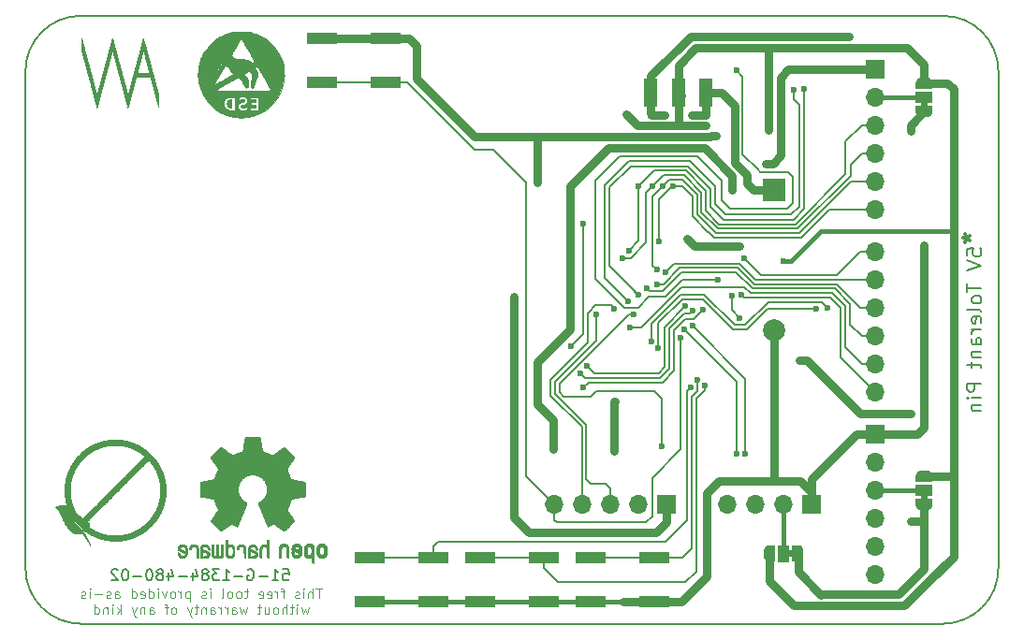
<source format=gbr>
G04 #@! TF.GenerationSoftware,KiCad,Pcbnew,(5.0.2)-1*
G04 #@! TF.CreationDate,2019-03-01T11:01:03+00:00*
G04 #@! TF.ProjectId,PCB_Card,5043425f-4361-4726-942e-6b696361645f,02*
G04 #@! TF.SameCoordinates,PX6ddf710PY7643e10*
G04 #@! TF.FileFunction,Copper,L2,Bot*
G04 #@! TF.FilePolarity,Positive*
%FSLAX46Y46*%
G04 Gerber Fmt 4.6, Leading zero omitted, Abs format (unit mm)*
G04 Created by KiCad (PCBNEW (5.0.2)-1) date 01/03/2019 11:01:03*
%MOMM*%
%LPD*%
G01*
G04 APERTURE LIST*
G04 #@! TA.AperFunction,NonConductor*
%ADD10C,0.200000*%
G04 #@! TD*
G04 #@! TA.AperFunction,NonConductor*
%ADD11C,0.300000*%
G04 #@! TD*
G04 #@! TA.AperFunction,NonConductor*
%ADD12C,0.150000*%
G04 #@! TD*
G04 #@! TA.AperFunction,NonConductor*
%ADD13C,0.100000*%
G04 #@! TD*
G04 #@! TA.AperFunction,EtchedComponent*
%ADD14C,0.010000*%
G04 #@! TD*
G04 #@! TA.AperFunction,ComponentPad*
%ADD15R,2.000000X2.000000*%
G04 #@! TD*
G04 #@! TA.AperFunction,ComponentPad*
%ADD16C,2.000000*%
G04 #@! TD*
G04 #@! TA.AperFunction,SMDPad,CuDef*
%ADD17R,1.250000X2.500000*%
G04 #@! TD*
G04 #@! TA.AperFunction,ComponentPad*
%ADD18O,1.700000X1.700000*%
G04 #@! TD*
G04 #@! TA.AperFunction,SMDPad,CuDef*
%ADD19R,2.750000X1.000000*%
G04 #@! TD*
G04 #@! TA.AperFunction,ComponentPad*
%ADD20R,1.700000X1.700000*%
G04 #@! TD*
G04 #@! TA.AperFunction,SMDPad,CuDef*
%ADD21C,0.500000*%
G04 #@! TD*
G04 #@! TA.AperFunction,Conductor*
%ADD22C,0.100000*%
G04 #@! TD*
G04 #@! TA.AperFunction,SMDPad,CuDef*
%ADD23R,1.500000X1.000000*%
G04 #@! TD*
G04 #@! TA.AperFunction,SMDPad,CuDef*
%ADD24R,1.000000X1.500000*%
G04 #@! TD*
G04 #@! TA.AperFunction,ViaPad*
%ADD25C,0.600000*%
G04 #@! TD*
G04 #@! TA.AperFunction,Conductor*
%ADD26C,0.400000*%
G04 #@! TD*
G04 #@! TA.AperFunction,Conductor*
%ADD27C,0.600000*%
G04 #@! TD*
G04 #@! TA.AperFunction,Conductor*
%ADD28C,0.800000*%
G04 #@! TD*
G04 #@! TA.AperFunction,Conductor*
%ADD29C,0.200000*%
G04 #@! TD*
G04 APERTURE END LIST*
D10*
X85143095Y33301667D02*
X85143095Y33920715D01*
X85762142Y33982620D01*
X85700238Y33920715D01*
X85638333Y33796905D01*
X85638333Y33487381D01*
X85700238Y33363572D01*
X85762142Y33301667D01*
X85885952Y33239762D01*
X86195476Y33239762D01*
X86319285Y33301667D01*
X86381190Y33363572D01*
X86443095Y33487381D01*
X86443095Y33796905D01*
X86381190Y33920715D01*
X86319285Y33982620D01*
X85143095Y32868334D02*
X86443095Y32435000D01*
X85143095Y32001667D01*
X85143095Y30763572D02*
X85143095Y30020715D01*
X86443095Y30392143D02*
X85143095Y30392143D01*
X86443095Y29401667D02*
X86381190Y29525477D01*
X86319285Y29587381D01*
X86195476Y29649286D01*
X85824047Y29649286D01*
X85700238Y29587381D01*
X85638333Y29525477D01*
X85576428Y29401667D01*
X85576428Y29215953D01*
X85638333Y29092143D01*
X85700238Y29030239D01*
X85824047Y28968334D01*
X86195476Y28968334D01*
X86319285Y29030239D01*
X86381190Y29092143D01*
X86443095Y29215953D01*
X86443095Y29401667D01*
X86443095Y28225477D02*
X86381190Y28349286D01*
X86257380Y28411191D01*
X85143095Y28411191D01*
X86381190Y27235000D02*
X86443095Y27358810D01*
X86443095Y27606429D01*
X86381190Y27730239D01*
X86257380Y27792143D01*
X85762142Y27792143D01*
X85638333Y27730239D01*
X85576428Y27606429D01*
X85576428Y27358810D01*
X85638333Y27235000D01*
X85762142Y27173096D01*
X85885952Y27173096D01*
X86009761Y27792143D01*
X86443095Y26615953D02*
X85576428Y26615953D01*
X85824047Y26615953D02*
X85700238Y26554048D01*
X85638333Y26492143D01*
X85576428Y26368334D01*
X85576428Y26244524D01*
X86443095Y25254048D02*
X85762142Y25254048D01*
X85638333Y25315953D01*
X85576428Y25439762D01*
X85576428Y25687381D01*
X85638333Y25811191D01*
X86381190Y25254048D02*
X86443095Y25377858D01*
X86443095Y25687381D01*
X86381190Y25811191D01*
X86257380Y25873096D01*
X86133571Y25873096D01*
X86009761Y25811191D01*
X85947857Y25687381D01*
X85947857Y25377858D01*
X85885952Y25254048D01*
X85576428Y24635000D02*
X86443095Y24635000D01*
X85700238Y24635000D02*
X85638333Y24573096D01*
X85576428Y24449286D01*
X85576428Y24263572D01*
X85638333Y24139762D01*
X85762142Y24077858D01*
X86443095Y24077858D01*
X85576428Y23644524D02*
X85576428Y23149286D01*
X85143095Y23458810D02*
X86257380Y23458810D01*
X86381190Y23396905D01*
X86443095Y23273096D01*
X86443095Y23149286D01*
X86443095Y21725477D02*
X85143095Y21725477D01*
X85143095Y21230239D01*
X85205000Y21106429D01*
X85266904Y21044524D01*
X85390714Y20982620D01*
X85576428Y20982620D01*
X85700238Y21044524D01*
X85762142Y21106429D01*
X85824047Y21230239D01*
X85824047Y21725477D01*
X86443095Y20425477D02*
X85576428Y20425477D01*
X85143095Y20425477D02*
X85205000Y20487381D01*
X85266904Y20425477D01*
X85205000Y20363572D01*
X85143095Y20425477D01*
X85266904Y20425477D01*
X85576428Y19806429D02*
X86443095Y19806429D01*
X85700238Y19806429D02*
X85638333Y19744524D01*
X85576428Y19620715D01*
X85576428Y19435000D01*
X85638333Y19311191D01*
X85762142Y19249286D01*
X86443095Y19249286D01*
D11*
X84766516Y34896037D02*
X85123659Y34896037D01*
X84980802Y35253180D02*
X85123659Y34896037D01*
X84980802Y34538895D01*
X85409373Y35110323D02*
X85123659Y34896037D01*
X85409373Y34681752D01*
D10*
X87980000Y50010000D02*
X87980000Y5010000D01*
D12*
X23280000Y4932620D02*
X23756190Y4932620D01*
X23803809Y4456429D01*
X23756190Y4504048D01*
X23660952Y4551667D01*
X23422857Y4551667D01*
X23327619Y4504048D01*
X23280000Y4456429D01*
X23232380Y4361191D01*
X23232380Y4123096D01*
X23280000Y4027858D01*
X23327619Y3980239D01*
X23422857Y3932620D01*
X23660952Y3932620D01*
X23756190Y3980239D01*
X23803809Y4027858D01*
X22280000Y3932620D02*
X22851428Y3932620D01*
X22565714Y3932620D02*
X22565714Y4932620D01*
X22660952Y4789762D01*
X22756190Y4694524D01*
X22851428Y4646905D01*
X21851428Y4313572D02*
X21089523Y4313572D01*
X20089523Y4885000D02*
X20184761Y4932620D01*
X20327619Y4932620D01*
X20470476Y4885000D01*
X20565714Y4789762D01*
X20613333Y4694524D01*
X20660952Y4504048D01*
X20660952Y4361191D01*
X20613333Y4170715D01*
X20565714Y4075477D01*
X20470476Y3980239D01*
X20327619Y3932620D01*
X20232380Y3932620D01*
X20089523Y3980239D01*
X20041904Y4027858D01*
X20041904Y4361191D01*
X20232380Y4361191D01*
X19613333Y4313572D02*
X18851428Y4313572D01*
X17851428Y3932620D02*
X18422857Y3932620D01*
X18137142Y3932620D02*
X18137142Y4932620D01*
X18232380Y4789762D01*
X18327619Y4694524D01*
X18422857Y4646905D01*
X17518095Y4932620D02*
X16899047Y4932620D01*
X17232380Y4551667D01*
X17089523Y4551667D01*
X16994285Y4504048D01*
X16946666Y4456429D01*
X16899047Y4361191D01*
X16899047Y4123096D01*
X16946666Y4027858D01*
X16994285Y3980239D01*
X17089523Y3932620D01*
X17375238Y3932620D01*
X17470476Y3980239D01*
X17518095Y4027858D01*
X16327619Y4504048D02*
X16422857Y4551667D01*
X16470476Y4599286D01*
X16518095Y4694524D01*
X16518095Y4742143D01*
X16470476Y4837381D01*
X16422857Y4885000D01*
X16327619Y4932620D01*
X16137142Y4932620D01*
X16041904Y4885000D01*
X15994285Y4837381D01*
X15946666Y4742143D01*
X15946666Y4694524D01*
X15994285Y4599286D01*
X16041904Y4551667D01*
X16137142Y4504048D01*
X16327619Y4504048D01*
X16422857Y4456429D01*
X16470476Y4408810D01*
X16518095Y4313572D01*
X16518095Y4123096D01*
X16470476Y4027858D01*
X16422857Y3980239D01*
X16327619Y3932620D01*
X16137142Y3932620D01*
X16041904Y3980239D01*
X15994285Y4027858D01*
X15946666Y4123096D01*
X15946666Y4313572D01*
X15994285Y4408810D01*
X16041904Y4456429D01*
X16137142Y4504048D01*
X15089523Y4599286D02*
X15089523Y3932620D01*
X15327619Y4980239D02*
X15565714Y4265953D01*
X14946666Y4265953D01*
X14565714Y4313572D02*
X13803809Y4313572D01*
X12899047Y4599286D02*
X12899047Y3932620D01*
X13137142Y4980239D02*
X13375238Y4265953D01*
X12756190Y4265953D01*
X12232380Y4504048D02*
X12327619Y4551667D01*
X12375238Y4599286D01*
X12422857Y4694524D01*
X12422857Y4742143D01*
X12375238Y4837381D01*
X12327619Y4885000D01*
X12232380Y4932620D01*
X12041904Y4932620D01*
X11946666Y4885000D01*
X11899047Y4837381D01*
X11851428Y4742143D01*
X11851428Y4694524D01*
X11899047Y4599286D01*
X11946666Y4551667D01*
X12041904Y4504048D01*
X12232380Y4504048D01*
X12327619Y4456429D01*
X12375238Y4408810D01*
X12422857Y4313572D01*
X12422857Y4123096D01*
X12375238Y4027858D01*
X12327619Y3980239D01*
X12232380Y3932620D01*
X12041904Y3932620D01*
X11946666Y3980239D01*
X11899047Y4027858D01*
X11851428Y4123096D01*
X11851428Y4313572D01*
X11899047Y4408810D01*
X11946666Y4456429D01*
X12041904Y4504048D01*
X11232380Y4932620D02*
X11137142Y4932620D01*
X11041904Y4885000D01*
X10994285Y4837381D01*
X10946666Y4742143D01*
X10899047Y4551667D01*
X10899047Y4313572D01*
X10946666Y4123096D01*
X10994285Y4027858D01*
X11041904Y3980239D01*
X11137142Y3932620D01*
X11232380Y3932620D01*
X11327619Y3980239D01*
X11375238Y4027858D01*
X11422857Y4123096D01*
X11470476Y4313572D01*
X11470476Y4551667D01*
X11422857Y4742143D01*
X11375238Y4837381D01*
X11327619Y4885000D01*
X11232380Y4932620D01*
X10470476Y4313572D02*
X9708571Y4313572D01*
X9041904Y4932620D02*
X8946666Y4932620D01*
X8851428Y4885000D01*
X8803809Y4837381D01*
X8756190Y4742143D01*
X8708571Y4551667D01*
X8708571Y4313572D01*
X8756190Y4123096D01*
X8803809Y4027858D01*
X8851428Y3980239D01*
X8946666Y3932620D01*
X9041904Y3932620D01*
X9137142Y3980239D01*
X9184761Y4027858D01*
X9232380Y4123096D01*
X9280000Y4313572D01*
X9280000Y4551667D01*
X9232380Y4742143D01*
X9184761Y4837381D01*
X9137142Y4885000D01*
X9041904Y4932620D01*
X8327619Y4837381D02*
X8280000Y4885000D01*
X8184761Y4932620D01*
X7946666Y4932620D01*
X7851428Y4885000D01*
X7803809Y4837381D01*
X7756190Y4742143D01*
X7756190Y4646905D01*
X7803809Y4504048D01*
X8375238Y3932620D01*
X7756190Y3932620D01*
D13*
X26762142Y3227858D02*
X26247857Y3227858D01*
X26505000Y2327858D02*
X26505000Y3227858D01*
X25947857Y2327858D02*
X25947857Y3227858D01*
X25562142Y2327858D02*
X25562142Y2799286D01*
X25605000Y2885000D01*
X25690714Y2927858D01*
X25819285Y2927858D01*
X25905000Y2885000D01*
X25947857Y2842143D01*
X25133571Y2327858D02*
X25133571Y2927858D01*
X25133571Y3227858D02*
X25176428Y3185000D01*
X25133571Y3142143D01*
X25090714Y3185000D01*
X25133571Y3227858D01*
X25133571Y3142143D01*
X24747857Y2370715D02*
X24662142Y2327858D01*
X24490714Y2327858D01*
X24405000Y2370715D01*
X24362142Y2456429D01*
X24362142Y2499286D01*
X24405000Y2585000D01*
X24490714Y2627858D01*
X24619285Y2627858D01*
X24705000Y2670715D01*
X24747857Y2756429D01*
X24747857Y2799286D01*
X24705000Y2885000D01*
X24619285Y2927858D01*
X24490714Y2927858D01*
X24405000Y2885000D01*
X23419285Y2927858D02*
X23076428Y2927858D01*
X23290714Y2327858D02*
X23290714Y3099286D01*
X23247857Y3185000D01*
X23162142Y3227858D01*
X23076428Y3227858D01*
X22776428Y2327858D02*
X22776428Y2927858D01*
X22776428Y2756429D02*
X22733571Y2842143D01*
X22690714Y2885000D01*
X22605000Y2927858D01*
X22519285Y2927858D01*
X21876428Y2370715D02*
X21962142Y2327858D01*
X22133571Y2327858D01*
X22219285Y2370715D01*
X22262142Y2456429D01*
X22262142Y2799286D01*
X22219285Y2885000D01*
X22133571Y2927858D01*
X21962142Y2927858D01*
X21876428Y2885000D01*
X21833571Y2799286D01*
X21833571Y2713572D01*
X22262142Y2627858D01*
X21105000Y2370715D02*
X21190714Y2327858D01*
X21362142Y2327858D01*
X21447857Y2370715D01*
X21490714Y2456429D01*
X21490714Y2799286D01*
X21447857Y2885000D01*
X21362142Y2927858D01*
X21190714Y2927858D01*
X21105000Y2885000D01*
X21062142Y2799286D01*
X21062142Y2713572D01*
X21490714Y2627858D01*
X20119285Y2927858D02*
X19776428Y2927858D01*
X19990714Y3227858D02*
X19990714Y2456429D01*
X19947857Y2370715D01*
X19862142Y2327858D01*
X19776428Y2327858D01*
X19347857Y2327858D02*
X19433571Y2370715D01*
X19476428Y2413572D01*
X19519285Y2499286D01*
X19519285Y2756429D01*
X19476428Y2842143D01*
X19433571Y2885000D01*
X19347857Y2927858D01*
X19219285Y2927858D01*
X19133571Y2885000D01*
X19090714Y2842143D01*
X19047857Y2756429D01*
X19047857Y2499286D01*
X19090714Y2413572D01*
X19133571Y2370715D01*
X19219285Y2327858D01*
X19347857Y2327858D01*
X18533571Y2327858D02*
X18619285Y2370715D01*
X18662142Y2413572D01*
X18705000Y2499286D01*
X18705000Y2756429D01*
X18662142Y2842143D01*
X18619285Y2885000D01*
X18533571Y2927858D01*
X18405000Y2927858D01*
X18319285Y2885000D01*
X18276428Y2842143D01*
X18233571Y2756429D01*
X18233571Y2499286D01*
X18276428Y2413572D01*
X18319285Y2370715D01*
X18405000Y2327858D01*
X18533571Y2327858D01*
X17719285Y2327858D02*
X17805000Y2370715D01*
X17847857Y2456429D01*
X17847857Y3227858D01*
X16690714Y2327858D02*
X16690714Y2927858D01*
X16690714Y3227858D02*
X16733571Y3185000D01*
X16690714Y3142143D01*
X16647857Y3185000D01*
X16690714Y3227858D01*
X16690714Y3142143D01*
X16305000Y2370715D02*
X16219285Y2327858D01*
X16047857Y2327858D01*
X15962142Y2370715D01*
X15919285Y2456429D01*
X15919285Y2499286D01*
X15962142Y2585000D01*
X16047857Y2627858D01*
X16176428Y2627858D01*
X16262142Y2670715D01*
X16305000Y2756429D01*
X16305000Y2799286D01*
X16262142Y2885000D01*
X16176428Y2927858D01*
X16047857Y2927858D01*
X15962142Y2885000D01*
X14847857Y2927858D02*
X14847857Y2027858D01*
X14847857Y2885000D02*
X14762142Y2927858D01*
X14590714Y2927858D01*
X14505000Y2885000D01*
X14462142Y2842143D01*
X14419285Y2756429D01*
X14419285Y2499286D01*
X14462142Y2413572D01*
X14505000Y2370715D01*
X14590714Y2327858D01*
X14762142Y2327858D01*
X14847857Y2370715D01*
X14033571Y2327858D02*
X14033571Y2927858D01*
X14033571Y2756429D02*
X13990714Y2842143D01*
X13947857Y2885000D01*
X13862142Y2927858D01*
X13776428Y2927858D01*
X13347857Y2327858D02*
X13433571Y2370715D01*
X13476428Y2413572D01*
X13519285Y2499286D01*
X13519285Y2756429D01*
X13476428Y2842143D01*
X13433571Y2885000D01*
X13347857Y2927858D01*
X13219285Y2927858D01*
X13133571Y2885000D01*
X13090714Y2842143D01*
X13047857Y2756429D01*
X13047857Y2499286D01*
X13090714Y2413572D01*
X13133571Y2370715D01*
X13219285Y2327858D01*
X13347857Y2327858D01*
X12747857Y2927858D02*
X12533571Y2327858D01*
X12319285Y2927858D01*
X11976428Y2327858D02*
X11976428Y2927858D01*
X11976428Y3227858D02*
X12019285Y3185000D01*
X11976428Y3142143D01*
X11933571Y3185000D01*
X11976428Y3227858D01*
X11976428Y3142143D01*
X11162142Y2327858D02*
X11162142Y3227858D01*
X11162142Y2370715D02*
X11247857Y2327858D01*
X11419285Y2327858D01*
X11505000Y2370715D01*
X11547857Y2413572D01*
X11590714Y2499286D01*
X11590714Y2756429D01*
X11547857Y2842143D01*
X11505000Y2885000D01*
X11419285Y2927858D01*
X11247857Y2927858D01*
X11162142Y2885000D01*
X10390714Y2370715D02*
X10476428Y2327858D01*
X10647857Y2327858D01*
X10733571Y2370715D01*
X10776428Y2456429D01*
X10776428Y2799286D01*
X10733571Y2885000D01*
X10647857Y2927858D01*
X10476428Y2927858D01*
X10390714Y2885000D01*
X10347857Y2799286D01*
X10347857Y2713572D01*
X10776428Y2627858D01*
X9576428Y2327858D02*
X9576428Y3227858D01*
X9576428Y2370715D02*
X9662142Y2327858D01*
X9833571Y2327858D01*
X9919285Y2370715D01*
X9962142Y2413572D01*
X10005000Y2499286D01*
X10005000Y2756429D01*
X9962142Y2842143D01*
X9919285Y2885000D01*
X9833571Y2927858D01*
X9662142Y2927858D01*
X9576428Y2885000D01*
X8076428Y2327858D02*
X8076428Y2799286D01*
X8119285Y2885000D01*
X8205000Y2927858D01*
X8376428Y2927858D01*
X8462142Y2885000D01*
X8076428Y2370715D02*
X8162142Y2327858D01*
X8376428Y2327858D01*
X8462142Y2370715D01*
X8505000Y2456429D01*
X8505000Y2542143D01*
X8462142Y2627858D01*
X8376428Y2670715D01*
X8162142Y2670715D01*
X8076428Y2713572D01*
X7690714Y2370715D02*
X7605000Y2327858D01*
X7433571Y2327858D01*
X7347857Y2370715D01*
X7305000Y2456429D01*
X7305000Y2499286D01*
X7347857Y2585000D01*
X7433571Y2627858D01*
X7562142Y2627858D01*
X7647857Y2670715D01*
X7690714Y2756429D01*
X7690714Y2799286D01*
X7647857Y2885000D01*
X7562142Y2927858D01*
X7433571Y2927858D01*
X7347857Y2885000D01*
X6919285Y2670715D02*
X6233571Y2670715D01*
X5805000Y2327858D02*
X5805000Y2927858D01*
X5805000Y3227858D02*
X5847857Y3185000D01*
X5805000Y3142143D01*
X5762142Y3185000D01*
X5805000Y3227858D01*
X5805000Y3142143D01*
X5419285Y2370715D02*
X5333571Y2327858D01*
X5162142Y2327858D01*
X5076428Y2370715D01*
X5033571Y2456429D01*
X5033571Y2499286D01*
X5076428Y2585000D01*
X5162142Y2627858D01*
X5290714Y2627858D01*
X5376428Y2670715D01*
X5419285Y2756429D01*
X5419285Y2799286D01*
X5376428Y2885000D01*
X5290714Y2927858D01*
X5162142Y2927858D01*
X5076428Y2885000D01*
X25583571Y1477858D02*
X25412142Y877858D01*
X25240714Y1306429D01*
X25069285Y877858D01*
X24897857Y1477858D01*
X24555000Y877858D02*
X24555000Y1477858D01*
X24555000Y1777858D02*
X24597857Y1735000D01*
X24555000Y1692143D01*
X24512142Y1735000D01*
X24555000Y1777858D01*
X24555000Y1692143D01*
X24255000Y1477858D02*
X23912142Y1477858D01*
X24126428Y1777858D02*
X24126428Y1006429D01*
X24083571Y920715D01*
X23997857Y877858D01*
X23912142Y877858D01*
X23612142Y877858D02*
X23612142Y1777858D01*
X23226428Y877858D02*
X23226428Y1349286D01*
X23269285Y1435000D01*
X23355000Y1477858D01*
X23483571Y1477858D01*
X23569285Y1435000D01*
X23612142Y1392143D01*
X22669285Y877858D02*
X22755000Y920715D01*
X22797857Y963572D01*
X22840714Y1049286D01*
X22840714Y1306429D01*
X22797857Y1392143D01*
X22755000Y1435000D01*
X22669285Y1477858D01*
X22540714Y1477858D01*
X22455000Y1435000D01*
X22412142Y1392143D01*
X22369285Y1306429D01*
X22369285Y1049286D01*
X22412142Y963572D01*
X22455000Y920715D01*
X22540714Y877858D01*
X22669285Y877858D01*
X21597857Y1477858D02*
X21597857Y877858D01*
X21983571Y1477858D02*
X21983571Y1006429D01*
X21940714Y920715D01*
X21855000Y877858D01*
X21726428Y877858D01*
X21640714Y920715D01*
X21597857Y963572D01*
X21297857Y1477858D02*
X20955000Y1477858D01*
X21169285Y1777858D02*
X21169285Y1006429D01*
X21126428Y920715D01*
X21040714Y877858D01*
X20955000Y877858D01*
X20055000Y1477858D02*
X19883571Y877858D01*
X19712142Y1306429D01*
X19540714Y877858D01*
X19369285Y1477858D01*
X18640714Y877858D02*
X18640714Y1349286D01*
X18683571Y1435000D01*
X18769285Y1477858D01*
X18940714Y1477858D01*
X19026428Y1435000D01*
X18640714Y920715D02*
X18726428Y877858D01*
X18940714Y877858D01*
X19026428Y920715D01*
X19069285Y1006429D01*
X19069285Y1092143D01*
X19026428Y1177858D01*
X18940714Y1220715D01*
X18726428Y1220715D01*
X18640714Y1263572D01*
X18212142Y877858D02*
X18212142Y1477858D01*
X18212142Y1306429D02*
X18169285Y1392143D01*
X18126428Y1435000D01*
X18040714Y1477858D01*
X17955000Y1477858D01*
X17655000Y877858D02*
X17655000Y1477858D01*
X17655000Y1306429D02*
X17612142Y1392143D01*
X17569285Y1435000D01*
X17483571Y1477858D01*
X17397857Y1477858D01*
X16712142Y877858D02*
X16712142Y1349286D01*
X16755000Y1435000D01*
X16840714Y1477858D01*
X17012142Y1477858D01*
X17097857Y1435000D01*
X16712142Y920715D02*
X16797857Y877858D01*
X17012142Y877858D01*
X17097857Y920715D01*
X17140714Y1006429D01*
X17140714Y1092143D01*
X17097857Y1177858D01*
X17012142Y1220715D01*
X16797857Y1220715D01*
X16712142Y1263572D01*
X16283571Y1477858D02*
X16283571Y877858D01*
X16283571Y1392143D02*
X16240714Y1435000D01*
X16155000Y1477858D01*
X16026428Y1477858D01*
X15940714Y1435000D01*
X15897857Y1349286D01*
X15897857Y877858D01*
X15597857Y1477858D02*
X15255000Y1477858D01*
X15469285Y1777858D02*
X15469285Y1006429D01*
X15426428Y920715D01*
X15340714Y877858D01*
X15255000Y877858D01*
X15040714Y1477858D02*
X14826428Y877858D01*
X14612142Y1477858D02*
X14826428Y877858D01*
X14912142Y663572D01*
X14955000Y620715D01*
X15040714Y577858D01*
X13455000Y877858D02*
X13540714Y920715D01*
X13583571Y963572D01*
X13626428Y1049286D01*
X13626428Y1306429D01*
X13583571Y1392143D01*
X13540714Y1435000D01*
X13455000Y1477858D01*
X13326428Y1477858D01*
X13240714Y1435000D01*
X13197857Y1392143D01*
X13155000Y1306429D01*
X13155000Y1049286D01*
X13197857Y963572D01*
X13240714Y920715D01*
X13326428Y877858D01*
X13455000Y877858D01*
X12897857Y1477858D02*
X12555000Y1477858D01*
X12769285Y877858D02*
X12769285Y1649286D01*
X12726428Y1735000D01*
X12640714Y1777858D01*
X12555000Y1777858D01*
X11183571Y877858D02*
X11183571Y1349286D01*
X11226428Y1435000D01*
X11312142Y1477858D01*
X11483571Y1477858D01*
X11569285Y1435000D01*
X11183571Y920715D02*
X11269285Y877858D01*
X11483571Y877858D01*
X11569285Y920715D01*
X11612142Y1006429D01*
X11612142Y1092143D01*
X11569285Y1177858D01*
X11483571Y1220715D01*
X11269285Y1220715D01*
X11183571Y1263572D01*
X10755000Y1477858D02*
X10755000Y877858D01*
X10755000Y1392143D02*
X10712142Y1435000D01*
X10626428Y1477858D01*
X10497857Y1477858D01*
X10412142Y1435000D01*
X10369285Y1349286D01*
X10369285Y877858D01*
X10026428Y1477858D02*
X9812142Y877858D01*
X9597857Y1477858D02*
X9812142Y877858D01*
X9897857Y663572D01*
X9940714Y620715D01*
X10026428Y577858D01*
X8569285Y877858D02*
X8569285Y1777858D01*
X8483571Y1220715D02*
X8226428Y877858D01*
X8226428Y1477858D02*
X8569285Y1135000D01*
X7840714Y877858D02*
X7840714Y1477858D01*
X7840714Y1777858D02*
X7883571Y1735000D01*
X7840714Y1692143D01*
X7797857Y1735000D01*
X7840714Y1777858D01*
X7840714Y1692143D01*
X7412142Y1477858D02*
X7412142Y877858D01*
X7412142Y1392143D02*
X7369285Y1435000D01*
X7283571Y1477858D01*
X7155000Y1477858D01*
X7069285Y1435000D01*
X7026428Y1349286D01*
X7026428Y877858D01*
X6212142Y877858D02*
X6212142Y1777858D01*
X6212142Y920715D02*
X6297857Y877858D01*
X6469285Y877858D01*
X6555000Y920715D01*
X6597857Y963572D01*
X6640714Y1049286D01*
X6640714Y1306429D01*
X6597857Y1392143D01*
X6555000Y1435000D01*
X6469285Y1477858D01*
X6297857Y1477858D01*
X6212142Y1435000D01*
D10*
X-20000Y5010000D02*
G75*
G03X4980000Y10000I5000000J0D01*
G01*
X87980000Y5010000D02*
G75*
G02X82980000Y10000I-5000000J0D01*
G01*
X87980000Y50010000D02*
G75*
G03X82980000Y55010000I-5000000J0D01*
G01*
X-20000Y50010000D02*
G75*
G02X4980000Y55010000I5000000J0D01*
G01*
X-20000Y5010000D02*
X-20000Y50010000D01*
X82980000Y10000D02*
X4980000Y10000D01*
X4980000Y55010000D02*
X82980000Y55010000D01*
D14*
G04 #@! TO.C,G\002A\002A\002A*
G36*
X7821341Y52984793D02*
X7812408Y52958446D01*
X7806394Y52936940D01*
X7794375Y52891842D01*
X7782983Y52850265D01*
X7779563Y52838150D01*
X7770437Y52804711D01*
X7758372Y52758494D01*
X7749584Y52723850D01*
X7734897Y52667252D01*
X7718490Y52607067D01*
X7710156Y52577800D01*
X7695678Y52525441D01*
X7679947Y52464516D01*
X7670439Y52425400D01*
X7657519Y52374486D01*
X7643751Y52326658D01*
X7634314Y52298400D01*
X7624066Y52266223D01*
X7610753Y52217500D01*
X7596589Y52160535D01*
X7590274Y52133300D01*
X7576380Y52074310D01*
X7562297Y52018653D01*
X7550284Y51975111D01*
X7546168Y51961850D01*
X7531261Y51913934D01*
X7517346Y51864768D01*
X7516162Y51860250D01*
X7507009Y51825251D01*
X7493591Y51774336D01*
X7478187Y51716134D01*
X7470930Y51688800D01*
X7453047Y51621046D01*
X7433898Y51547745D01*
X7416916Y51482059D01*
X7412948Y51466550D01*
X7397893Y51408588D01*
X7382435Y51350782D01*
X7369703Y51304814D01*
X7368738Y51301450D01*
X7354312Y51250137D01*
X7339941Y51197149D01*
X7335650Y51180800D01*
X7324011Y51139046D01*
X7312645Y51103161D01*
X7309478Y51094478D01*
X7300202Y51058183D01*
X7298101Y51035704D01*
X7293267Y51003523D01*
X7281535Y50965652D01*
X7280581Y50963276D01*
X7269915Y50931919D01*
X7256067Y50883917D01*
X7241329Y50827429D01*
X7234638Y50799800D01*
X7220377Y50741895D01*
X7206096Y50688315D01*
X7194044Y50647333D01*
X7189761Y50634700D01*
X7176740Y50594542D01*
X7163285Y50545653D01*
X7158703Y50526750D01*
X7135030Y50427551D01*
X7112972Y50343544D01*
X7101862Y50304500D01*
X7087894Y50255864D01*
X7074137Y50206767D01*
X7071335Y50196550D01*
X7060911Y50158599D01*
X7046649Y50107058D01*
X7031557Y50052798D01*
X7030916Y50050500D01*
X7016262Y49996427D01*
X7002935Y49944576D01*
X6993716Y49905783D01*
X6993428Y49904450D01*
X6982091Y49856172D01*
X6969127Y49806785D01*
X6968014Y49802850D01*
X6955297Y49757058D01*
X6943371Y49712240D01*
X6942181Y49707600D01*
X6933787Y49675743D01*
X6920766Y49627532D01*
X6905316Y49571078D01*
X6897425Y49542500D01*
X6881435Y49483332D01*
X6866832Y49426731D01*
X6855879Y49381576D01*
X6852675Y49367027D01*
X6843810Y49330128D01*
X6835146Y49303283D01*
X6832669Y49298156D01*
X6824360Y49276947D01*
X6815453Y49243528D01*
X6814398Y49238679D01*
X6810358Y49220330D01*
X6805079Y49198199D01*
X6797785Y49169364D01*
X6787700Y49130902D01*
X6774048Y49079890D01*
X6756053Y49013405D01*
X6732938Y48928523D01*
X6703928Y48822322D01*
X6701175Y48812250D01*
X6682210Y48742594D01*
X6664830Y48678202D01*
X6650522Y48624629D01*
X6640774Y48587427D01*
X6638221Y48577300D01*
X6630041Y48545444D01*
X6617203Y48497234D01*
X6601879Y48440781D01*
X6594019Y48412200D01*
X6575951Y48345807D01*
X6557135Y48275045D01*
X6540871Y48212364D01*
X6536808Y48196300D01*
X6521428Y48136333D01*
X6504736Y48073378D01*
X6491402Y48024850D01*
X6468257Y47942327D01*
X6450742Y47878368D01*
X6437273Y47827185D01*
X6435859Y47821650D01*
X6426162Y47783550D01*
X6411791Y47840700D01*
X6403348Y47873253D01*
X6389803Y47924308D01*
X6372759Y47987871D01*
X6353819Y48057946D01*
X6345555Y48088350D01*
X6326660Y48158019D01*
X6309327Y48222420D01*
X6295040Y48275996D01*
X6285286Y48313193D01*
X6282724Y48323300D01*
X6274498Y48355158D01*
X6261625Y48403370D01*
X6246281Y48459825D01*
X6238419Y48488400D01*
X6220350Y48554794D01*
X6201530Y48625556D01*
X6185260Y48688238D01*
X6181195Y48704300D01*
X6166054Y48762819D01*
X6149761Y48822947D01*
X6136502Y48869400D01*
X6122555Y48917571D01*
X6109892Y48963513D01*
X6104654Y48983700D01*
X6095862Y49018196D01*
X6083143Y49067039D01*
X6069153Y49120042D01*
X6068260Y49123400D01*
X6055087Y49172947D01*
X6037622Y49238711D01*
X6018077Y49312354D01*
X5998666Y49385540D01*
X5997457Y49390100D01*
X5978886Y49459744D01*
X5960694Y49527248D01*
X5944819Y49585470D01*
X5933197Y49627269D01*
X5932020Y49631400D01*
X5917144Y49685574D01*
X5901305Y49746488D01*
X5893630Y49777450D01*
X5879711Y49832285D01*
X5864280Y49889035D01*
X5856133Y49917150D01*
X5844240Y49958502D01*
X5828759Y50014792D01*
X5812335Y50076335D01*
X5805823Y50101300D01*
X5789512Y50163269D01*
X5772777Y50225097D01*
X5758398Y50276564D01*
X5753977Y50291800D01*
X5740095Y50341696D01*
X5727712Y50390984D01*
X5722933Y50412450D01*
X5712438Y50458839D01*
X5700789Y50503969D01*
X5699729Y50507700D01*
X5691340Y50537781D01*
X5678323Y50585511D01*
X5662553Y50643986D01*
X5648058Y50698200D01*
X5630653Y50763039D01*
X5613587Y50825691D01*
X5599046Y50878187D01*
X5590629Y50907750D01*
X5578588Y50950984D01*
X5563500Y51007956D01*
X5548253Y51067711D01*
X5545398Y51079200D01*
X5530610Y51136996D01*
X5515422Y51193067D01*
X5502651Y51237086D01*
X5500390Y51244300D01*
X5489918Y51279499D01*
X5475295Y51331990D01*
X5458531Y51394427D01*
X5443070Y51453850D01*
X5426740Y51517253D01*
X5411473Y51575795D01*
X5399025Y51622785D01*
X5391391Y51650700D01*
X5379519Y51694230D01*
X5367419Y51741310D01*
X5366276Y51745950D01*
X5347828Y51819819D01*
X5331646Y51880709D01*
X5314557Y51940455D01*
X5310099Y51955500D01*
X5296401Y52004424D01*
X5280688Y52064860D01*
X5266727Y52122190D01*
X5254974Y52169929D01*
X5244336Y52208441D01*
X5236800Y52230635D01*
X5235855Y52232466D01*
X5228233Y52252508D01*
X5219043Y52286713D01*
X5215892Y52300727D01*
X5204552Y52349835D01*
X5191809Y52399391D01*
X5189873Y52406350D01*
X5177280Y52452161D01*
X5165483Y52496988D01*
X5164314Y52501600D01*
X5157445Y52527763D01*
X5145100Y52573714D01*
X5128561Y52634755D01*
X5109106Y52706190D01*
X5088017Y52783321D01*
X5066574Y52861451D01*
X5046057Y52935883D01*
X5037958Y52965150D01*
X5035536Y52961770D01*
X5033283Y52934958D01*
X5031248Y52886684D01*
X5029478Y52818917D01*
X5028021Y52733624D01*
X5026924Y52632775D01*
X5026236Y52518338D01*
X5026100Y52475694D01*
X5025776Y52346799D01*
X5025642Y52240259D01*
X5025916Y52153027D01*
X5026815Y52082057D01*
X5028556Y52024304D01*
X5031357Y51976721D01*
X5035435Y51936263D01*
X5041008Y51899884D01*
X5048291Y51864538D01*
X5057504Y51827178D01*
X5068862Y51784760D01*
X5077698Y51752300D01*
X5086873Y51717723D01*
X5099610Y51668764D01*
X5113242Y51615667D01*
X5114024Y51612600D01*
X5128982Y51555029D01*
X5147487Y51485459D01*
X5166216Y51416343D01*
X5171619Y51396700D01*
X5187371Y51339169D01*
X5201714Y51285853D01*
X5212478Y51244864D01*
X5215821Y51231600D01*
X5222956Y51203844D01*
X5235333Y51157148D01*
X5251468Y51097066D01*
X5269871Y51029151D01*
X5278733Y50996650D01*
X5300966Y50914932D01*
X5324772Y50826859D01*
X5347535Y50742149D01*
X5366636Y50670519D01*
X5369394Y50660100D01*
X5392987Y50570948D01*
X5411754Y50500275D01*
X5427331Y50441997D01*
X5441354Y50390029D01*
X5455457Y50338286D01*
X5471276Y50280685D01*
X5475210Y50266400D01*
X5490939Y50208860D01*
X5505299Y50155538D01*
X5516112Y50114548D01*
X5519488Y50101300D01*
X5528516Y50064960D01*
X5540723Y50015845D01*
X5551051Y49974300D01*
X5565128Y49920435D01*
X5580240Y49866759D01*
X5590046Y49834600D01*
X5603695Y49788916D01*
X5618637Y49733838D01*
X5626803Y49701250D01*
X5641323Y49643162D01*
X5658024Y49579724D01*
X5666511Y49548850D01*
X5685982Y49479252D01*
X5700084Y49427871D01*
X5710463Y49388514D01*
X5718768Y49354986D01*
X5723933Y49332950D01*
X5735109Y49286727D01*
X5746776Y49241682D01*
X5747863Y49237700D01*
X5770558Y49154949D01*
X5795256Y49064437D01*
X5820697Y48970825D01*
X5845620Y48878776D01*
X5868766Y48792951D01*
X5888875Y48718013D01*
X5904686Y48658624D01*
X5914347Y48621750D01*
X5923565Y48587603D01*
X5936428Y48541871D01*
X5944521Y48513800D01*
X5965196Y48440845D01*
X5985391Y48366033D01*
X6002787Y48298161D01*
X6014833Y48247100D01*
X6024169Y48208909D01*
X6037341Y48160378D01*
X6045327Y48132800D01*
X6063908Y48067811D01*
X6086816Y47983444D01*
X6112641Y47885063D01*
X6139969Y47778034D01*
X6162332Y47688300D01*
X6177778Y47628534D01*
X6193224Y47573738D01*
X6206523Y47531290D01*
X6213244Y47513245D01*
X6225540Y47479343D01*
X6231250Y47452757D01*
X6231300Y47451114D01*
X6233117Y47435787D01*
X6239052Y47408471D01*
X6249833Y47366374D01*
X6266190Y47306705D01*
X6288851Y47226673D01*
X6300327Y47186650D01*
X6314971Y47133216D01*
X6329553Y47076231D01*
X6333552Y47059650D01*
X6344719Y47013899D01*
X6355596Y46971869D01*
X6359408Y46958050D01*
X6369526Y46922736D01*
X6382598Y46877217D01*
X6388572Y46856450D01*
X6401240Y46811081D01*
X6412293Y46769255D01*
X6415848Y46754850D01*
X6421066Y46736553D01*
X6426258Y46733638D01*
X6433495Y46748880D01*
X6444849Y46785053D01*
X6449046Y46799300D01*
X6461150Y46841725D01*
X6477832Y46901742D01*
X6497178Y46972391D01*
X6517273Y47046707D01*
X6524144Y47072350D01*
X6546721Y47156767D01*
X6571700Y47250045D01*
X6596209Y47341455D01*
X6617370Y47420270D01*
X6619435Y47427950D01*
X6638649Y47499911D01*
X6657987Y47573184D01*
X6675175Y47639107D01*
X6687759Y47688300D01*
X6702873Y47746808D01*
X6719055Y47806927D01*
X6732159Y47853400D01*
X6747416Y47907513D01*
X6763720Y47968371D01*
X6771684Y47999450D01*
X6786142Y48056431D01*
X6799202Y48105487D01*
X6813821Y48157420D01*
X6832569Y48221700D01*
X6851877Y48290904D01*
X6873881Y48375654D01*
X6896183Y48466615D01*
X6904292Y48501100D01*
X6915656Y48544233D01*
X6927955Y48583650D01*
X6937187Y48613645D01*
X6949964Y48659790D01*
X6963940Y48713530D01*
X6967979Y48729700D01*
X6981976Y48784983D01*
X6995509Y48836137D01*
X7006173Y48874135D01*
X7008304Y48881145D01*
X7021267Y48925634D01*
X7037484Y48985722D01*
X7054598Y49052235D01*
X7070255Y49115999D01*
X7082098Y49167840D01*
X7082952Y49171874D01*
X7091815Y49208559D01*
X7100296Y49235023D01*
X7102701Y49240047D01*
X7112606Y49264718D01*
X7125482Y49309754D01*
X7140044Y49370477D01*
X7145700Y49396450D01*
X7156578Y49442811D01*
X7168682Y49487927D01*
X7169797Y49491700D01*
X7177975Y49520557D01*
X7190867Y49567841D01*
X7206811Y49627392D01*
X7224148Y49693049D01*
X7227107Y49704347D01*
X7243730Y49766758D01*
X7258601Y49820501D01*
X7270329Y49860688D01*
X7277518Y49882434D01*
X7278478Y49884474D01*
X7285301Y49903152D01*
X7294311Y49937138D01*
X7298946Y49957577D01*
X7316763Y50037236D01*
X7334172Y50106145D01*
X7354455Y50177500D01*
X7365550Y50216463D01*
X7381045Y50272865D01*
X7398998Y50339553D01*
X7417467Y50409370D01*
X7419935Y50418800D01*
X7437428Y50485429D01*
X7453733Y50546958D01*
X7467232Y50597322D01*
X7476307Y50630456D01*
X7477512Y50634700D01*
X7489924Y50680159D01*
X7500918Y50723600D01*
X7510368Y50760741D01*
X7523502Y50809535D01*
X7533189Y50844250D01*
X7552704Y50913506D01*
X7567637Y50968248D01*
X7580559Y51018336D01*
X7594042Y51073628D01*
X7604108Y51116105D01*
X7616312Y51165859D01*
X7627121Y51206235D01*
X7634760Y51230735D01*
X7636425Y51234472D01*
X7642727Y51251674D01*
X7653404Y51287794D01*
X7666898Y51337050D01*
X7681652Y51393663D01*
X7696107Y51451852D01*
X7704102Y51485600D01*
X7715225Y51528717D01*
X7727015Y51568150D01*
X7745891Y51630361D01*
X7767001Y51710297D01*
X7787865Y51796750D01*
X7801405Y51852918D01*
X7812080Y51888325D01*
X7821518Y51902288D01*
X7831345Y51894124D01*
X7843189Y51863151D01*
X7858676Y51808686D01*
X7871082Y51761825D01*
X7883283Y51717769D01*
X7895556Y51676943D01*
X7897886Y51669750D01*
X7909935Y51629237D01*
X7920667Y51587200D01*
X7936392Y51520619D01*
X7953202Y51453087D01*
X7969116Y51392310D01*
X7982151Y51345993D01*
X7985578Y51334899D01*
X7994329Y51305208D01*
X8007387Y51257923D01*
X8022839Y51200076D01*
X8035683Y51150749D01*
X8052673Y51085629D01*
X8069781Y51021644D01*
X8084671Y50967447D01*
X8092662Y50939500D01*
X8106681Y50889582D01*
X8119418Y50840277D01*
X8124443Y50818850D01*
X8134657Y50776351D01*
X8148199Y50724814D01*
X8155622Y50698200D01*
X8167987Y50653635D01*
X8183809Y50594663D01*
X8200358Y50531513D01*
X8206486Y50507700D01*
X8222305Y50446815D01*
X8238228Y50387138D01*
X8251656Y50338363D01*
X8255899Y50323550D01*
X8289271Y50204151D01*
X8314647Y50107650D01*
X8325593Y50066452D01*
X8342744Y50003641D01*
X8365330Y49922029D01*
X8377304Y49879050D01*
X8386320Y49844530D01*
X8397634Y49798334D01*
X8404028Y49771100D01*
X8416387Y49722309D01*
X8433054Y49662667D01*
X8449659Y49607554D01*
X8463910Y49559463D01*
X8474388Y49518582D01*
X8479111Y49492764D01*
X8479201Y49490677D01*
X8483689Y49460215D01*
X8490257Y49438323D01*
X8504044Y49397064D01*
X8521625Y49337201D01*
X8541313Y49264930D01*
X8561424Y49186450D01*
X8580272Y49107957D01*
X8581103Y49104350D01*
X8593389Y49056563D01*
X8607164Y49010851D01*
X8612183Y48996400D01*
X8624607Y48957574D01*
X8637852Y48908317D01*
X8644010Y48882100D01*
X8654753Y48835096D01*
X8665251Y48792114D01*
X8669997Y48774150D01*
X8697636Y48674120D01*
X8724778Y48574067D01*
X8748807Y48483691D01*
X8759147Y48443950D01*
X8768387Y48409816D01*
X8781307Y48364101D01*
X8789460Y48336000D01*
X8801809Y48292333D01*
X8817765Y48233714D01*
X8834710Y48169817D01*
X8842675Y48139150D01*
X8858956Y48076252D01*
X8875246Y48013828D01*
X8889018Y47961541D01*
X8894148Y47942300D01*
X8906884Y47893917D01*
X8918599Y47847841D01*
X8923440Y47828000D01*
X8933231Y47789760D01*
X8946607Y47741174D01*
X8954528Y47713700D01*
X8966807Y47669973D01*
X8982507Y47611270D01*
X8999052Y47547300D01*
X9006719Y47516850D01*
X9021568Y47458855D01*
X9035760Y47406232D01*
X9047254Y47366411D01*
X9052010Y47351750D01*
X9061582Y47321190D01*
X9074499Y47274953D01*
X9088256Y47222081D01*
X9090752Y47212050D01*
X9104144Y47157817D01*
X9116606Y47107341D01*
X9125760Y47070258D01*
X9126810Y47066000D01*
X9135815Y47031650D01*
X9149204Y46983016D01*
X9164199Y46930181D01*
X9165319Y46926300D01*
X9180943Y46871633D01*
X9195805Y46818574D01*
X9206775Y46778300D01*
X9207067Y46777195D01*
X9214699Y46751527D01*
X9221643Y46739369D01*
X9229080Y46742832D01*
X9238187Y46764026D01*
X9250143Y46805064D01*
X9266129Y46868054D01*
X9272619Y46894550D01*
X9288189Y46956733D01*
X9303523Y47015102D01*
X9316582Y47062041D01*
X9323618Y47085050D01*
X9334746Y47121559D01*
X9349147Y47173058D01*
X9364130Y47229845D01*
X9367668Y47243800D01*
X9382802Y47302753D01*
X9398332Y47361152D01*
X9411340Y47408060D01*
X9413426Y47415250D01*
X9424338Y47453737D01*
X9439463Y47508830D01*
X9456631Y47572551D01*
X9470487Y47624800D01*
X9486914Y47687028D01*
X9502192Y47744509D01*
X9514477Y47790331D01*
X9521287Y47815300D01*
X9532694Y47858963D01*
X9543994Y47906137D01*
X9544985Y47910550D01*
X9554936Y47951684D01*
X9568470Y48003358D01*
X9577917Y48037550D01*
X9592223Y48088262D01*
X9604369Y48132165D01*
X9616849Y48178445D01*
X9632157Y48236283D01*
X9640009Y48266150D01*
X9654769Y48320809D01*
X9670676Y48377422D01*
X9678971Y48405850D01*
X9693076Y48455724D01*
X9708384Y48513706D01*
X9716317Y48545550D01*
X9730867Y48603673D01*
X9747515Y48667140D01*
X9755919Y48697950D01*
X9779825Y48785208D01*
X9801815Y48868045D01*
X9820392Y48940679D01*
X9834061Y48997325D01*
X9838238Y49016186D01*
X9848393Y49057647D01*
X9859453Y49093698D01*
X9861339Y49098736D01*
X9868219Y49117569D01*
X9875829Y49141925D01*
X9885529Y49176663D01*
X9898679Y49226643D01*
X9915355Y49291675D01*
X9927131Y49336396D01*
X9941620Y49389464D01*
X9948916Y49415500D01*
X9960517Y49456622D01*
X9969487Y49488803D01*
X9972863Y49501225D01*
X9978975Y49504935D01*
X9996350Y49508061D01*
X10026695Y49510645D01*
X10071713Y49512728D01*
X10133109Y49514352D01*
X10212587Y49515558D01*
X10311852Y49516389D01*
X10432608Y49516886D01*
X10576559Y49517090D01*
X10623337Y49517100D01*
X11269671Y49517100D01*
X11297701Y49412325D01*
X11312621Y49356467D01*
X11326785Y49303287D01*
X11337556Y49262687D01*
X11339124Y49256750D01*
X11360162Y49178874D01*
X11387422Y49081104D01*
X11398818Y49040850D01*
X11409968Y48999309D01*
X11423106Y48947167D01*
X11431110Y48913850D01*
X11443155Y48865664D01*
X11455395Y48821718D01*
X11462442Y48799550D01*
X11472652Y48766921D01*
X11485587Y48720578D01*
X11496346Y48678900D01*
X11508907Y48628168D01*
X11520729Y48580458D01*
X11527813Y48551900D01*
X11536061Y48520037D01*
X11548934Y48471817D01*
X11564256Y48415353D01*
X11572091Y48386800D01*
X11588079Y48328659D01*
X11602047Y48277531D01*
X11615565Y48227585D01*
X11630198Y48172986D01*
X11647516Y48107901D01*
X11669085Y48026496D01*
X11679601Y47986750D01*
X11703383Y47896904D01*
X11722267Y47825786D01*
X11737818Y47767564D01*
X11751607Y47716404D01*
X11765199Y47666472D01*
X11780163Y47611934D01*
X11787110Y47586700D01*
X11802839Y47529160D01*
X11817199Y47475838D01*
X11828012Y47434848D01*
X11831388Y47421600D01*
X11840403Y47385253D01*
X11852574Y47336129D01*
X11862855Y47294600D01*
X11875699Y47245250D01*
X11888459Y47200317D01*
X11896874Y47173950D01*
X11906589Y47142752D01*
X11919397Y47096420D01*
X11932649Y47044564D01*
X11933616Y47040600D01*
X11948657Y46980564D01*
X11965143Y46917550D01*
X11978403Y46869150D01*
X11991832Y46821347D01*
X12003873Y46777623D01*
X12009970Y46754850D01*
X12012092Y46758871D01*
X12014104Y46785912D01*
X12015955Y46833594D01*
X12017592Y46899538D01*
X12018962Y46981365D01*
X12020013Y47076695D01*
X12020692Y47183149D01*
X12020898Y47250150D01*
X12020835Y47366803D01*
X12020237Y47476576D01*
X12019158Y47576589D01*
X12017653Y47663963D01*
X12015776Y47735815D01*
X12013581Y47789266D01*
X12011123Y47821435D01*
X12010000Y47828000D01*
X12002004Y47858090D01*
X11989379Y47905837D01*
X11973949Y47964331D01*
X11959687Y48018500D01*
X11942423Y48083374D01*
X11925396Y48146052D01*
X11910793Y48198558D01*
X11902272Y48228050D01*
X11884380Y48291562D01*
X11864605Y48367484D01*
X11846104Y48443329D01*
X11832970Y48502079D01*
X11824431Y48536082D01*
X11815971Y48559544D01*
X11815019Y48561254D01*
X11808913Y48577974D01*
X11797958Y48614489D01*
X11783531Y48665970D01*
X11767009Y48727589D01*
X11760955Y48750776D01*
X11743430Y48818144D01*
X11727136Y48880360D01*
X11713639Y48931476D01*
X11704503Y48965540D01*
X11702999Y48971000D01*
X11691327Y49014521D01*
X11679321Y49061595D01*
X11678176Y49066250D01*
X11659728Y49140119D01*
X11643546Y49201009D01*
X11626457Y49260755D01*
X11621999Y49275800D01*
X11607998Y49324933D01*
X11591677Y49385287D01*
X11577306Y49440900D01*
X11562521Y49498465D01*
X11544147Y49568027D01*
X11525486Y49637137D01*
X11520082Y49656800D01*
X11504329Y49714332D01*
X11489984Y49767648D01*
X11479218Y49808637D01*
X11475874Y49821900D01*
X11465934Y49860180D01*
X11455169Y49899340D01*
X11171251Y49899340D01*
X11165252Y49890972D01*
X11150911Y49884560D01*
X11126126Y49879846D01*
X11088793Y49876570D01*
X11036809Y49874474D01*
X10968072Y49873298D01*
X10880480Y49872783D01*
X10771928Y49872670D01*
X10640316Y49872700D01*
X10076518Y49872700D01*
X10083528Y49907625D01*
X10089458Y49935431D01*
X10097404Y49969072D01*
X10108332Y50012290D01*
X10123210Y50068827D01*
X10143005Y50142422D01*
X10168094Y50234650D01*
X10191421Y50320284D01*
X10209492Y50387105D01*
X10223809Y50440782D01*
X10235874Y50486988D01*
X10247187Y50531394D01*
X10256356Y50568025D01*
X10268228Y50613946D01*
X10280499Y50658957D01*
X10280823Y50660100D01*
X10288604Y50688527D01*
X10301190Y50735627D01*
X10317011Y50795486D01*
X10334500Y50862190D01*
X10339561Y50881592D01*
X10356564Y50945713D01*
X10371855Y51001278D01*
X10384083Y51043526D01*
X10391895Y51067695D01*
X10393401Y51071113D01*
X10400990Y51091153D01*
X10409470Y51123891D01*
X10410570Y51129022D01*
X10424896Y51192807D01*
X10443438Y51268520D01*
X10463070Y51343775D01*
X10479732Y51403050D01*
X10491351Y51443565D01*
X10506858Y51499496D01*
X10523729Y51561685D01*
X10532227Y51593550D01*
X10548778Y51655364D01*
X10565233Y51715699D01*
X10579084Y51765397D01*
X10584440Y51784050D01*
X10597534Y51833122D01*
X10608699Y51882126D01*
X10611790Y51898350D01*
X10620567Y51949150D01*
X10635084Y51892000D01*
X10647226Y51844978D01*
X10661612Y51790330D01*
X10668377Y51765000D01*
X10682129Y51712786D01*
X10697737Y51652010D01*
X10707642Y51612600D01*
X10731403Y51521658D01*
X10758268Y51426408D01*
X10778757Y51358600D01*
X10787117Y51328088D01*
X10797610Y51284687D01*
X10803797Y51257000D01*
X10814484Y51211862D01*
X10825400Y51172552D01*
X10830835Y51156433D01*
X10838283Y51134349D01*
X10848691Y51098155D01*
X10862762Y51045211D01*
X10881196Y50972877D01*
X10904694Y50878512D01*
X10905315Y50876000D01*
X10915418Y50837785D01*
X10929103Y50789227D01*
X10937185Y50761700D01*
X10951270Y50711829D01*
X10963895Y50662557D01*
X10968808Y50641050D01*
X10978359Y50601284D01*
X10992215Y50549803D01*
X11004421Y50507700D01*
X11018269Y50460203D01*
X11029697Y50418251D01*
X11035683Y50393400D01*
X11043967Y50357283D01*
X11057364Y50304347D01*
X11073883Y50242162D01*
X11091532Y50178295D01*
X11100838Y50145750D01*
X11115336Y50094456D01*
X11129747Y50041481D01*
X11134051Y50025100D01*
X11145690Y49983346D01*
X11157056Y49947461D01*
X11160223Y49938778D01*
X11166634Y49922984D01*
X11171011Y49909925D01*
X11171251Y49899340D01*
X11455169Y49899340D01*
X11452564Y49908813D01*
X11444754Y49936200D01*
X11430972Y49986159D01*
X11418457Y50035490D01*
X11413538Y50056850D01*
X11403351Y50099274D01*
X11389621Y50150730D01*
X11381962Y50177500D01*
X11370144Y50218824D01*
X11354175Y50276370D01*
X11336356Y50341795D01*
X11322523Y50393400D01*
X11298935Y50482078D01*
X11280441Y50551471D01*
X11265623Y50606842D01*
X11253062Y50653458D01*
X11241342Y50696584D01*
X11229043Y50741486D01*
X11216491Y50787100D01*
X11200762Y50844641D01*
X11186402Y50897963D01*
X11175589Y50938953D01*
X11172213Y50952200D01*
X11163199Y50988548D01*
X11151029Y51037672D01*
X11140750Y51079200D01*
X11126496Y51134668D01*
X11111081Y51191440D01*
X11101371Y51225250D01*
X11086796Y51275900D01*
X11070922Y51333710D01*
X11063510Y51361775D01*
X11048447Y51418825D01*
X11031661Y51480804D01*
X11024185Y51507825D01*
X11005145Y51576212D01*
X10991439Y51626288D01*
X10981444Y51664171D01*
X10973538Y51695980D01*
X10967768Y51720550D01*
X10956508Y51766783D01*
X10944640Y51811832D01*
X10943530Y51815800D01*
X10935642Y51844652D01*
X10922994Y51891927D01*
X10907221Y51951467D01*
X10889960Y52017114D01*
X10886994Y52028447D01*
X10870371Y52090858D01*
X10855500Y52144601D01*
X10843772Y52184788D01*
X10836583Y52206534D01*
X10835623Y52208574D01*
X10828671Y52227604D01*
X10820014Y52261144D01*
X10816926Y52275327D01*
X10808462Y52312209D01*
X10795366Y52364652D01*
X10779887Y52423766D01*
X10772571Y52450800D01*
X10742387Y52561623D01*
X10714735Y52664259D01*
X10690375Y52755816D01*
X10670065Y52833401D01*
X10654567Y52894121D01*
X10644640Y52935084D01*
X10641590Y52949431D01*
X10633081Y52977728D01*
X10622736Y52991560D01*
X10614748Y52987518D01*
X10612800Y52972848D01*
X10608112Y52940264D01*
X10601380Y52918123D01*
X10592226Y52890766D01*
X10579742Y52848524D01*
X10568201Y52806400D01*
X10555402Y52758590D01*
X10543787Y52716468D01*
X10536747Y52692100D01*
X10528544Y52661593D01*
X10518139Y52618201D01*
X10511956Y52590500D01*
X10500031Y52541654D01*
X10486529Y52495294D01*
X10479936Y52476200D01*
X10468190Y52440650D01*
X10454112Y52391400D01*
X10441676Y52342850D01*
X10424858Y52273218D01*
X10411094Y52217688D01*
X10397844Y52166408D01*
X10382566Y52109522D01*
X10364710Y52044400D01*
X10348722Y51986259D01*
X10334754Y51935131D01*
X10321236Y51885185D01*
X10306603Y51830586D01*
X10289285Y51765501D01*
X10267716Y51684096D01*
X10257200Y51644350D01*
X10233418Y51554504D01*
X10214534Y51483386D01*
X10198983Y51425164D01*
X10185194Y51374004D01*
X10171602Y51324072D01*
X10156638Y51269534D01*
X10149691Y51244300D01*
X10130347Y51173707D01*
X10115349Y51117709D01*
X10102156Y51066450D01*
X10088226Y51010076D01*
X10072725Y50945850D01*
X10059390Y50893826D01*
X10045488Y50845146D01*
X10034781Y50812500D01*
X10024748Y50781426D01*
X10010971Y50733172D01*
X9995548Y50675275D01*
X9985302Y50634700D01*
X9969230Y50570722D01*
X9952846Y50507544D01*
X9938565Y50454393D01*
X9932112Y50431500D01*
X9919609Y50386643D01*
X9909501Y50347090D01*
X9905679Y50329900D01*
X9899267Y50302945D01*
X9887740Y50259906D01*
X9873321Y50209017D01*
X9869678Y50196550D01*
X9851888Y50133553D01*
X9832250Y50060128D01*
X9814583Y49990609D01*
X9812156Y49980650D01*
X9797565Y49921788D01*
X9782862Y49864942D01*
X9770586Y49819857D01*
X9767494Y49809200D01*
X9751575Y49753982D01*
X9733552Y49687723D01*
X9711604Y49603723D01*
X9710554Y49599650D01*
X9701330Y49565506D01*
X9688453Y49519779D01*
X9680345Y49491700D01*
X9668722Y49450312D01*
X9653141Y49392668D01*
X9635844Y49327149D01*
X9622561Y49275800D01*
X9606412Y49213501D01*
X9591142Y49155967D01*
X9578612Y49110137D01*
X9571425Y49085300D01*
X9559157Y49041566D01*
X9547618Y48994341D01*
X9546675Y48990050D01*
X9536423Y48947659D01*
X9522558Y48896237D01*
X9514785Y48869400D01*
X9504867Y48835884D01*
X9496335Y48805813D01*
X9487606Y48773147D01*
X9477094Y48731851D01*
X9463216Y48675886D01*
X9451472Y48628100D01*
X9437535Y48574211D01*
X9422514Y48520517D01*
X9412746Y48488400D01*
X9396649Y48434254D01*
X9377517Y48363042D01*
X9357393Y48282584D01*
X9343067Y48221700D01*
X9332033Y48178568D01*
X9320286Y48139150D01*
X9308503Y48100724D01*
X9296125Y48056349D01*
X9294530Y48050250D01*
X9281869Y48001715D01*
X9268786Y47952174D01*
X9267848Y47948650D01*
X9255620Y47902322D01*
X9242375Y47851471D01*
X9239597Y47840700D01*
X9224894Y47783550D01*
X9213623Y47821650D01*
X9203204Y47860267D01*
X9192489Y47904803D01*
X9191212Y47910550D01*
X9180880Y47952945D01*
X9166964Y48004371D01*
X9159185Y48031200D01*
X9145235Y48079356D01*
X9132648Y48125288D01*
X9127476Y48145500D01*
X9109172Y48217935D01*
X9087959Y48297718D01*
X9067234Y48372219D01*
X9057430Y48405850D01*
X9043325Y48455724D01*
X9028017Y48513706D01*
X9020084Y48545550D01*
X9005519Y48603659D01*
X8988827Y48667113D01*
X8980381Y48697950D01*
X8963308Y48759133D01*
X8950024Y48807231D01*
X8938100Y48851223D01*
X8925108Y48900092D01*
X8908617Y48962819D01*
X8904808Y48977350D01*
X8889272Y49036180D01*
X8874691Y49090611D01*
X8863165Y49132840D01*
X8858668Y49148800D01*
X8846204Y49194244D01*
X8835183Y49237700D01*
X8825733Y49274841D01*
X8812599Y49323635D01*
X8802912Y49358350D01*
X8778427Y49445338D01*
X8759598Y49514341D01*
X8744784Y49571703D01*
X8732341Y49623766D01*
X8721346Y49673524D01*
X8712151Y49711870D01*
X8703606Y49740078D01*
X8700375Y49747441D01*
X8693713Y49765280D01*
X8682703Y49802153D01*
X8668880Y49852388D01*
X8653784Y49910312D01*
X8638952Y49970250D01*
X8631999Y49999700D01*
X8620876Y50042817D01*
X8609086Y50082250D01*
X8589050Y50149447D01*
X8566325Y50237655D01*
X8554969Y50285450D01*
X8542139Y50337293D01*
X8527753Y50390657D01*
X8523294Y50406100D01*
X8509134Y50455813D01*
X8495393Y50506983D01*
X8492778Y50517225D01*
X8474744Y50588166D01*
X8461263Y50639161D01*
X8451004Y50674977D01*
X8442640Y50700379D01*
X8439021Y50709985D01*
X8428950Y50741740D01*
X8418336Y50784145D01*
X8415197Y50798885D01*
X8406236Y50838028D01*
X8392505Y50891916D01*
X8376480Y50950953D01*
X8370732Y50971250D01*
X8354804Y51027530D01*
X8340385Y51079777D01*
X8329803Y51119511D01*
X8327165Y51130000D01*
X8302177Y51231590D01*
X8281847Y51311165D01*
X8265447Y51371534D01*
X8258101Y51396700D01*
X8243926Y51445236D01*
X8230274Y51494268D01*
X8227503Y51504650D01*
X8199238Y51611376D01*
X8176364Y51696292D01*
X8158116Y51762234D01*
X8151906Y51784050D01*
X8138639Y51833218D01*
X8126721Y51882286D01*
X8123233Y51898350D01*
X8112595Y51944751D01*
X8100601Y51989888D01*
X8099504Y51993600D01*
X8091326Y52022457D01*
X8078434Y52069741D01*
X8062490Y52129292D01*
X8045153Y52194949D01*
X8042194Y52206247D01*
X8025579Y52268643D01*
X8010724Y52322356D01*
X7999020Y52362506D01*
X7991859Y52384210D01*
X7990906Y52386240D01*
X7984284Y52404862D01*
X7975690Y52438858D01*
X7971312Y52459343D01*
X7962067Y52500162D01*
X7948165Y52555451D01*
X7932125Y52615311D01*
X7926630Y52634950D01*
X7907529Y52703388D01*
X7886108Y52781677D01*
X7866394Y52855074D01*
X7862710Y52869008D01*
X7848831Y52920515D01*
X7837090Y52961888D01*
X7829093Y52987585D01*
X7826737Y52993197D01*
X7821341Y52984793D01*
X7821341Y52984793D01*
G37*
X7821341Y52984793D02*
X7812408Y52958446D01*
X7806394Y52936940D01*
X7794375Y52891842D01*
X7782983Y52850265D01*
X7779563Y52838150D01*
X7770437Y52804711D01*
X7758372Y52758494D01*
X7749584Y52723850D01*
X7734897Y52667252D01*
X7718490Y52607067D01*
X7710156Y52577800D01*
X7695678Y52525441D01*
X7679947Y52464516D01*
X7670439Y52425400D01*
X7657519Y52374486D01*
X7643751Y52326658D01*
X7634314Y52298400D01*
X7624066Y52266223D01*
X7610753Y52217500D01*
X7596589Y52160535D01*
X7590274Y52133300D01*
X7576380Y52074310D01*
X7562297Y52018653D01*
X7550284Y51975111D01*
X7546168Y51961850D01*
X7531261Y51913934D01*
X7517346Y51864768D01*
X7516162Y51860250D01*
X7507009Y51825251D01*
X7493591Y51774336D01*
X7478187Y51716134D01*
X7470930Y51688800D01*
X7453047Y51621046D01*
X7433898Y51547745D01*
X7416916Y51482059D01*
X7412948Y51466550D01*
X7397893Y51408588D01*
X7382435Y51350782D01*
X7369703Y51304814D01*
X7368738Y51301450D01*
X7354312Y51250137D01*
X7339941Y51197149D01*
X7335650Y51180800D01*
X7324011Y51139046D01*
X7312645Y51103161D01*
X7309478Y51094478D01*
X7300202Y51058183D01*
X7298101Y51035704D01*
X7293267Y51003523D01*
X7281535Y50965652D01*
X7280581Y50963276D01*
X7269915Y50931919D01*
X7256067Y50883917D01*
X7241329Y50827429D01*
X7234638Y50799800D01*
X7220377Y50741895D01*
X7206096Y50688315D01*
X7194044Y50647333D01*
X7189761Y50634700D01*
X7176740Y50594542D01*
X7163285Y50545653D01*
X7158703Y50526750D01*
X7135030Y50427551D01*
X7112972Y50343544D01*
X7101862Y50304500D01*
X7087894Y50255864D01*
X7074137Y50206767D01*
X7071335Y50196550D01*
X7060911Y50158599D01*
X7046649Y50107058D01*
X7031557Y50052798D01*
X7030916Y50050500D01*
X7016262Y49996427D01*
X7002935Y49944576D01*
X6993716Y49905783D01*
X6993428Y49904450D01*
X6982091Y49856172D01*
X6969127Y49806785D01*
X6968014Y49802850D01*
X6955297Y49757058D01*
X6943371Y49712240D01*
X6942181Y49707600D01*
X6933787Y49675743D01*
X6920766Y49627532D01*
X6905316Y49571078D01*
X6897425Y49542500D01*
X6881435Y49483332D01*
X6866832Y49426731D01*
X6855879Y49381576D01*
X6852675Y49367027D01*
X6843810Y49330128D01*
X6835146Y49303283D01*
X6832669Y49298156D01*
X6824360Y49276947D01*
X6815453Y49243528D01*
X6814398Y49238679D01*
X6810358Y49220330D01*
X6805079Y49198199D01*
X6797785Y49169364D01*
X6787700Y49130902D01*
X6774048Y49079890D01*
X6756053Y49013405D01*
X6732938Y48928523D01*
X6703928Y48822322D01*
X6701175Y48812250D01*
X6682210Y48742594D01*
X6664830Y48678202D01*
X6650522Y48624629D01*
X6640774Y48587427D01*
X6638221Y48577300D01*
X6630041Y48545444D01*
X6617203Y48497234D01*
X6601879Y48440781D01*
X6594019Y48412200D01*
X6575951Y48345807D01*
X6557135Y48275045D01*
X6540871Y48212364D01*
X6536808Y48196300D01*
X6521428Y48136333D01*
X6504736Y48073378D01*
X6491402Y48024850D01*
X6468257Y47942327D01*
X6450742Y47878368D01*
X6437273Y47827185D01*
X6435859Y47821650D01*
X6426162Y47783550D01*
X6411791Y47840700D01*
X6403348Y47873253D01*
X6389803Y47924308D01*
X6372759Y47987871D01*
X6353819Y48057946D01*
X6345555Y48088350D01*
X6326660Y48158019D01*
X6309327Y48222420D01*
X6295040Y48275996D01*
X6285286Y48313193D01*
X6282724Y48323300D01*
X6274498Y48355158D01*
X6261625Y48403370D01*
X6246281Y48459825D01*
X6238419Y48488400D01*
X6220350Y48554794D01*
X6201530Y48625556D01*
X6185260Y48688238D01*
X6181195Y48704300D01*
X6166054Y48762819D01*
X6149761Y48822947D01*
X6136502Y48869400D01*
X6122555Y48917571D01*
X6109892Y48963513D01*
X6104654Y48983700D01*
X6095862Y49018196D01*
X6083143Y49067039D01*
X6069153Y49120042D01*
X6068260Y49123400D01*
X6055087Y49172947D01*
X6037622Y49238711D01*
X6018077Y49312354D01*
X5998666Y49385540D01*
X5997457Y49390100D01*
X5978886Y49459744D01*
X5960694Y49527248D01*
X5944819Y49585470D01*
X5933197Y49627269D01*
X5932020Y49631400D01*
X5917144Y49685574D01*
X5901305Y49746488D01*
X5893630Y49777450D01*
X5879711Y49832285D01*
X5864280Y49889035D01*
X5856133Y49917150D01*
X5844240Y49958502D01*
X5828759Y50014792D01*
X5812335Y50076335D01*
X5805823Y50101300D01*
X5789512Y50163269D01*
X5772777Y50225097D01*
X5758398Y50276564D01*
X5753977Y50291800D01*
X5740095Y50341696D01*
X5727712Y50390984D01*
X5722933Y50412450D01*
X5712438Y50458839D01*
X5700789Y50503969D01*
X5699729Y50507700D01*
X5691340Y50537781D01*
X5678323Y50585511D01*
X5662553Y50643986D01*
X5648058Y50698200D01*
X5630653Y50763039D01*
X5613587Y50825691D01*
X5599046Y50878187D01*
X5590629Y50907750D01*
X5578588Y50950984D01*
X5563500Y51007956D01*
X5548253Y51067711D01*
X5545398Y51079200D01*
X5530610Y51136996D01*
X5515422Y51193067D01*
X5502651Y51237086D01*
X5500390Y51244300D01*
X5489918Y51279499D01*
X5475295Y51331990D01*
X5458531Y51394427D01*
X5443070Y51453850D01*
X5426740Y51517253D01*
X5411473Y51575795D01*
X5399025Y51622785D01*
X5391391Y51650700D01*
X5379519Y51694230D01*
X5367419Y51741310D01*
X5366276Y51745950D01*
X5347828Y51819819D01*
X5331646Y51880709D01*
X5314557Y51940455D01*
X5310099Y51955500D01*
X5296401Y52004424D01*
X5280688Y52064860D01*
X5266727Y52122190D01*
X5254974Y52169929D01*
X5244336Y52208441D01*
X5236800Y52230635D01*
X5235855Y52232466D01*
X5228233Y52252508D01*
X5219043Y52286713D01*
X5215892Y52300727D01*
X5204552Y52349835D01*
X5191809Y52399391D01*
X5189873Y52406350D01*
X5177280Y52452161D01*
X5165483Y52496988D01*
X5164314Y52501600D01*
X5157445Y52527763D01*
X5145100Y52573714D01*
X5128561Y52634755D01*
X5109106Y52706190D01*
X5088017Y52783321D01*
X5066574Y52861451D01*
X5046057Y52935883D01*
X5037958Y52965150D01*
X5035536Y52961770D01*
X5033283Y52934958D01*
X5031248Y52886684D01*
X5029478Y52818917D01*
X5028021Y52733624D01*
X5026924Y52632775D01*
X5026236Y52518338D01*
X5026100Y52475694D01*
X5025776Y52346799D01*
X5025642Y52240259D01*
X5025916Y52153027D01*
X5026815Y52082057D01*
X5028556Y52024304D01*
X5031357Y51976721D01*
X5035435Y51936263D01*
X5041008Y51899884D01*
X5048291Y51864538D01*
X5057504Y51827178D01*
X5068862Y51784760D01*
X5077698Y51752300D01*
X5086873Y51717723D01*
X5099610Y51668764D01*
X5113242Y51615667D01*
X5114024Y51612600D01*
X5128982Y51555029D01*
X5147487Y51485459D01*
X5166216Y51416343D01*
X5171619Y51396700D01*
X5187371Y51339169D01*
X5201714Y51285853D01*
X5212478Y51244864D01*
X5215821Y51231600D01*
X5222956Y51203844D01*
X5235333Y51157148D01*
X5251468Y51097066D01*
X5269871Y51029151D01*
X5278733Y50996650D01*
X5300966Y50914932D01*
X5324772Y50826859D01*
X5347535Y50742149D01*
X5366636Y50670519D01*
X5369394Y50660100D01*
X5392987Y50570948D01*
X5411754Y50500275D01*
X5427331Y50441997D01*
X5441354Y50390029D01*
X5455457Y50338286D01*
X5471276Y50280685D01*
X5475210Y50266400D01*
X5490939Y50208860D01*
X5505299Y50155538D01*
X5516112Y50114548D01*
X5519488Y50101300D01*
X5528516Y50064960D01*
X5540723Y50015845D01*
X5551051Y49974300D01*
X5565128Y49920435D01*
X5580240Y49866759D01*
X5590046Y49834600D01*
X5603695Y49788916D01*
X5618637Y49733838D01*
X5626803Y49701250D01*
X5641323Y49643162D01*
X5658024Y49579724D01*
X5666511Y49548850D01*
X5685982Y49479252D01*
X5700084Y49427871D01*
X5710463Y49388514D01*
X5718768Y49354986D01*
X5723933Y49332950D01*
X5735109Y49286727D01*
X5746776Y49241682D01*
X5747863Y49237700D01*
X5770558Y49154949D01*
X5795256Y49064437D01*
X5820697Y48970825D01*
X5845620Y48878776D01*
X5868766Y48792951D01*
X5888875Y48718013D01*
X5904686Y48658624D01*
X5914347Y48621750D01*
X5923565Y48587603D01*
X5936428Y48541871D01*
X5944521Y48513800D01*
X5965196Y48440845D01*
X5985391Y48366033D01*
X6002787Y48298161D01*
X6014833Y48247100D01*
X6024169Y48208909D01*
X6037341Y48160378D01*
X6045327Y48132800D01*
X6063908Y48067811D01*
X6086816Y47983444D01*
X6112641Y47885063D01*
X6139969Y47778034D01*
X6162332Y47688300D01*
X6177778Y47628534D01*
X6193224Y47573738D01*
X6206523Y47531290D01*
X6213244Y47513245D01*
X6225540Y47479343D01*
X6231250Y47452757D01*
X6231300Y47451114D01*
X6233117Y47435787D01*
X6239052Y47408471D01*
X6249833Y47366374D01*
X6266190Y47306705D01*
X6288851Y47226673D01*
X6300327Y47186650D01*
X6314971Y47133216D01*
X6329553Y47076231D01*
X6333552Y47059650D01*
X6344719Y47013899D01*
X6355596Y46971869D01*
X6359408Y46958050D01*
X6369526Y46922736D01*
X6382598Y46877217D01*
X6388572Y46856450D01*
X6401240Y46811081D01*
X6412293Y46769255D01*
X6415848Y46754850D01*
X6421066Y46736553D01*
X6426258Y46733638D01*
X6433495Y46748880D01*
X6444849Y46785053D01*
X6449046Y46799300D01*
X6461150Y46841725D01*
X6477832Y46901742D01*
X6497178Y46972391D01*
X6517273Y47046707D01*
X6524144Y47072350D01*
X6546721Y47156767D01*
X6571700Y47250045D01*
X6596209Y47341455D01*
X6617370Y47420270D01*
X6619435Y47427950D01*
X6638649Y47499911D01*
X6657987Y47573184D01*
X6675175Y47639107D01*
X6687759Y47688300D01*
X6702873Y47746808D01*
X6719055Y47806927D01*
X6732159Y47853400D01*
X6747416Y47907513D01*
X6763720Y47968371D01*
X6771684Y47999450D01*
X6786142Y48056431D01*
X6799202Y48105487D01*
X6813821Y48157420D01*
X6832569Y48221700D01*
X6851877Y48290904D01*
X6873881Y48375654D01*
X6896183Y48466615D01*
X6904292Y48501100D01*
X6915656Y48544233D01*
X6927955Y48583650D01*
X6937187Y48613645D01*
X6949964Y48659790D01*
X6963940Y48713530D01*
X6967979Y48729700D01*
X6981976Y48784983D01*
X6995509Y48836137D01*
X7006173Y48874135D01*
X7008304Y48881145D01*
X7021267Y48925634D01*
X7037484Y48985722D01*
X7054598Y49052235D01*
X7070255Y49115999D01*
X7082098Y49167840D01*
X7082952Y49171874D01*
X7091815Y49208559D01*
X7100296Y49235023D01*
X7102701Y49240047D01*
X7112606Y49264718D01*
X7125482Y49309754D01*
X7140044Y49370477D01*
X7145700Y49396450D01*
X7156578Y49442811D01*
X7168682Y49487927D01*
X7169797Y49491700D01*
X7177975Y49520557D01*
X7190867Y49567841D01*
X7206811Y49627392D01*
X7224148Y49693049D01*
X7227107Y49704347D01*
X7243730Y49766758D01*
X7258601Y49820501D01*
X7270329Y49860688D01*
X7277518Y49882434D01*
X7278478Y49884474D01*
X7285301Y49903152D01*
X7294311Y49937138D01*
X7298946Y49957577D01*
X7316763Y50037236D01*
X7334172Y50106145D01*
X7354455Y50177500D01*
X7365550Y50216463D01*
X7381045Y50272865D01*
X7398998Y50339553D01*
X7417467Y50409370D01*
X7419935Y50418800D01*
X7437428Y50485429D01*
X7453733Y50546958D01*
X7467232Y50597322D01*
X7476307Y50630456D01*
X7477512Y50634700D01*
X7489924Y50680159D01*
X7500918Y50723600D01*
X7510368Y50760741D01*
X7523502Y50809535D01*
X7533189Y50844250D01*
X7552704Y50913506D01*
X7567637Y50968248D01*
X7580559Y51018336D01*
X7594042Y51073628D01*
X7604108Y51116105D01*
X7616312Y51165859D01*
X7627121Y51206235D01*
X7634760Y51230735D01*
X7636425Y51234472D01*
X7642727Y51251674D01*
X7653404Y51287794D01*
X7666898Y51337050D01*
X7681652Y51393663D01*
X7696107Y51451852D01*
X7704102Y51485600D01*
X7715225Y51528717D01*
X7727015Y51568150D01*
X7745891Y51630361D01*
X7767001Y51710297D01*
X7787865Y51796750D01*
X7801405Y51852918D01*
X7812080Y51888325D01*
X7821518Y51902288D01*
X7831345Y51894124D01*
X7843189Y51863151D01*
X7858676Y51808686D01*
X7871082Y51761825D01*
X7883283Y51717769D01*
X7895556Y51676943D01*
X7897886Y51669750D01*
X7909935Y51629237D01*
X7920667Y51587200D01*
X7936392Y51520619D01*
X7953202Y51453087D01*
X7969116Y51392310D01*
X7982151Y51345993D01*
X7985578Y51334899D01*
X7994329Y51305208D01*
X8007387Y51257923D01*
X8022839Y51200076D01*
X8035683Y51150749D01*
X8052673Y51085629D01*
X8069781Y51021644D01*
X8084671Y50967447D01*
X8092662Y50939500D01*
X8106681Y50889582D01*
X8119418Y50840277D01*
X8124443Y50818850D01*
X8134657Y50776351D01*
X8148199Y50724814D01*
X8155622Y50698200D01*
X8167987Y50653635D01*
X8183809Y50594663D01*
X8200358Y50531513D01*
X8206486Y50507700D01*
X8222305Y50446815D01*
X8238228Y50387138D01*
X8251656Y50338363D01*
X8255899Y50323550D01*
X8289271Y50204151D01*
X8314647Y50107650D01*
X8325593Y50066452D01*
X8342744Y50003641D01*
X8365330Y49922029D01*
X8377304Y49879050D01*
X8386320Y49844530D01*
X8397634Y49798334D01*
X8404028Y49771100D01*
X8416387Y49722309D01*
X8433054Y49662667D01*
X8449659Y49607554D01*
X8463910Y49559463D01*
X8474388Y49518582D01*
X8479111Y49492764D01*
X8479201Y49490677D01*
X8483689Y49460215D01*
X8490257Y49438323D01*
X8504044Y49397064D01*
X8521625Y49337201D01*
X8541313Y49264930D01*
X8561424Y49186450D01*
X8580272Y49107957D01*
X8581103Y49104350D01*
X8593389Y49056563D01*
X8607164Y49010851D01*
X8612183Y48996400D01*
X8624607Y48957574D01*
X8637852Y48908317D01*
X8644010Y48882100D01*
X8654753Y48835096D01*
X8665251Y48792114D01*
X8669997Y48774150D01*
X8697636Y48674120D01*
X8724778Y48574067D01*
X8748807Y48483691D01*
X8759147Y48443950D01*
X8768387Y48409816D01*
X8781307Y48364101D01*
X8789460Y48336000D01*
X8801809Y48292333D01*
X8817765Y48233714D01*
X8834710Y48169817D01*
X8842675Y48139150D01*
X8858956Y48076252D01*
X8875246Y48013828D01*
X8889018Y47961541D01*
X8894148Y47942300D01*
X8906884Y47893917D01*
X8918599Y47847841D01*
X8923440Y47828000D01*
X8933231Y47789760D01*
X8946607Y47741174D01*
X8954528Y47713700D01*
X8966807Y47669973D01*
X8982507Y47611270D01*
X8999052Y47547300D01*
X9006719Y47516850D01*
X9021568Y47458855D01*
X9035760Y47406232D01*
X9047254Y47366411D01*
X9052010Y47351750D01*
X9061582Y47321190D01*
X9074499Y47274953D01*
X9088256Y47222081D01*
X9090752Y47212050D01*
X9104144Y47157817D01*
X9116606Y47107341D01*
X9125760Y47070258D01*
X9126810Y47066000D01*
X9135815Y47031650D01*
X9149204Y46983016D01*
X9164199Y46930181D01*
X9165319Y46926300D01*
X9180943Y46871633D01*
X9195805Y46818574D01*
X9206775Y46778300D01*
X9207067Y46777195D01*
X9214699Y46751527D01*
X9221643Y46739369D01*
X9229080Y46742832D01*
X9238187Y46764026D01*
X9250143Y46805064D01*
X9266129Y46868054D01*
X9272619Y46894550D01*
X9288189Y46956733D01*
X9303523Y47015102D01*
X9316582Y47062041D01*
X9323618Y47085050D01*
X9334746Y47121559D01*
X9349147Y47173058D01*
X9364130Y47229845D01*
X9367668Y47243800D01*
X9382802Y47302753D01*
X9398332Y47361152D01*
X9411340Y47408060D01*
X9413426Y47415250D01*
X9424338Y47453737D01*
X9439463Y47508830D01*
X9456631Y47572551D01*
X9470487Y47624800D01*
X9486914Y47687028D01*
X9502192Y47744509D01*
X9514477Y47790331D01*
X9521287Y47815300D01*
X9532694Y47858963D01*
X9543994Y47906137D01*
X9544985Y47910550D01*
X9554936Y47951684D01*
X9568470Y48003358D01*
X9577917Y48037550D01*
X9592223Y48088262D01*
X9604369Y48132165D01*
X9616849Y48178445D01*
X9632157Y48236283D01*
X9640009Y48266150D01*
X9654769Y48320809D01*
X9670676Y48377422D01*
X9678971Y48405850D01*
X9693076Y48455724D01*
X9708384Y48513706D01*
X9716317Y48545550D01*
X9730867Y48603673D01*
X9747515Y48667140D01*
X9755919Y48697950D01*
X9779825Y48785208D01*
X9801815Y48868045D01*
X9820392Y48940679D01*
X9834061Y48997325D01*
X9838238Y49016186D01*
X9848393Y49057647D01*
X9859453Y49093698D01*
X9861339Y49098736D01*
X9868219Y49117569D01*
X9875829Y49141925D01*
X9885529Y49176663D01*
X9898679Y49226643D01*
X9915355Y49291675D01*
X9927131Y49336396D01*
X9941620Y49389464D01*
X9948916Y49415500D01*
X9960517Y49456622D01*
X9969487Y49488803D01*
X9972863Y49501225D01*
X9978975Y49504935D01*
X9996350Y49508061D01*
X10026695Y49510645D01*
X10071713Y49512728D01*
X10133109Y49514352D01*
X10212587Y49515558D01*
X10311852Y49516389D01*
X10432608Y49516886D01*
X10576559Y49517090D01*
X10623337Y49517100D01*
X11269671Y49517100D01*
X11297701Y49412325D01*
X11312621Y49356467D01*
X11326785Y49303287D01*
X11337556Y49262687D01*
X11339124Y49256750D01*
X11360162Y49178874D01*
X11387422Y49081104D01*
X11398818Y49040850D01*
X11409968Y48999309D01*
X11423106Y48947167D01*
X11431110Y48913850D01*
X11443155Y48865664D01*
X11455395Y48821718D01*
X11462442Y48799550D01*
X11472652Y48766921D01*
X11485587Y48720578D01*
X11496346Y48678900D01*
X11508907Y48628168D01*
X11520729Y48580458D01*
X11527813Y48551900D01*
X11536061Y48520037D01*
X11548934Y48471817D01*
X11564256Y48415353D01*
X11572091Y48386800D01*
X11588079Y48328659D01*
X11602047Y48277531D01*
X11615565Y48227585D01*
X11630198Y48172986D01*
X11647516Y48107901D01*
X11669085Y48026496D01*
X11679601Y47986750D01*
X11703383Y47896904D01*
X11722267Y47825786D01*
X11737818Y47767564D01*
X11751607Y47716404D01*
X11765199Y47666472D01*
X11780163Y47611934D01*
X11787110Y47586700D01*
X11802839Y47529160D01*
X11817199Y47475838D01*
X11828012Y47434848D01*
X11831388Y47421600D01*
X11840403Y47385253D01*
X11852574Y47336129D01*
X11862855Y47294600D01*
X11875699Y47245250D01*
X11888459Y47200317D01*
X11896874Y47173950D01*
X11906589Y47142752D01*
X11919397Y47096420D01*
X11932649Y47044564D01*
X11933616Y47040600D01*
X11948657Y46980564D01*
X11965143Y46917550D01*
X11978403Y46869150D01*
X11991832Y46821347D01*
X12003873Y46777623D01*
X12009970Y46754850D01*
X12012092Y46758871D01*
X12014104Y46785912D01*
X12015955Y46833594D01*
X12017592Y46899538D01*
X12018962Y46981365D01*
X12020013Y47076695D01*
X12020692Y47183149D01*
X12020898Y47250150D01*
X12020835Y47366803D01*
X12020237Y47476576D01*
X12019158Y47576589D01*
X12017653Y47663963D01*
X12015776Y47735815D01*
X12013581Y47789266D01*
X12011123Y47821435D01*
X12010000Y47828000D01*
X12002004Y47858090D01*
X11989379Y47905837D01*
X11973949Y47964331D01*
X11959687Y48018500D01*
X11942423Y48083374D01*
X11925396Y48146052D01*
X11910793Y48198558D01*
X11902272Y48228050D01*
X11884380Y48291562D01*
X11864605Y48367484D01*
X11846104Y48443329D01*
X11832970Y48502079D01*
X11824431Y48536082D01*
X11815971Y48559544D01*
X11815019Y48561254D01*
X11808913Y48577974D01*
X11797958Y48614489D01*
X11783531Y48665970D01*
X11767009Y48727589D01*
X11760955Y48750776D01*
X11743430Y48818144D01*
X11727136Y48880360D01*
X11713639Y48931476D01*
X11704503Y48965540D01*
X11702999Y48971000D01*
X11691327Y49014521D01*
X11679321Y49061595D01*
X11678176Y49066250D01*
X11659728Y49140119D01*
X11643546Y49201009D01*
X11626457Y49260755D01*
X11621999Y49275800D01*
X11607998Y49324933D01*
X11591677Y49385287D01*
X11577306Y49440900D01*
X11562521Y49498465D01*
X11544147Y49568027D01*
X11525486Y49637137D01*
X11520082Y49656800D01*
X11504329Y49714332D01*
X11489984Y49767648D01*
X11479218Y49808637D01*
X11475874Y49821900D01*
X11465934Y49860180D01*
X11455169Y49899340D01*
X11171251Y49899340D01*
X11165252Y49890972D01*
X11150911Y49884560D01*
X11126126Y49879846D01*
X11088793Y49876570D01*
X11036809Y49874474D01*
X10968072Y49873298D01*
X10880480Y49872783D01*
X10771928Y49872670D01*
X10640316Y49872700D01*
X10076518Y49872700D01*
X10083528Y49907625D01*
X10089458Y49935431D01*
X10097404Y49969072D01*
X10108332Y50012290D01*
X10123210Y50068827D01*
X10143005Y50142422D01*
X10168094Y50234650D01*
X10191421Y50320284D01*
X10209492Y50387105D01*
X10223809Y50440782D01*
X10235874Y50486988D01*
X10247187Y50531394D01*
X10256356Y50568025D01*
X10268228Y50613946D01*
X10280499Y50658957D01*
X10280823Y50660100D01*
X10288604Y50688527D01*
X10301190Y50735627D01*
X10317011Y50795486D01*
X10334500Y50862190D01*
X10339561Y50881592D01*
X10356564Y50945713D01*
X10371855Y51001278D01*
X10384083Y51043526D01*
X10391895Y51067695D01*
X10393401Y51071113D01*
X10400990Y51091153D01*
X10409470Y51123891D01*
X10410570Y51129022D01*
X10424896Y51192807D01*
X10443438Y51268520D01*
X10463070Y51343775D01*
X10479732Y51403050D01*
X10491351Y51443565D01*
X10506858Y51499496D01*
X10523729Y51561685D01*
X10532227Y51593550D01*
X10548778Y51655364D01*
X10565233Y51715699D01*
X10579084Y51765397D01*
X10584440Y51784050D01*
X10597534Y51833122D01*
X10608699Y51882126D01*
X10611790Y51898350D01*
X10620567Y51949150D01*
X10635084Y51892000D01*
X10647226Y51844978D01*
X10661612Y51790330D01*
X10668377Y51765000D01*
X10682129Y51712786D01*
X10697737Y51652010D01*
X10707642Y51612600D01*
X10731403Y51521658D01*
X10758268Y51426408D01*
X10778757Y51358600D01*
X10787117Y51328088D01*
X10797610Y51284687D01*
X10803797Y51257000D01*
X10814484Y51211862D01*
X10825400Y51172552D01*
X10830835Y51156433D01*
X10838283Y51134349D01*
X10848691Y51098155D01*
X10862762Y51045211D01*
X10881196Y50972877D01*
X10904694Y50878512D01*
X10905315Y50876000D01*
X10915418Y50837785D01*
X10929103Y50789227D01*
X10937185Y50761700D01*
X10951270Y50711829D01*
X10963895Y50662557D01*
X10968808Y50641050D01*
X10978359Y50601284D01*
X10992215Y50549803D01*
X11004421Y50507700D01*
X11018269Y50460203D01*
X11029697Y50418251D01*
X11035683Y50393400D01*
X11043967Y50357283D01*
X11057364Y50304347D01*
X11073883Y50242162D01*
X11091532Y50178295D01*
X11100838Y50145750D01*
X11115336Y50094456D01*
X11129747Y50041481D01*
X11134051Y50025100D01*
X11145690Y49983346D01*
X11157056Y49947461D01*
X11160223Y49938778D01*
X11166634Y49922984D01*
X11171011Y49909925D01*
X11171251Y49899340D01*
X11455169Y49899340D01*
X11452564Y49908813D01*
X11444754Y49936200D01*
X11430972Y49986159D01*
X11418457Y50035490D01*
X11413538Y50056850D01*
X11403351Y50099274D01*
X11389621Y50150730D01*
X11381962Y50177500D01*
X11370144Y50218824D01*
X11354175Y50276370D01*
X11336356Y50341795D01*
X11322523Y50393400D01*
X11298935Y50482078D01*
X11280441Y50551471D01*
X11265623Y50606842D01*
X11253062Y50653458D01*
X11241342Y50696584D01*
X11229043Y50741486D01*
X11216491Y50787100D01*
X11200762Y50844641D01*
X11186402Y50897963D01*
X11175589Y50938953D01*
X11172213Y50952200D01*
X11163199Y50988548D01*
X11151029Y51037672D01*
X11140750Y51079200D01*
X11126496Y51134668D01*
X11111081Y51191440D01*
X11101371Y51225250D01*
X11086796Y51275900D01*
X11070922Y51333710D01*
X11063510Y51361775D01*
X11048447Y51418825D01*
X11031661Y51480804D01*
X11024185Y51507825D01*
X11005145Y51576212D01*
X10991439Y51626288D01*
X10981444Y51664171D01*
X10973538Y51695980D01*
X10967768Y51720550D01*
X10956508Y51766783D01*
X10944640Y51811832D01*
X10943530Y51815800D01*
X10935642Y51844652D01*
X10922994Y51891927D01*
X10907221Y51951467D01*
X10889960Y52017114D01*
X10886994Y52028447D01*
X10870371Y52090858D01*
X10855500Y52144601D01*
X10843772Y52184788D01*
X10836583Y52206534D01*
X10835623Y52208574D01*
X10828671Y52227604D01*
X10820014Y52261144D01*
X10816926Y52275327D01*
X10808462Y52312209D01*
X10795366Y52364652D01*
X10779887Y52423766D01*
X10772571Y52450800D01*
X10742387Y52561623D01*
X10714735Y52664259D01*
X10690375Y52755816D01*
X10670065Y52833401D01*
X10654567Y52894121D01*
X10644640Y52935084D01*
X10641590Y52949431D01*
X10633081Y52977728D01*
X10622736Y52991560D01*
X10614748Y52987518D01*
X10612800Y52972848D01*
X10608112Y52940264D01*
X10601380Y52918123D01*
X10592226Y52890766D01*
X10579742Y52848524D01*
X10568201Y52806400D01*
X10555402Y52758590D01*
X10543787Y52716468D01*
X10536747Y52692100D01*
X10528544Y52661593D01*
X10518139Y52618201D01*
X10511956Y52590500D01*
X10500031Y52541654D01*
X10486529Y52495294D01*
X10479936Y52476200D01*
X10468190Y52440650D01*
X10454112Y52391400D01*
X10441676Y52342850D01*
X10424858Y52273218D01*
X10411094Y52217688D01*
X10397844Y52166408D01*
X10382566Y52109522D01*
X10364710Y52044400D01*
X10348722Y51986259D01*
X10334754Y51935131D01*
X10321236Y51885185D01*
X10306603Y51830586D01*
X10289285Y51765501D01*
X10267716Y51684096D01*
X10257200Y51644350D01*
X10233418Y51554504D01*
X10214534Y51483386D01*
X10198983Y51425164D01*
X10185194Y51374004D01*
X10171602Y51324072D01*
X10156638Y51269534D01*
X10149691Y51244300D01*
X10130347Y51173707D01*
X10115349Y51117709D01*
X10102156Y51066450D01*
X10088226Y51010076D01*
X10072725Y50945850D01*
X10059390Y50893826D01*
X10045488Y50845146D01*
X10034781Y50812500D01*
X10024748Y50781426D01*
X10010971Y50733172D01*
X9995548Y50675275D01*
X9985302Y50634700D01*
X9969230Y50570722D01*
X9952846Y50507544D01*
X9938565Y50454393D01*
X9932112Y50431500D01*
X9919609Y50386643D01*
X9909501Y50347090D01*
X9905679Y50329900D01*
X9899267Y50302945D01*
X9887740Y50259906D01*
X9873321Y50209017D01*
X9869678Y50196550D01*
X9851888Y50133553D01*
X9832250Y50060128D01*
X9814583Y49990609D01*
X9812156Y49980650D01*
X9797565Y49921788D01*
X9782862Y49864942D01*
X9770586Y49819857D01*
X9767494Y49809200D01*
X9751575Y49753982D01*
X9733552Y49687723D01*
X9711604Y49603723D01*
X9710554Y49599650D01*
X9701330Y49565506D01*
X9688453Y49519779D01*
X9680345Y49491700D01*
X9668722Y49450312D01*
X9653141Y49392668D01*
X9635844Y49327149D01*
X9622561Y49275800D01*
X9606412Y49213501D01*
X9591142Y49155967D01*
X9578612Y49110137D01*
X9571425Y49085300D01*
X9559157Y49041566D01*
X9547618Y48994341D01*
X9546675Y48990050D01*
X9536423Y48947659D01*
X9522558Y48896237D01*
X9514785Y48869400D01*
X9504867Y48835884D01*
X9496335Y48805813D01*
X9487606Y48773147D01*
X9477094Y48731851D01*
X9463216Y48675886D01*
X9451472Y48628100D01*
X9437535Y48574211D01*
X9422514Y48520517D01*
X9412746Y48488400D01*
X9396649Y48434254D01*
X9377517Y48363042D01*
X9357393Y48282584D01*
X9343067Y48221700D01*
X9332033Y48178568D01*
X9320286Y48139150D01*
X9308503Y48100724D01*
X9296125Y48056349D01*
X9294530Y48050250D01*
X9281869Y48001715D01*
X9268786Y47952174D01*
X9267848Y47948650D01*
X9255620Y47902322D01*
X9242375Y47851471D01*
X9239597Y47840700D01*
X9224894Y47783550D01*
X9213623Y47821650D01*
X9203204Y47860267D01*
X9192489Y47904803D01*
X9191212Y47910550D01*
X9180880Y47952945D01*
X9166964Y48004371D01*
X9159185Y48031200D01*
X9145235Y48079356D01*
X9132648Y48125288D01*
X9127476Y48145500D01*
X9109172Y48217935D01*
X9087959Y48297718D01*
X9067234Y48372219D01*
X9057430Y48405850D01*
X9043325Y48455724D01*
X9028017Y48513706D01*
X9020084Y48545550D01*
X9005519Y48603659D01*
X8988827Y48667113D01*
X8980381Y48697950D01*
X8963308Y48759133D01*
X8950024Y48807231D01*
X8938100Y48851223D01*
X8925108Y48900092D01*
X8908617Y48962819D01*
X8904808Y48977350D01*
X8889272Y49036180D01*
X8874691Y49090611D01*
X8863165Y49132840D01*
X8858668Y49148800D01*
X8846204Y49194244D01*
X8835183Y49237700D01*
X8825733Y49274841D01*
X8812599Y49323635D01*
X8802912Y49358350D01*
X8778427Y49445338D01*
X8759598Y49514341D01*
X8744784Y49571703D01*
X8732341Y49623766D01*
X8721346Y49673524D01*
X8712151Y49711870D01*
X8703606Y49740078D01*
X8700375Y49747441D01*
X8693713Y49765280D01*
X8682703Y49802153D01*
X8668880Y49852388D01*
X8653784Y49910312D01*
X8638952Y49970250D01*
X8631999Y49999700D01*
X8620876Y50042817D01*
X8609086Y50082250D01*
X8589050Y50149447D01*
X8566325Y50237655D01*
X8554969Y50285450D01*
X8542139Y50337293D01*
X8527753Y50390657D01*
X8523294Y50406100D01*
X8509134Y50455813D01*
X8495393Y50506983D01*
X8492778Y50517225D01*
X8474744Y50588166D01*
X8461263Y50639161D01*
X8451004Y50674977D01*
X8442640Y50700379D01*
X8439021Y50709985D01*
X8428950Y50741740D01*
X8418336Y50784145D01*
X8415197Y50798885D01*
X8406236Y50838028D01*
X8392505Y50891916D01*
X8376480Y50950953D01*
X8370732Y50971250D01*
X8354804Y51027530D01*
X8340385Y51079777D01*
X8329803Y51119511D01*
X8327165Y51130000D01*
X8302177Y51231590D01*
X8281847Y51311165D01*
X8265447Y51371534D01*
X8258101Y51396700D01*
X8243926Y51445236D01*
X8230274Y51494268D01*
X8227503Y51504650D01*
X8199238Y51611376D01*
X8176364Y51696292D01*
X8158116Y51762234D01*
X8151906Y51784050D01*
X8138639Y51833218D01*
X8126721Y51882286D01*
X8123233Y51898350D01*
X8112595Y51944751D01*
X8100601Y51989888D01*
X8099504Y51993600D01*
X8091326Y52022457D01*
X8078434Y52069741D01*
X8062490Y52129292D01*
X8045153Y52194949D01*
X8042194Y52206247D01*
X8025579Y52268643D01*
X8010724Y52322356D01*
X7999020Y52362506D01*
X7991859Y52384210D01*
X7990906Y52386240D01*
X7984284Y52404862D01*
X7975690Y52438858D01*
X7971312Y52459343D01*
X7962067Y52500162D01*
X7948165Y52555451D01*
X7932125Y52615311D01*
X7926630Y52634950D01*
X7907529Y52703388D01*
X7886108Y52781677D01*
X7866394Y52855074D01*
X7862710Y52869008D01*
X7848831Y52920515D01*
X7837090Y52961888D01*
X7829093Y52987585D01*
X7826737Y52993197D01*
X7821341Y52984793D01*
G36*
X20357591Y16922859D02*
X20230982Y16922140D01*
X20115354Y16920969D01*
X20015959Y16919347D01*
X19938047Y16917273D01*
X19886870Y16914747D01*
X19868555Y16912345D01*
X19846178Y16885113D01*
X19839857Y16839773D01*
X19835518Y16798574D01*
X19824890Y16778574D01*
X19823076Y16778214D01*
X19814379Y16761445D01*
X19805137Y16716525D01*
X19796813Y16651530D01*
X19793522Y16614928D01*
X19786277Y16543068D01*
X19777570Y16487336D01*
X19768814Y16455808D01*
X19764945Y16451643D01*
X19755520Y16435422D01*
X19749867Y16394384D01*
X19749143Y16370000D01*
X19745921Y16321305D01*
X19737770Y16292099D01*
X19732926Y16288357D01*
X19724462Y16271590D01*
X19715372Y16226673D01*
X19707097Y16161683D01*
X19703785Y16125071D01*
X19696627Y16053217D01*
X19688275Y15997486D01*
X19680077Y15965955D01*
X19676533Y15961786D01*
X19668409Y15945109D01*
X19659477Y15900787D01*
X19651339Y15837378D01*
X19649357Y15816643D01*
X19641527Y15749294D01*
X19632071Y15698554D01*
X19622705Y15672984D01*
X19620254Y15671500D01*
X19607016Y15656297D01*
X19604000Y15635429D01*
X19595342Y15609772D01*
X19563754Y15594284D01*
X19531428Y15587753D01*
X19486070Y15577005D01*
X19460759Y15564224D01*
X19458857Y15560324D01*
X19443317Y15548425D01*
X19413500Y15544500D01*
X19379395Y15538869D01*
X19368142Y15528060D01*
X19351883Y15516460D01*
X19310294Y15504786D01*
X19277428Y15499143D01*
X19225763Y15489090D01*
X19192909Y15477034D01*
X19186714Y15470226D01*
X19171503Y15456864D01*
X19150428Y15453786D01*
X19120937Y15446786D01*
X19114142Y15437084D01*
X19098502Y15421962D01*
X19060772Y15408664D01*
X19059714Y15408429D01*
X19021625Y15395263D01*
X19005296Y15380100D01*
X19005285Y15379773D01*
X18990077Y15366199D01*
X18969000Y15363071D01*
X18939508Y15356135D01*
X18932714Y15346523D01*
X18916700Y15333478D01*
X18876670Y15320942D01*
X18860142Y15317714D01*
X18814799Y15306402D01*
X18789482Y15292997D01*
X18787571Y15288905D01*
X18771472Y15278542D01*
X18731255Y15272778D01*
X18715000Y15272357D01*
X18669551Y15276110D01*
X18644277Y15285487D01*
X18642428Y15289277D01*
X18627325Y15307162D01*
X18601607Y15319087D01*
X18556306Y15343110D01*
X18533571Y15363071D01*
X18493576Y15394192D01*
X18465535Y15407056D01*
X18433894Y15423307D01*
X18424714Y15436865D01*
X18410001Y15451883D01*
X18397500Y15453786D01*
X18373346Y15462933D01*
X18370285Y15470706D01*
X18355182Y15488590D01*
X18329464Y15500515D01*
X18284164Y15524538D01*
X18261428Y15544500D01*
X18221192Y15575864D01*
X18194321Y15588190D01*
X18157996Y15611886D01*
X18143778Y15634339D01*
X18119270Y15664290D01*
X18088421Y15679113D01*
X18054748Y15693687D01*
X18043714Y15708131D01*
X18029014Y15723922D01*
X18016500Y15725929D01*
X17992346Y15735076D01*
X17989285Y15742849D01*
X17974182Y15760733D01*
X17948464Y15772658D01*
X17903164Y15796681D01*
X17880428Y15816643D01*
X17840433Y15847763D01*
X17812392Y15860627D01*
X17780751Y15876878D01*
X17771571Y15890437D01*
X17757563Y15906681D01*
X17752132Y15907357D01*
X17724529Y15919028D01*
X17705479Y15934571D01*
X17667890Y15954658D01*
X17624750Y15961786D01*
X17606791Y15958672D01*
X17583920Y15947683D01*
X17553360Y15926348D01*
X17512331Y15892193D01*
X17458055Y15842748D01*
X17387753Y15775541D01*
X17298647Y15688099D01*
X17187958Y15577951D01*
X17145261Y15535237D01*
X17022802Y15412299D01*
X16924193Y15311997D01*
X16847480Y15231455D01*
X16790712Y15167797D01*
X16751934Y15118146D01*
X16729194Y15079626D01*
X16720541Y15049362D01*
X16724020Y15024475D01*
X16737679Y15002091D01*
X16759565Y14979332D01*
X16764643Y14974589D01*
X16795572Y14940359D01*
X16809882Y14913549D01*
X16810000Y14911955D01*
X16821616Y14892400D01*
X16826920Y14891357D01*
X16844804Y14876253D01*
X16856729Y14850536D01*
X16880752Y14805235D01*
X16900714Y14782500D01*
X16931834Y14742504D01*
X16944698Y14714464D01*
X16960950Y14682822D01*
X16974508Y14673643D01*
X16990752Y14659635D01*
X16991428Y14654204D01*
X17002471Y14625223D01*
X17014107Y14609476D01*
X17055540Y14561475D01*
X17076478Y14531677D01*
X17082143Y14513064D01*
X17096600Y14492541D01*
X17109357Y14485653D01*
X17132025Y14460979D01*
X17136571Y14439578D01*
X17151844Y14405666D01*
X17172857Y14392428D01*
X17202454Y14368037D01*
X17209142Y14345279D01*
X17221344Y14310917D01*
X17236357Y14299204D01*
X17259737Y14274360D01*
X17263571Y14256357D01*
X17276901Y14223403D01*
X17290785Y14213510D01*
X17313608Y14188799D01*
X17318000Y14168153D01*
X17330435Y14134102D01*
X17345214Y14122796D01*
X17367625Y14098186D01*
X17372428Y14075498D01*
X17379921Y14045709D01*
X17390571Y14038643D01*
X17403310Y14022877D01*
X17408713Y13984891D01*
X17408714Y13984214D01*
X17404041Y13945990D01*
X17392783Y13929790D01*
X17392590Y13929786D01*
X17378987Y13913933D01*
X17366324Y13874922D01*
X17364554Y13866286D01*
X17352580Y13824421D01*
X17338495Y13803374D01*
X17336142Y13802786D01*
X17322291Y13786931D01*
X17309503Y13747914D01*
X17307731Y13739286D01*
X17295853Y13697424D01*
X17281998Y13676375D01*
X17279695Y13675786D01*
X17265381Y13661061D01*
X17263571Y13648571D01*
X17253888Y13624426D01*
X17245643Y13621357D01*
X17231870Y13605321D01*
X17219209Y13565243D01*
X17216110Y13548786D01*
X17205362Y13503428D01*
X17192581Y13478117D01*
X17188681Y13476214D01*
X17174632Y13461486D01*
X17172857Y13449000D01*
X17163964Y13424843D01*
X17156416Y13421786D01*
X17144817Y13405526D01*
X17133143Y13363937D01*
X17127500Y13331071D01*
X17117447Y13279406D01*
X17105391Y13246553D01*
X17098583Y13240357D01*
X17085377Y13225092D01*
X17082143Y13202775D01*
X17071551Y13159205D01*
X17059464Y13139905D01*
X17027494Y13103345D01*
X17013391Y13086772D01*
X16978087Y13067180D01*
X16922224Y13058964D01*
X16918141Y13058929D01*
X16872962Y13054867D01*
X16848010Y13044733D01*
X16846285Y13040786D01*
X16830069Y13029966D01*
X16789042Y13023475D01*
X16764643Y13022643D01*
X16715949Y13019309D01*
X16686743Y13010875D01*
X16683000Y13005862D01*
X16666231Y12997165D01*
X16621310Y12987923D01*
X16556315Y12979599D01*
X16519714Y12976308D01*
X16447854Y12969063D01*
X16392121Y12960356D01*
X16360594Y12951600D01*
X16356428Y12947731D01*
X16340327Y12937834D01*
X16300106Y12932331D01*
X16283857Y12931928D01*
X16238408Y12928206D01*
X16213133Y12918907D01*
X16211285Y12915148D01*
X16194517Y12906451D01*
X16149596Y12897209D01*
X16084601Y12888884D01*
X16048000Y12885593D01*
X15976139Y12878349D01*
X15920407Y12869642D01*
X15888879Y12860886D01*
X15884714Y12857017D01*
X15869564Y12843993D01*
X15849912Y12841214D01*
X15825482Y12841301D01*
X15805793Y12839208D01*
X15790335Y12831408D01*
X15778597Y12814373D01*
X15770069Y12784574D01*
X15764239Y12738484D01*
X15760598Y12672574D01*
X15758634Y12583316D01*
X15757837Y12467182D01*
X15757696Y12320644D01*
X15757714Y12204273D01*
X15758244Y12020357D01*
X15759815Y11867663D01*
X15762396Y11747205D01*
X15765958Y11659993D01*
X15770470Y11607040D01*
X15775857Y11589357D01*
X15790858Y11574248D01*
X15794000Y11554960D01*
X15798454Y11537277D01*
X15816529Y11525304D01*
X15855295Y11516739D01*
X15921820Y11509281D01*
X15939143Y11507714D01*
X16006492Y11499885D01*
X16057232Y11490429D01*
X16082801Y11481063D01*
X16084285Y11478612D01*
X16100606Y11469339D01*
X16142333Y11463453D01*
X16175000Y11462357D01*
X16226751Y11459440D01*
X16259596Y11451980D01*
X16265714Y11446140D01*
X16282481Y11437676D01*
X16327398Y11428586D01*
X16392388Y11420311D01*
X16429000Y11417000D01*
X16500859Y11409647D01*
X16556591Y11400775D01*
X16588120Y11391825D01*
X16592285Y11387860D01*
X16608505Y11378187D01*
X16649541Y11372386D01*
X16673928Y11371643D01*
X16722625Y11368552D01*
X16751830Y11360731D01*
X16755571Y11356084D01*
X16772028Y11346204D01*
X16814849Y11336094D01*
X16865565Y11329030D01*
X16945498Y11315482D01*
X16996688Y11291502D01*
X17026318Y11251764D01*
X17040270Y11199471D01*
X17051019Y11157489D01*
X17064132Y11136377D01*
X17066373Y11135786D01*
X17078232Y11120246D01*
X17082143Y11090429D01*
X17087774Y11056324D01*
X17098583Y11045071D01*
X17110183Y11028811D01*
X17121857Y10987223D01*
X17127500Y10954357D01*
X17137552Y10902692D01*
X17149608Y10869838D01*
X17156416Y10863643D01*
X17168778Y10848106D01*
X17172857Y10818286D01*
X17178788Y10784185D01*
X17190178Y10772929D01*
X17204574Y10757068D01*
X17217636Y10718040D01*
X17219411Y10709429D01*
X17231290Y10667566D01*
X17245144Y10646518D01*
X17247447Y10645929D01*
X17261761Y10631204D01*
X17263571Y10618714D01*
X17272602Y10594559D01*
X17280272Y10591500D01*
X17295009Y10575775D01*
X17308648Y10537426D01*
X17309766Y10532536D01*
X17323695Y10488593D01*
X17340006Y10462525D01*
X17340899Y10461898D01*
X17353087Y10438401D01*
X17363823Y10391423D01*
X17367983Y10359239D01*
X17370831Y10300809D01*
X17363064Y10264816D01*
X17341551Y10238193D01*
X17338291Y10235344D01*
X17309600Y10200340D01*
X17299857Y10171405D01*
X17284688Y10141394D01*
X17263571Y10128857D01*
X17233974Y10104466D01*
X17227285Y10081708D01*
X17215084Y10047346D01*
X17200071Y10035632D01*
X17176691Y10010788D01*
X17172857Y9992786D01*
X17159527Y9959832D01*
X17145643Y9949939D01*
X17122974Y9925265D01*
X17118428Y9903863D01*
X17103156Y9869952D01*
X17082143Y9856714D01*
X17052669Y9833750D01*
X17045857Y9812676D01*
X17032290Y9779112D01*
X17001591Y9746912D01*
X16965620Y9708877D01*
X16946817Y9671799D01*
X16932203Y9639495D01*
X16918511Y9629929D01*
X16902720Y9615228D01*
X16900714Y9602714D01*
X16891566Y9578561D01*
X16883794Y9575500D01*
X16865909Y9560396D01*
X16853984Y9534679D01*
X16829961Y9489378D01*
X16810000Y9466643D01*
X16778879Y9426647D01*
X16766015Y9398607D01*
X16749764Y9366965D01*
X16736206Y9357786D01*
X16722385Y9342603D01*
X16719285Y9322046D01*
X16722795Y9309552D01*
X16734729Y9290321D01*
X16757191Y9262142D01*
X16792289Y9222805D01*
X16842128Y9170098D01*
X16908813Y9101813D01*
X16994450Y9015739D01*
X17101145Y8909666D01*
X17231004Y8781384D01*
X17286170Y8727034D01*
X17303455Y8709474D01*
X17340587Y8671441D01*
X17392139Y8618499D01*
X17452686Y8556216D01*
X17453902Y8554964D01*
X17529102Y8479241D01*
X17583202Y8429130D01*
X17618768Y8402737D01*
X17638367Y8398171D01*
X17644565Y8413537D01*
X17644571Y8414357D01*
X17659678Y8429365D01*
X17678916Y8432500D01*
X17712720Y8445128D01*
X17723703Y8459714D01*
X17748378Y8482382D01*
X17769779Y8486928D01*
X17803691Y8502201D01*
X17816928Y8523214D01*
X17841320Y8552811D01*
X17864077Y8559500D01*
X17898439Y8571701D01*
X17910153Y8586714D01*
X17934997Y8610095D01*
X17953000Y8613928D01*
X17985954Y8627259D01*
X17995846Y8641143D01*
X18020521Y8663811D01*
X18041922Y8668357D01*
X18075828Y8683620D01*
X18089058Y8704601D01*
X18114364Y8736836D01*
X18144709Y8751925D01*
X18178088Y8765495D01*
X18188857Y8777958D01*
X18203928Y8794298D01*
X18229678Y8805801D01*
X18274979Y8829824D01*
X18297714Y8849786D01*
X18337709Y8880906D01*
X18365750Y8893770D01*
X18397391Y8910021D01*
X18406571Y8923580D01*
X18421284Y8938597D01*
X18433785Y8940500D01*
X18457939Y8949648D01*
X18461000Y8957420D01*
X18476103Y8975304D01*
X18501821Y8987230D01*
X18547042Y9011640D01*
X18571985Y9033809D01*
X18603643Y9056480D01*
X18640760Y9066983D01*
X18669985Y9063374D01*
X18678714Y9049357D01*
X18693409Y9033261D01*
X18705928Y9031214D01*
X18730075Y9021601D01*
X18733142Y9013417D01*
X18748537Y8996220D01*
X18778500Y8984236D01*
X18812463Y8970228D01*
X18823857Y8956676D01*
X18838581Y8942316D01*
X18851071Y8940500D01*
X18875222Y8931139D01*
X18878285Y8923179D01*
X18894146Y8908783D01*
X18933174Y8895721D01*
X18941785Y8893946D01*
X18983647Y8882067D01*
X19004696Y8868213D01*
X19005285Y8865909D01*
X19020010Y8851596D01*
X19032500Y8849786D01*
X19056644Y8839989D01*
X19059714Y8831643D01*
X19073689Y8814234D01*
X19079153Y8813500D01*
X19109930Y8827243D01*
X19139161Y8857406D01*
X19150428Y8884775D01*
X19162035Y8903444D01*
X19166511Y8904214D01*
X19178507Y8920363D01*
X19190394Y8961241D01*
X19194837Y8985857D01*
X19205496Y9034463D01*
X19218407Y9063689D01*
X19224111Y9067500D01*
X19239226Y9082212D01*
X19241142Y9094714D01*
X19249707Y9118876D01*
X19256967Y9121929D01*
X19269419Y9137954D01*
X19281343Y9178009D01*
X19284395Y9194500D01*
X19295612Y9239871D01*
X19309560Y9265177D01*
X19313928Y9267071D01*
X19327406Y9282599D01*
X19331857Y9312429D01*
X19337380Y9346535D01*
X19347981Y9357786D01*
X19361584Y9373638D01*
X19374247Y9412649D01*
X19376017Y9421286D01*
X19388198Y9463157D01*
X19402791Y9484200D01*
X19405250Y9484786D01*
X19418272Y9500317D01*
X19422571Y9530143D01*
X19428709Y9564240D01*
X19440500Y9575500D01*
X19454272Y9591536D01*
X19466933Y9631614D01*
X19470033Y9648071D01*
X19480780Y9693429D01*
X19493561Y9718740D01*
X19497461Y9720643D01*
X19511510Y9735371D01*
X19513285Y9747857D01*
X19521987Y9772017D01*
X19529368Y9775071D01*
X19541364Y9791220D01*
X19553251Y9832098D01*
X19557694Y9856714D01*
X19568353Y9905320D01*
X19581265Y9934546D01*
X19586968Y9938357D01*
X19602084Y9953069D01*
X19604000Y9965571D01*
X19612564Y9989733D01*
X19619824Y9992786D01*
X19632277Y10008811D01*
X19644201Y10048867D01*
X19647252Y10065357D01*
X19658010Y10110715D01*
X19670816Y10136026D01*
X19674725Y10137929D01*
X19686593Y10154077D01*
X19698403Y10194952D01*
X19702837Y10219571D01*
X19713496Y10268177D01*
X19726407Y10297403D01*
X19732111Y10301214D01*
X19744916Y10316747D01*
X19749143Y10346571D01*
X19754863Y10380675D01*
X19765844Y10391929D01*
X19780967Y10407569D01*
X19794264Y10445299D01*
X19794500Y10446357D01*
X19807665Y10484446D01*
X19822828Y10500775D01*
X19823155Y10500786D01*
X19835713Y10516320D01*
X19839857Y10546143D01*
X19845994Y10580240D01*
X19857785Y10591500D01*
X19871558Y10607536D01*
X19884219Y10647614D01*
X19887318Y10664071D01*
X19898066Y10709429D01*
X19910847Y10734740D01*
X19914747Y10736643D01*
X19927610Y10751858D01*
X19930571Y10772929D01*
X19937314Y10802423D01*
X19946655Y10809214D01*
X19960202Y10824986D01*
X19970637Y10863061D01*
X19970833Y10864367D01*
X19966626Y10914999D01*
X19944605Y10960384D01*
X19912231Y10987670D01*
X19897518Y10990643D01*
X19872184Y11002455D01*
X19837315Y11031158D01*
X19834609Y11033825D01*
X19792297Y11068171D01*
X19752142Y11089477D01*
X19721271Y11105760D01*
X19712857Y11118865D01*
X19699127Y11135415D01*
X19695520Y11135786D01*
X19672059Y11148397D01*
X19632720Y11181144D01*
X19584983Y11226393D01*
X19536327Y11276511D01*
X19494234Y11323866D01*
X19466182Y11360826D01*
X19458857Y11377276D01*
X19443719Y11404966D01*
X19422571Y11417000D01*
X19392974Y11441391D01*
X19386285Y11464149D01*
X19374084Y11498511D01*
X19359071Y11510225D01*
X19336125Y11534967D01*
X19331857Y11555012D01*
X19323970Y11583425D01*
X19313928Y11589357D01*
X19300155Y11605393D01*
X19287495Y11645471D01*
X19284395Y11661929D01*
X19273648Y11707286D01*
X19260866Y11732597D01*
X19256967Y11734500D01*
X19244920Y11749993D01*
X19241142Y11778345D01*
X19232867Y11814906D01*
X19218464Y11829748D01*
X19209901Y11842251D01*
X19203597Y11875666D01*
X19199310Y11933621D01*
X19196798Y12019743D01*
X19195819Y12137660D01*
X19195785Y12169923D01*
X19196443Y12295731D01*
X19198579Y12388903D01*
X19202433Y12453065D01*
X19208248Y12491847D01*
X19216266Y12508876D01*
X19218464Y12510103D01*
X19233756Y12531516D01*
X19241043Y12573805D01*
X19241142Y12579655D01*
X19245433Y12621027D01*
X19255952Y12641245D01*
X19257844Y12641643D01*
X19272967Y12657283D01*
X19286264Y12695013D01*
X19286500Y12696071D01*
X19299665Y12734160D01*
X19314828Y12750490D01*
X19315155Y12750500D01*
X19328729Y12765708D01*
X19331857Y12786786D01*
X19338639Y12816280D01*
X19348033Y12823071D01*
X19363819Y12838493D01*
X19376101Y12870452D01*
X19396496Y12911778D01*
X19433728Y12959687D01*
X19450639Y12976915D01*
X19487752Y13015936D01*
X19510218Y13047308D01*
X19513285Y13056535D01*
X19524931Y13076043D01*
X19530206Y13077071D01*
X19548744Y13092017D01*
X19558348Y13112429D01*
X19583685Y13146302D01*
X19608312Y13160083D01*
X19644306Y13180588D01*
X19688681Y13217481D01*
X19704776Y13233582D01*
X19743432Y13270210D01*
X19774444Y13292074D01*
X19783035Y13294786D01*
X19802549Y13305897D01*
X19803571Y13310909D01*
X19819423Y13324513D01*
X19858435Y13337176D01*
X19867071Y13338946D01*
X19908942Y13351127D01*
X19929985Y13365720D01*
X19930571Y13368179D01*
X19945278Y13383550D01*
X19957785Y13385500D01*
X19981934Y13394965D01*
X19985000Y13403018D01*
X20001270Y13415156D01*
X20042884Y13427021D01*
X20075714Y13432570D01*
X20127386Y13442258D01*
X20160239Y13453864D01*
X20166428Y13460409D01*
X20182384Y13470858D01*
X20221617Y13476078D01*
X20229928Y13476214D01*
X20271900Y13480771D01*
X20292880Y13491976D01*
X20293428Y13494357D01*
X20310820Y13502430D01*
X20360073Y13508371D01*
X20436807Y13511799D01*
X20502071Y13512500D01*
X20594908Y13510988D01*
X20663228Y13506705D01*
X20702649Y13500032D01*
X20710714Y13494357D01*
X20726663Y13482365D01*
X20765880Y13476371D01*
X20774214Y13476214D01*
X20816194Y13472243D01*
X20837168Y13462477D01*
X20837714Y13460409D01*
X20854009Y13449382D01*
X20895829Y13438100D01*
X20931761Y13432127D01*
X21003842Y13415450D01*
X21051473Y13389427D01*
X21056324Y13384467D01*
X21096236Y13355404D01*
X21143706Y13337909D01*
X21182856Y13325691D01*
X21200492Y13311517D01*
X21200571Y13310661D01*
X21214729Y13295574D01*
X21221107Y13294786D01*
X21244952Y13282534D01*
X21281498Y13251563D01*
X21299366Y13233582D01*
X21342986Y13193426D01*
X21383964Y13165286D01*
X21395830Y13160083D01*
X21432003Y13135290D01*
X21445794Y13112429D01*
X21462095Y13083603D01*
X21473937Y13077071D01*
X21490010Y13062937D01*
X21490857Y13056535D01*
X21503115Y13032808D01*
X21534182Y12996144D01*
X21553503Y12976915D01*
X21594262Y12930894D01*
X21622695Y12885014D01*
X21628042Y12870452D01*
X21642067Y12835549D01*
X21656109Y12823071D01*
X21669258Y12807859D01*
X21672285Y12786786D01*
X21679285Y12757295D01*
X21688987Y12750500D01*
X21704109Y12734859D01*
X21717407Y12697130D01*
X21717643Y12696071D01*
X21730808Y12657982D01*
X21745971Y12641653D01*
X21746298Y12641643D01*
X21757445Y12625717D01*
X21762892Y12586675D01*
X21763000Y12579655D01*
X21768968Y12535865D01*
X21783550Y12511085D01*
X21785678Y12510103D01*
X21794241Y12497597D01*
X21800545Y12464178D01*
X21804832Y12406219D01*
X21807344Y12320092D01*
X21808323Y12202169D01*
X21808357Y12169923D01*
X21807699Y12044116D01*
X21805564Y11950946D01*
X21801710Y11886784D01*
X21795895Y11848003D01*
X21787877Y11830975D01*
X21785678Y11829748D01*
X21768194Y11807921D01*
X21763000Y11778345D01*
X21757408Y11744967D01*
X21747176Y11734500D01*
X21734723Y11718474D01*
X21722799Y11678419D01*
X21719747Y11661929D01*
X21708530Y11616558D01*
X21694583Y11591252D01*
X21690214Y11589357D01*
X21675382Y11574248D01*
X21672285Y11555012D01*
X21659657Y11521208D01*
X21645071Y11510225D01*
X21622403Y11485550D01*
X21617857Y11464149D01*
X21602584Y11430237D01*
X21581571Y11417000D01*
X21552131Y11395889D01*
X21545285Y11377276D01*
X21533315Y11355225D01*
X21502251Y11316260D01*
X21459363Y11268051D01*
X21411921Y11218269D01*
X21367195Y11174584D01*
X21332455Y11144667D01*
X21316397Y11135786D01*
X21296532Y11125212D01*
X21281548Y11113107D01*
X21233847Y11071961D01*
X21203923Y11051093D01*
X21183937Y11045080D01*
X21183194Y11045071D01*
X21164951Y11032595D01*
X21164285Y11028151D01*
X21149182Y11010267D01*
X21123464Y10998342D01*
X21065285Y10964388D01*
X21035162Y10911417D01*
X21033309Y10864367D01*
X21043562Y10825849D01*
X21057104Y10809230D01*
X21057487Y10809214D01*
X21070561Y10794001D01*
X21073571Y10772929D01*
X21080207Y10743432D01*
X21089395Y10736643D01*
X21101848Y10720617D01*
X21113772Y10680562D01*
X21116824Y10664071D01*
X21128041Y10618701D01*
X21141988Y10593395D01*
X21146357Y10591500D01*
X21159835Y10575972D01*
X21164285Y10546143D01*
X21170006Y10512039D01*
X21180987Y10500786D01*
X21196109Y10485145D01*
X21209407Y10447415D01*
X21209643Y10446357D01*
X21222808Y10408268D01*
X21237971Y10391939D01*
X21238298Y10391929D01*
X21250856Y10376394D01*
X21255000Y10346571D01*
X21260832Y10312469D01*
X21272031Y10301214D01*
X21284593Y10285061D01*
X21296821Y10244174D01*
X21301305Y10219571D01*
X21311487Y10170980D01*
X21323198Y10141750D01*
X21328190Y10137929D01*
X21341862Y10122307D01*
X21354537Y10084615D01*
X21354785Y10083500D01*
X21367950Y10045411D01*
X21383114Y10029082D01*
X21383441Y10029071D01*
X21395999Y10013537D01*
X21400143Y9983714D01*
X21405975Y9949612D01*
X21417174Y9938357D01*
X21429735Y9922204D01*
X21441964Y9881317D01*
X21446448Y9856714D01*
X21456917Y9808114D01*
X21469353Y9778887D01*
X21474774Y9775071D01*
X21489052Y9760346D01*
X21490857Y9747857D01*
X21499421Y9723696D01*
X21506681Y9720643D01*
X21519134Y9704617D01*
X21531058Y9664562D01*
X21534110Y9648071D01*
X21545326Y9602701D01*
X21559274Y9577395D01*
X21563643Y9575500D01*
X21579550Y9560802D01*
X21581571Y9548286D01*
X21590273Y9524126D01*
X21597654Y9521071D01*
X21609649Y9504922D01*
X21621537Y9464045D01*
X21625980Y9439429D01*
X21636638Y9390823D01*
X21649550Y9361597D01*
X21655254Y9357786D01*
X21668059Y9342253D01*
X21672285Y9312429D01*
X21678423Y9278331D01*
X21690214Y9267071D01*
X21703987Y9251035D01*
X21716647Y9210957D01*
X21719747Y9194500D01*
X21730494Y9149142D01*
X21743276Y9123831D01*
X21747176Y9121929D01*
X21761225Y9107200D01*
X21763000Y9094714D01*
X21772206Y9070562D01*
X21780031Y9067500D01*
X21792593Y9051347D01*
X21804821Y9010460D01*
X21809305Y8985857D01*
X21819774Y8937257D01*
X21832210Y8908029D01*
X21837631Y8904214D01*
X21853076Y8890185D01*
X21853714Y8884775D01*
X21867457Y8853998D01*
X21897620Y8824767D01*
X21924989Y8813500D01*
X21943642Y8826544D01*
X21944428Y8831643D01*
X21959123Y8847739D01*
X21971643Y8849786D01*
X21995802Y8858510D01*
X21998857Y8865909D01*
X22014709Y8879513D01*
X22053721Y8892176D01*
X22062357Y8893946D01*
X22104228Y8906127D01*
X22125271Y8920720D01*
X22125857Y8923179D01*
X22140564Y8938550D01*
X22153071Y8940500D01*
X22177230Y8949252D01*
X22180285Y8956676D01*
X22195661Y8972648D01*
X22225643Y8984236D01*
X22259622Y8998805D01*
X22271000Y9013417D01*
X22285700Y9029208D01*
X22298214Y9031214D01*
X22322358Y9041011D01*
X22325428Y9049357D01*
X22339073Y9065428D01*
X22371106Y9065858D01*
X22408178Y9052591D01*
X22432157Y9033809D01*
X22472847Y9001186D01*
X22502321Y8987230D01*
X22533963Y8970979D01*
X22543143Y8957420D01*
X22557856Y8942403D01*
X22570357Y8940500D01*
X22594510Y8931352D01*
X22597571Y8923580D01*
X22612675Y8905695D01*
X22638392Y8893770D01*
X22683693Y8869747D01*
X22706428Y8849786D01*
X22746424Y8818665D01*
X22774464Y8805801D01*
X22806079Y8790298D01*
X22815285Y8777958D01*
X22830618Y8762804D01*
X22859433Y8751925D01*
X22897959Y8729879D01*
X22915084Y8704601D01*
X22939472Y8675040D01*
X22962220Y8668357D01*
X22996582Y8656156D01*
X23008296Y8641143D01*
X23033140Y8617762D01*
X23051142Y8613928D01*
X23084096Y8600598D01*
X23093989Y8586714D01*
X23118663Y8564046D01*
X23140065Y8559500D01*
X23173976Y8544227D01*
X23187214Y8523214D01*
X23211605Y8493617D01*
X23234363Y8486928D01*
X23268725Y8474727D01*
X23280439Y8459714D01*
X23305181Y8436768D01*
X23325226Y8432500D01*
X23353637Y8424520D01*
X23359571Y8414357D01*
X23367657Y8397481D01*
X23392859Y8405580D01*
X23436589Y8439678D01*
X23500261Y8500802D01*
X23550071Y8552400D01*
X23609755Y8615226D01*
X23661868Y8669702D01*
X23700428Y8709597D01*
X23718554Y8727844D01*
X23825190Y8830333D01*
X23928039Y8931540D01*
X24023875Y9028077D01*
X24109468Y9116557D01*
X24181590Y9193594D01*
X24237014Y9255799D01*
X24272512Y9299787D01*
X24284857Y9322046D01*
X24277669Y9351238D01*
X24267937Y9357786D01*
X24250052Y9372889D01*
X24238127Y9398607D01*
X24214104Y9443907D01*
X24194143Y9466643D01*
X24163022Y9506638D01*
X24150158Y9534679D01*
X24133907Y9566320D01*
X24120348Y9575500D01*
X24105331Y9590213D01*
X24103428Y9602714D01*
X24093815Y9626861D01*
X24085631Y9629929D01*
X24068058Y9645236D01*
X24057325Y9671799D01*
X24035236Y9713383D01*
X24002551Y9746912D01*
X23970734Y9780773D01*
X23958285Y9812676D01*
X23943101Y9843911D01*
X23922000Y9856714D01*
X23892403Y9881106D01*
X23885714Y9903863D01*
X23873513Y9938225D01*
X23858500Y9949939D01*
X23835119Y9974783D01*
X23831285Y9992786D01*
X23817955Y10025740D01*
X23804071Y10035632D01*
X23781403Y10060307D01*
X23776857Y10081708D01*
X23761584Y10115620D01*
X23740571Y10128857D01*
X23711108Y10151181D01*
X23704285Y10171405D01*
X23691356Y10205639D01*
X23665851Y10235344D01*
X23642675Y10261738D01*
X23633582Y10296097D01*
X23635439Y10351490D01*
X23636159Y10359239D01*
X23644581Y10413859D01*
X23656359Y10452221D01*
X23663243Y10461898D01*
X23679459Y10486350D01*
X23693742Y10529696D01*
X23694376Y10532536D01*
X23707505Y10572521D01*
X23722441Y10591298D01*
X23723870Y10591500D01*
X23738694Y10606216D01*
X23740571Y10618714D01*
X23749295Y10642874D01*
X23756695Y10645929D01*
X23770298Y10661781D01*
X23782961Y10700792D01*
X23784731Y10709429D01*
X23796912Y10751299D01*
X23811506Y10772343D01*
X23813965Y10772929D01*
X23826987Y10788460D01*
X23831285Y10818286D01*
X23836917Y10852390D01*
X23847726Y10863643D01*
X23859325Y10879903D01*
X23871000Y10921492D01*
X23876643Y10954357D01*
X23886695Y11006022D01*
X23898751Y11038876D01*
X23905559Y11045071D01*
X23917921Y11060608D01*
X23922000Y11090429D01*
X23927402Y11124537D01*
X23937769Y11135786D01*
X23950744Y11151683D01*
X23962320Y11190805D01*
X23963872Y11199471D01*
X23980460Y11257501D01*
X24012282Y11295082D01*
X24066520Y11317539D01*
X24138577Y11329030D01*
X24196273Y11337388D01*
X24236101Y11347607D01*
X24248571Y11356084D01*
X24264892Y11364961D01*
X24306622Y11370594D01*
X24339285Y11371643D01*
X24391036Y11374614D01*
X24423881Y11382210D01*
X24430000Y11388157D01*
X24446726Y11397008D01*
X24491364Y11406432D01*
X24555605Y11414847D01*
X24584214Y11417517D01*
X24653853Y11425053D01*
X24707134Y11434121D01*
X24735748Y11443169D01*
X24738428Y11446360D01*
X24754749Y11455486D01*
X24796477Y11461278D01*
X24829143Y11462357D01*
X24880895Y11465238D01*
X24913739Y11472603D01*
X24919857Y11478368D01*
X24936481Y11487592D01*
X24980445Y11497376D01*
X25042885Y11505842D01*
X25055174Y11507060D01*
X25127294Y11515415D01*
X25170857Y11525475D01*
X25193581Y11539745D01*
X25201540Y11554549D01*
X25217851Y11583079D01*
X25229508Y11589357D01*
X25234008Y11607018D01*
X25237937Y11658079D01*
X25241215Y11739659D01*
X25243764Y11848876D01*
X25245503Y11982848D01*
X25246354Y12138693D01*
X25246428Y12204273D01*
X25246441Y12373049D01*
X25246138Y12509068D01*
X25245009Y12615858D01*
X25242543Y12696947D01*
X25238229Y12755863D01*
X25231558Y12796135D01*
X25222017Y12821291D01*
X25209097Y12834858D01*
X25192286Y12840365D01*
X25171075Y12841340D01*
X25154230Y12841214D01*
X25125555Y12848515D01*
X25119428Y12857995D01*
X25102659Y12866692D01*
X25057739Y12875934D01*
X24992744Y12884258D01*
X24956143Y12887549D01*
X24884282Y12894794D01*
X24828550Y12903501D01*
X24797022Y12912257D01*
X24792857Y12916126D01*
X24776756Y12926023D01*
X24736535Y12931526D01*
X24720285Y12931928D01*
X24674834Y12935435D01*
X24649560Y12944193D01*
X24647714Y12947731D01*
X24630946Y12955998D01*
X24586028Y12964905D01*
X24521037Y12973041D01*
X24484428Y12976308D01*
X24412566Y12983653D01*
X24356832Y12992629D01*
X24325306Y13001775D01*
X24321143Y13005862D01*
X24304924Y13015870D01*
X24263890Y13021873D01*
X24239500Y13022643D01*
X24190810Y13026246D01*
X24161603Y13035364D01*
X24157857Y13040786D01*
X24141772Y13052193D01*
X24101635Y13058493D01*
X24086001Y13058928D01*
X24029303Y13066230D01*
X23992161Y13085202D01*
X23990751Y13086772D01*
X23958525Y13124246D01*
X23944678Y13139905D01*
X23925513Y13178828D01*
X23922000Y13202775D01*
X23915322Y13232964D01*
X23905559Y13240357D01*
X23893960Y13256617D01*
X23882285Y13298206D01*
X23876643Y13331071D01*
X23866590Y13382737D01*
X23854534Y13415590D01*
X23847726Y13421786D01*
X23833132Y13436506D01*
X23831285Y13449000D01*
X23822721Y13473161D01*
X23815461Y13476214D01*
X23803008Y13492240D01*
X23791084Y13532295D01*
X23788033Y13548786D01*
X23776816Y13594156D01*
X23762868Y13619462D01*
X23758500Y13621357D01*
X23742593Y13636055D01*
X23740571Y13648571D01*
X23731847Y13672731D01*
X23724447Y13675786D01*
X23710844Y13691638D01*
X23698181Y13730649D01*
X23696411Y13739286D01*
X23684438Y13781151D01*
X23670352Y13802197D01*
X23668000Y13802786D01*
X23654148Y13818640D01*
X23641360Y13857657D01*
X23639588Y13866286D01*
X23627710Y13908148D01*
X23613855Y13929196D01*
X23611552Y13929786D01*
X23600228Y13945560D01*
X23595429Y13983563D01*
X23595428Y13984214D01*
X23600683Y14022430D01*
X23613345Y14038639D01*
X23613571Y14038643D01*
X23628236Y14053863D01*
X23631714Y14075498D01*
X23643536Y14110385D01*
X23658928Y14122796D01*
X23681751Y14147508D01*
X23686142Y14168153D01*
X23698578Y14202205D01*
X23713357Y14213510D01*
X23736737Y14238354D01*
X23740571Y14256357D01*
X23753901Y14289311D01*
X23767785Y14299204D01*
X23790453Y14323878D01*
X23795000Y14345279D01*
X23810272Y14379191D01*
X23831285Y14392428D01*
X23860759Y14415392D01*
X23867571Y14436467D01*
X23881138Y14470031D01*
X23911836Y14502231D01*
X23947807Y14540266D01*
X23966611Y14577343D01*
X23981225Y14609648D01*
X23994917Y14619214D01*
X24010708Y14633914D01*
X24012714Y14646429D01*
X24021862Y14670582D01*
X24029634Y14673643D01*
X24047518Y14688746D01*
X24059444Y14714464D01*
X24083466Y14759765D01*
X24103428Y14782500D01*
X24134549Y14822495D01*
X24147413Y14850536D01*
X24163664Y14882177D01*
X24177222Y14891357D01*
X24192239Y14906070D01*
X24194143Y14918571D01*
X24203756Y14942718D01*
X24211940Y14945786D01*
X24229136Y14961180D01*
X24241121Y14991143D01*
X24255129Y15025106D01*
X24268681Y15036500D01*
X24281852Y15051704D01*
X24284857Y15072594D01*
X24271829Y15096354D01*
X24233532Y15143671D01*
X24171148Y15213260D01*
X24085859Y15303839D01*
X23978848Y15414124D01*
X23858882Y15535237D01*
X23740285Y15653602D01*
X23644208Y15748428D01*
X23567874Y15822185D01*
X23508502Y15877346D01*
X23463315Y15916382D01*
X23429533Y15941766D01*
X23404379Y15955968D01*
X23385073Y15961462D01*
X23379392Y15961786D01*
X23330993Y15952885D01*
X23298663Y15934571D01*
X23268021Y15912266D01*
X23252010Y15907357D01*
X23233348Y15895164D01*
X23232571Y15890437D01*
X23217467Y15872553D01*
X23191750Y15860627D01*
X23146449Y15836605D01*
X23123714Y15816643D01*
X23083718Y15785522D01*
X23055678Y15772658D01*
X23024036Y15756407D01*
X23014857Y15742849D01*
X23000144Y15727832D01*
X22987642Y15725929D01*
X22963496Y15716315D01*
X22960428Y15708131D01*
X22945049Y15690867D01*
X22915721Y15679113D01*
X22877383Y15658232D01*
X22860365Y15634339D01*
X22835661Y15602313D01*
X22809822Y15588190D01*
X22764686Y15563974D01*
X22742714Y15544500D01*
X22702718Y15513380D01*
X22674678Y15500515D01*
X22643036Y15484264D01*
X22633857Y15470706D01*
X22619144Y15455689D01*
X22606642Y15453786D01*
X22582489Y15444638D01*
X22579428Y15436865D01*
X22564325Y15418981D01*
X22538607Y15407056D01*
X22493306Y15383033D01*
X22470571Y15363071D01*
X22430576Y15331951D01*
X22402535Y15319087D01*
X22370894Y15302836D01*
X22361714Y15289277D01*
X22345615Y15278681D01*
X22305400Y15272788D01*
X22289143Y15272357D01*
X22243693Y15276028D01*
X22218419Y15285199D01*
X22216571Y15288905D01*
X22200557Y15301950D01*
X22160527Y15314486D01*
X22144000Y15317714D01*
X22098656Y15329027D01*
X22073339Y15342432D01*
X22071428Y15346523D01*
X22056219Y15359973D01*
X22035143Y15363071D01*
X22005652Y15370071D01*
X21998857Y15379773D01*
X21983216Y15394895D01*
X21945487Y15408193D01*
X21944428Y15408428D01*
X21906339Y15421594D01*
X21890010Y15436757D01*
X21890000Y15437084D01*
X21874791Y15450658D01*
X21853714Y15453786D01*
X21824222Y15460677D01*
X21817428Y15470226D01*
X21801168Y15481826D01*
X21759579Y15493500D01*
X21726714Y15499143D01*
X21675049Y15509195D01*
X21642195Y15521251D01*
X21636000Y15528060D01*
X21620463Y15540421D01*
X21590643Y15544500D01*
X21556535Y15549921D01*
X21545285Y15560324D01*
X21529260Y15572777D01*
X21489204Y15584701D01*
X21472714Y15587753D01*
X21423880Y15599865D01*
X21402884Y15618923D01*
X21400143Y15635429D01*
X21393292Y15664806D01*
X21383888Y15671500D01*
X21374869Y15688179D01*
X21365263Y15732509D01*
X21356785Y15795928D01*
X21354785Y15816643D01*
X21347226Y15883985D01*
X21338485Y15934723D01*
X21330143Y15960298D01*
X21328023Y15961786D01*
X21320588Y15978551D01*
X21312326Y16023463D01*
X21304555Y16088446D01*
X21301335Y16125071D01*
X21293990Y16196934D01*
X21285013Y16252667D01*
X21275868Y16284194D01*
X21271780Y16288357D01*
X21261772Y16304576D01*
X21255769Y16345610D01*
X21255000Y16370000D01*
X21251860Y16418696D01*
X21243917Y16447901D01*
X21239197Y16451643D01*
X21230931Y16468410D01*
X21222023Y16513328D01*
X21213888Y16578319D01*
X21210621Y16614928D01*
X21203276Y16686791D01*
X21194299Y16742525D01*
X21185153Y16774051D01*
X21181066Y16778214D01*
X21169835Y16794132D01*
X21164383Y16833119D01*
X21164285Y16839773D01*
X21155593Y16891107D01*
X21135587Y16912345D01*
X21110187Y16915240D01*
X21053755Y16917684D01*
X20971544Y16919676D01*
X20868804Y16921216D01*
X20750787Y16922304D01*
X20622745Y16922941D01*
X20489929Y16923125D01*
X20357591Y16922859D01*
X20357591Y16922859D01*
G37*
X20357591Y16922859D02*
X20230982Y16922140D01*
X20115354Y16920969D01*
X20015959Y16919347D01*
X19938047Y16917273D01*
X19886870Y16914747D01*
X19868555Y16912345D01*
X19846178Y16885113D01*
X19839857Y16839773D01*
X19835518Y16798574D01*
X19824890Y16778574D01*
X19823076Y16778214D01*
X19814379Y16761445D01*
X19805137Y16716525D01*
X19796813Y16651530D01*
X19793522Y16614928D01*
X19786277Y16543068D01*
X19777570Y16487336D01*
X19768814Y16455808D01*
X19764945Y16451643D01*
X19755520Y16435422D01*
X19749867Y16394384D01*
X19749143Y16370000D01*
X19745921Y16321305D01*
X19737770Y16292099D01*
X19732926Y16288357D01*
X19724462Y16271590D01*
X19715372Y16226673D01*
X19707097Y16161683D01*
X19703785Y16125071D01*
X19696627Y16053217D01*
X19688275Y15997486D01*
X19680077Y15965955D01*
X19676533Y15961786D01*
X19668409Y15945109D01*
X19659477Y15900787D01*
X19651339Y15837378D01*
X19649357Y15816643D01*
X19641527Y15749294D01*
X19632071Y15698554D01*
X19622705Y15672984D01*
X19620254Y15671500D01*
X19607016Y15656297D01*
X19604000Y15635429D01*
X19595342Y15609772D01*
X19563754Y15594284D01*
X19531428Y15587753D01*
X19486070Y15577005D01*
X19460759Y15564224D01*
X19458857Y15560324D01*
X19443317Y15548425D01*
X19413500Y15544500D01*
X19379395Y15538869D01*
X19368142Y15528060D01*
X19351883Y15516460D01*
X19310294Y15504786D01*
X19277428Y15499143D01*
X19225763Y15489090D01*
X19192909Y15477034D01*
X19186714Y15470226D01*
X19171503Y15456864D01*
X19150428Y15453786D01*
X19120937Y15446786D01*
X19114142Y15437084D01*
X19098502Y15421962D01*
X19060772Y15408664D01*
X19059714Y15408429D01*
X19021625Y15395263D01*
X19005296Y15380100D01*
X19005285Y15379773D01*
X18990077Y15366199D01*
X18969000Y15363071D01*
X18939508Y15356135D01*
X18932714Y15346523D01*
X18916700Y15333478D01*
X18876670Y15320942D01*
X18860142Y15317714D01*
X18814799Y15306402D01*
X18789482Y15292997D01*
X18787571Y15288905D01*
X18771472Y15278542D01*
X18731255Y15272778D01*
X18715000Y15272357D01*
X18669551Y15276110D01*
X18644277Y15285487D01*
X18642428Y15289277D01*
X18627325Y15307162D01*
X18601607Y15319087D01*
X18556306Y15343110D01*
X18533571Y15363071D01*
X18493576Y15394192D01*
X18465535Y15407056D01*
X18433894Y15423307D01*
X18424714Y15436865D01*
X18410001Y15451883D01*
X18397500Y15453786D01*
X18373346Y15462933D01*
X18370285Y15470706D01*
X18355182Y15488590D01*
X18329464Y15500515D01*
X18284164Y15524538D01*
X18261428Y15544500D01*
X18221192Y15575864D01*
X18194321Y15588190D01*
X18157996Y15611886D01*
X18143778Y15634339D01*
X18119270Y15664290D01*
X18088421Y15679113D01*
X18054748Y15693687D01*
X18043714Y15708131D01*
X18029014Y15723922D01*
X18016500Y15725929D01*
X17992346Y15735076D01*
X17989285Y15742849D01*
X17974182Y15760733D01*
X17948464Y15772658D01*
X17903164Y15796681D01*
X17880428Y15816643D01*
X17840433Y15847763D01*
X17812392Y15860627D01*
X17780751Y15876878D01*
X17771571Y15890437D01*
X17757563Y15906681D01*
X17752132Y15907357D01*
X17724529Y15919028D01*
X17705479Y15934571D01*
X17667890Y15954658D01*
X17624750Y15961786D01*
X17606791Y15958672D01*
X17583920Y15947683D01*
X17553360Y15926348D01*
X17512331Y15892193D01*
X17458055Y15842748D01*
X17387753Y15775541D01*
X17298647Y15688099D01*
X17187958Y15577951D01*
X17145261Y15535237D01*
X17022802Y15412299D01*
X16924193Y15311997D01*
X16847480Y15231455D01*
X16790712Y15167797D01*
X16751934Y15118146D01*
X16729194Y15079626D01*
X16720541Y15049362D01*
X16724020Y15024475D01*
X16737679Y15002091D01*
X16759565Y14979332D01*
X16764643Y14974589D01*
X16795572Y14940359D01*
X16809882Y14913549D01*
X16810000Y14911955D01*
X16821616Y14892400D01*
X16826920Y14891357D01*
X16844804Y14876253D01*
X16856729Y14850536D01*
X16880752Y14805235D01*
X16900714Y14782500D01*
X16931834Y14742504D01*
X16944698Y14714464D01*
X16960950Y14682822D01*
X16974508Y14673643D01*
X16990752Y14659635D01*
X16991428Y14654204D01*
X17002471Y14625223D01*
X17014107Y14609476D01*
X17055540Y14561475D01*
X17076478Y14531677D01*
X17082143Y14513064D01*
X17096600Y14492541D01*
X17109357Y14485653D01*
X17132025Y14460979D01*
X17136571Y14439578D01*
X17151844Y14405666D01*
X17172857Y14392428D01*
X17202454Y14368037D01*
X17209142Y14345279D01*
X17221344Y14310917D01*
X17236357Y14299204D01*
X17259737Y14274360D01*
X17263571Y14256357D01*
X17276901Y14223403D01*
X17290785Y14213510D01*
X17313608Y14188799D01*
X17318000Y14168153D01*
X17330435Y14134102D01*
X17345214Y14122796D01*
X17367625Y14098186D01*
X17372428Y14075498D01*
X17379921Y14045709D01*
X17390571Y14038643D01*
X17403310Y14022877D01*
X17408713Y13984891D01*
X17408714Y13984214D01*
X17404041Y13945990D01*
X17392783Y13929790D01*
X17392590Y13929786D01*
X17378987Y13913933D01*
X17366324Y13874922D01*
X17364554Y13866286D01*
X17352580Y13824421D01*
X17338495Y13803374D01*
X17336142Y13802786D01*
X17322291Y13786931D01*
X17309503Y13747914D01*
X17307731Y13739286D01*
X17295853Y13697424D01*
X17281998Y13676375D01*
X17279695Y13675786D01*
X17265381Y13661061D01*
X17263571Y13648571D01*
X17253888Y13624426D01*
X17245643Y13621357D01*
X17231870Y13605321D01*
X17219209Y13565243D01*
X17216110Y13548786D01*
X17205362Y13503428D01*
X17192581Y13478117D01*
X17188681Y13476214D01*
X17174632Y13461486D01*
X17172857Y13449000D01*
X17163964Y13424843D01*
X17156416Y13421786D01*
X17144817Y13405526D01*
X17133143Y13363937D01*
X17127500Y13331071D01*
X17117447Y13279406D01*
X17105391Y13246553D01*
X17098583Y13240357D01*
X17085377Y13225092D01*
X17082143Y13202775D01*
X17071551Y13159205D01*
X17059464Y13139905D01*
X17027494Y13103345D01*
X17013391Y13086772D01*
X16978087Y13067180D01*
X16922224Y13058964D01*
X16918141Y13058929D01*
X16872962Y13054867D01*
X16848010Y13044733D01*
X16846285Y13040786D01*
X16830069Y13029966D01*
X16789042Y13023475D01*
X16764643Y13022643D01*
X16715949Y13019309D01*
X16686743Y13010875D01*
X16683000Y13005862D01*
X16666231Y12997165D01*
X16621310Y12987923D01*
X16556315Y12979599D01*
X16519714Y12976308D01*
X16447854Y12969063D01*
X16392121Y12960356D01*
X16360594Y12951600D01*
X16356428Y12947731D01*
X16340327Y12937834D01*
X16300106Y12932331D01*
X16283857Y12931928D01*
X16238408Y12928206D01*
X16213133Y12918907D01*
X16211285Y12915148D01*
X16194517Y12906451D01*
X16149596Y12897209D01*
X16084601Y12888884D01*
X16048000Y12885593D01*
X15976139Y12878349D01*
X15920407Y12869642D01*
X15888879Y12860886D01*
X15884714Y12857017D01*
X15869564Y12843993D01*
X15849912Y12841214D01*
X15825482Y12841301D01*
X15805793Y12839208D01*
X15790335Y12831408D01*
X15778597Y12814373D01*
X15770069Y12784574D01*
X15764239Y12738484D01*
X15760598Y12672574D01*
X15758634Y12583316D01*
X15757837Y12467182D01*
X15757696Y12320644D01*
X15757714Y12204273D01*
X15758244Y12020357D01*
X15759815Y11867663D01*
X15762396Y11747205D01*
X15765958Y11659993D01*
X15770470Y11607040D01*
X15775857Y11589357D01*
X15790858Y11574248D01*
X15794000Y11554960D01*
X15798454Y11537277D01*
X15816529Y11525304D01*
X15855295Y11516739D01*
X15921820Y11509281D01*
X15939143Y11507714D01*
X16006492Y11499885D01*
X16057232Y11490429D01*
X16082801Y11481063D01*
X16084285Y11478612D01*
X16100606Y11469339D01*
X16142333Y11463453D01*
X16175000Y11462357D01*
X16226751Y11459440D01*
X16259596Y11451980D01*
X16265714Y11446140D01*
X16282481Y11437676D01*
X16327398Y11428586D01*
X16392388Y11420311D01*
X16429000Y11417000D01*
X16500859Y11409647D01*
X16556591Y11400775D01*
X16588120Y11391825D01*
X16592285Y11387860D01*
X16608505Y11378187D01*
X16649541Y11372386D01*
X16673928Y11371643D01*
X16722625Y11368552D01*
X16751830Y11360731D01*
X16755571Y11356084D01*
X16772028Y11346204D01*
X16814849Y11336094D01*
X16865565Y11329030D01*
X16945498Y11315482D01*
X16996688Y11291502D01*
X17026318Y11251764D01*
X17040270Y11199471D01*
X17051019Y11157489D01*
X17064132Y11136377D01*
X17066373Y11135786D01*
X17078232Y11120246D01*
X17082143Y11090429D01*
X17087774Y11056324D01*
X17098583Y11045071D01*
X17110183Y11028811D01*
X17121857Y10987223D01*
X17127500Y10954357D01*
X17137552Y10902692D01*
X17149608Y10869838D01*
X17156416Y10863643D01*
X17168778Y10848106D01*
X17172857Y10818286D01*
X17178788Y10784185D01*
X17190178Y10772929D01*
X17204574Y10757068D01*
X17217636Y10718040D01*
X17219411Y10709429D01*
X17231290Y10667566D01*
X17245144Y10646518D01*
X17247447Y10645929D01*
X17261761Y10631204D01*
X17263571Y10618714D01*
X17272602Y10594559D01*
X17280272Y10591500D01*
X17295009Y10575775D01*
X17308648Y10537426D01*
X17309766Y10532536D01*
X17323695Y10488593D01*
X17340006Y10462525D01*
X17340899Y10461898D01*
X17353087Y10438401D01*
X17363823Y10391423D01*
X17367983Y10359239D01*
X17370831Y10300809D01*
X17363064Y10264816D01*
X17341551Y10238193D01*
X17338291Y10235344D01*
X17309600Y10200340D01*
X17299857Y10171405D01*
X17284688Y10141394D01*
X17263571Y10128857D01*
X17233974Y10104466D01*
X17227285Y10081708D01*
X17215084Y10047346D01*
X17200071Y10035632D01*
X17176691Y10010788D01*
X17172857Y9992786D01*
X17159527Y9959832D01*
X17145643Y9949939D01*
X17122974Y9925265D01*
X17118428Y9903863D01*
X17103156Y9869952D01*
X17082143Y9856714D01*
X17052669Y9833750D01*
X17045857Y9812676D01*
X17032290Y9779112D01*
X17001591Y9746912D01*
X16965620Y9708877D01*
X16946817Y9671799D01*
X16932203Y9639495D01*
X16918511Y9629929D01*
X16902720Y9615228D01*
X16900714Y9602714D01*
X16891566Y9578561D01*
X16883794Y9575500D01*
X16865909Y9560396D01*
X16853984Y9534679D01*
X16829961Y9489378D01*
X16810000Y9466643D01*
X16778879Y9426647D01*
X16766015Y9398607D01*
X16749764Y9366965D01*
X16736206Y9357786D01*
X16722385Y9342603D01*
X16719285Y9322046D01*
X16722795Y9309552D01*
X16734729Y9290321D01*
X16757191Y9262142D01*
X16792289Y9222805D01*
X16842128Y9170098D01*
X16908813Y9101813D01*
X16994450Y9015739D01*
X17101145Y8909666D01*
X17231004Y8781384D01*
X17286170Y8727034D01*
X17303455Y8709474D01*
X17340587Y8671441D01*
X17392139Y8618499D01*
X17452686Y8556216D01*
X17453902Y8554964D01*
X17529102Y8479241D01*
X17583202Y8429130D01*
X17618768Y8402737D01*
X17638367Y8398171D01*
X17644565Y8413537D01*
X17644571Y8414357D01*
X17659678Y8429365D01*
X17678916Y8432500D01*
X17712720Y8445128D01*
X17723703Y8459714D01*
X17748378Y8482382D01*
X17769779Y8486928D01*
X17803691Y8502201D01*
X17816928Y8523214D01*
X17841320Y8552811D01*
X17864077Y8559500D01*
X17898439Y8571701D01*
X17910153Y8586714D01*
X17934997Y8610095D01*
X17953000Y8613928D01*
X17985954Y8627259D01*
X17995846Y8641143D01*
X18020521Y8663811D01*
X18041922Y8668357D01*
X18075828Y8683620D01*
X18089058Y8704601D01*
X18114364Y8736836D01*
X18144709Y8751925D01*
X18178088Y8765495D01*
X18188857Y8777958D01*
X18203928Y8794298D01*
X18229678Y8805801D01*
X18274979Y8829824D01*
X18297714Y8849786D01*
X18337709Y8880906D01*
X18365750Y8893770D01*
X18397391Y8910021D01*
X18406571Y8923580D01*
X18421284Y8938597D01*
X18433785Y8940500D01*
X18457939Y8949648D01*
X18461000Y8957420D01*
X18476103Y8975304D01*
X18501821Y8987230D01*
X18547042Y9011640D01*
X18571985Y9033809D01*
X18603643Y9056480D01*
X18640760Y9066983D01*
X18669985Y9063374D01*
X18678714Y9049357D01*
X18693409Y9033261D01*
X18705928Y9031214D01*
X18730075Y9021601D01*
X18733142Y9013417D01*
X18748537Y8996220D01*
X18778500Y8984236D01*
X18812463Y8970228D01*
X18823857Y8956676D01*
X18838581Y8942316D01*
X18851071Y8940500D01*
X18875222Y8931139D01*
X18878285Y8923179D01*
X18894146Y8908783D01*
X18933174Y8895721D01*
X18941785Y8893946D01*
X18983647Y8882067D01*
X19004696Y8868213D01*
X19005285Y8865909D01*
X19020010Y8851596D01*
X19032500Y8849786D01*
X19056644Y8839989D01*
X19059714Y8831643D01*
X19073689Y8814234D01*
X19079153Y8813500D01*
X19109930Y8827243D01*
X19139161Y8857406D01*
X19150428Y8884775D01*
X19162035Y8903444D01*
X19166511Y8904214D01*
X19178507Y8920363D01*
X19190394Y8961241D01*
X19194837Y8985857D01*
X19205496Y9034463D01*
X19218407Y9063689D01*
X19224111Y9067500D01*
X19239226Y9082212D01*
X19241142Y9094714D01*
X19249707Y9118876D01*
X19256967Y9121929D01*
X19269419Y9137954D01*
X19281343Y9178009D01*
X19284395Y9194500D01*
X19295612Y9239871D01*
X19309560Y9265177D01*
X19313928Y9267071D01*
X19327406Y9282599D01*
X19331857Y9312429D01*
X19337380Y9346535D01*
X19347981Y9357786D01*
X19361584Y9373638D01*
X19374247Y9412649D01*
X19376017Y9421286D01*
X19388198Y9463157D01*
X19402791Y9484200D01*
X19405250Y9484786D01*
X19418272Y9500317D01*
X19422571Y9530143D01*
X19428709Y9564240D01*
X19440500Y9575500D01*
X19454272Y9591536D01*
X19466933Y9631614D01*
X19470033Y9648071D01*
X19480780Y9693429D01*
X19493561Y9718740D01*
X19497461Y9720643D01*
X19511510Y9735371D01*
X19513285Y9747857D01*
X19521987Y9772017D01*
X19529368Y9775071D01*
X19541364Y9791220D01*
X19553251Y9832098D01*
X19557694Y9856714D01*
X19568353Y9905320D01*
X19581265Y9934546D01*
X19586968Y9938357D01*
X19602084Y9953069D01*
X19604000Y9965571D01*
X19612564Y9989733D01*
X19619824Y9992786D01*
X19632277Y10008811D01*
X19644201Y10048867D01*
X19647252Y10065357D01*
X19658010Y10110715D01*
X19670816Y10136026D01*
X19674725Y10137929D01*
X19686593Y10154077D01*
X19698403Y10194952D01*
X19702837Y10219571D01*
X19713496Y10268177D01*
X19726407Y10297403D01*
X19732111Y10301214D01*
X19744916Y10316747D01*
X19749143Y10346571D01*
X19754863Y10380675D01*
X19765844Y10391929D01*
X19780967Y10407569D01*
X19794264Y10445299D01*
X19794500Y10446357D01*
X19807665Y10484446D01*
X19822828Y10500775D01*
X19823155Y10500786D01*
X19835713Y10516320D01*
X19839857Y10546143D01*
X19845994Y10580240D01*
X19857785Y10591500D01*
X19871558Y10607536D01*
X19884219Y10647614D01*
X19887318Y10664071D01*
X19898066Y10709429D01*
X19910847Y10734740D01*
X19914747Y10736643D01*
X19927610Y10751858D01*
X19930571Y10772929D01*
X19937314Y10802423D01*
X19946655Y10809214D01*
X19960202Y10824986D01*
X19970637Y10863061D01*
X19970833Y10864367D01*
X19966626Y10914999D01*
X19944605Y10960384D01*
X19912231Y10987670D01*
X19897518Y10990643D01*
X19872184Y11002455D01*
X19837315Y11031158D01*
X19834609Y11033825D01*
X19792297Y11068171D01*
X19752142Y11089477D01*
X19721271Y11105760D01*
X19712857Y11118865D01*
X19699127Y11135415D01*
X19695520Y11135786D01*
X19672059Y11148397D01*
X19632720Y11181144D01*
X19584983Y11226393D01*
X19536327Y11276511D01*
X19494234Y11323866D01*
X19466182Y11360826D01*
X19458857Y11377276D01*
X19443719Y11404966D01*
X19422571Y11417000D01*
X19392974Y11441391D01*
X19386285Y11464149D01*
X19374084Y11498511D01*
X19359071Y11510225D01*
X19336125Y11534967D01*
X19331857Y11555012D01*
X19323970Y11583425D01*
X19313928Y11589357D01*
X19300155Y11605393D01*
X19287495Y11645471D01*
X19284395Y11661929D01*
X19273648Y11707286D01*
X19260866Y11732597D01*
X19256967Y11734500D01*
X19244920Y11749993D01*
X19241142Y11778345D01*
X19232867Y11814906D01*
X19218464Y11829748D01*
X19209901Y11842251D01*
X19203597Y11875666D01*
X19199310Y11933621D01*
X19196798Y12019743D01*
X19195819Y12137660D01*
X19195785Y12169923D01*
X19196443Y12295731D01*
X19198579Y12388903D01*
X19202433Y12453065D01*
X19208248Y12491847D01*
X19216266Y12508876D01*
X19218464Y12510103D01*
X19233756Y12531516D01*
X19241043Y12573805D01*
X19241142Y12579655D01*
X19245433Y12621027D01*
X19255952Y12641245D01*
X19257844Y12641643D01*
X19272967Y12657283D01*
X19286264Y12695013D01*
X19286500Y12696071D01*
X19299665Y12734160D01*
X19314828Y12750490D01*
X19315155Y12750500D01*
X19328729Y12765708D01*
X19331857Y12786786D01*
X19338639Y12816280D01*
X19348033Y12823071D01*
X19363819Y12838493D01*
X19376101Y12870452D01*
X19396496Y12911778D01*
X19433728Y12959687D01*
X19450639Y12976915D01*
X19487752Y13015936D01*
X19510218Y13047308D01*
X19513285Y13056535D01*
X19524931Y13076043D01*
X19530206Y13077071D01*
X19548744Y13092017D01*
X19558348Y13112429D01*
X19583685Y13146302D01*
X19608312Y13160083D01*
X19644306Y13180588D01*
X19688681Y13217481D01*
X19704776Y13233582D01*
X19743432Y13270210D01*
X19774444Y13292074D01*
X19783035Y13294786D01*
X19802549Y13305897D01*
X19803571Y13310909D01*
X19819423Y13324513D01*
X19858435Y13337176D01*
X19867071Y13338946D01*
X19908942Y13351127D01*
X19929985Y13365720D01*
X19930571Y13368179D01*
X19945278Y13383550D01*
X19957785Y13385500D01*
X19981934Y13394965D01*
X19985000Y13403018D01*
X20001270Y13415156D01*
X20042884Y13427021D01*
X20075714Y13432570D01*
X20127386Y13442258D01*
X20160239Y13453864D01*
X20166428Y13460409D01*
X20182384Y13470858D01*
X20221617Y13476078D01*
X20229928Y13476214D01*
X20271900Y13480771D01*
X20292880Y13491976D01*
X20293428Y13494357D01*
X20310820Y13502430D01*
X20360073Y13508371D01*
X20436807Y13511799D01*
X20502071Y13512500D01*
X20594908Y13510988D01*
X20663228Y13506705D01*
X20702649Y13500032D01*
X20710714Y13494357D01*
X20726663Y13482365D01*
X20765880Y13476371D01*
X20774214Y13476214D01*
X20816194Y13472243D01*
X20837168Y13462477D01*
X20837714Y13460409D01*
X20854009Y13449382D01*
X20895829Y13438100D01*
X20931761Y13432127D01*
X21003842Y13415450D01*
X21051473Y13389427D01*
X21056324Y13384467D01*
X21096236Y13355404D01*
X21143706Y13337909D01*
X21182856Y13325691D01*
X21200492Y13311517D01*
X21200571Y13310661D01*
X21214729Y13295574D01*
X21221107Y13294786D01*
X21244952Y13282534D01*
X21281498Y13251563D01*
X21299366Y13233582D01*
X21342986Y13193426D01*
X21383964Y13165286D01*
X21395830Y13160083D01*
X21432003Y13135290D01*
X21445794Y13112429D01*
X21462095Y13083603D01*
X21473937Y13077071D01*
X21490010Y13062937D01*
X21490857Y13056535D01*
X21503115Y13032808D01*
X21534182Y12996144D01*
X21553503Y12976915D01*
X21594262Y12930894D01*
X21622695Y12885014D01*
X21628042Y12870452D01*
X21642067Y12835549D01*
X21656109Y12823071D01*
X21669258Y12807859D01*
X21672285Y12786786D01*
X21679285Y12757295D01*
X21688987Y12750500D01*
X21704109Y12734859D01*
X21717407Y12697130D01*
X21717643Y12696071D01*
X21730808Y12657982D01*
X21745971Y12641653D01*
X21746298Y12641643D01*
X21757445Y12625717D01*
X21762892Y12586675D01*
X21763000Y12579655D01*
X21768968Y12535865D01*
X21783550Y12511085D01*
X21785678Y12510103D01*
X21794241Y12497597D01*
X21800545Y12464178D01*
X21804832Y12406219D01*
X21807344Y12320092D01*
X21808323Y12202169D01*
X21808357Y12169923D01*
X21807699Y12044116D01*
X21805564Y11950946D01*
X21801710Y11886784D01*
X21795895Y11848003D01*
X21787877Y11830975D01*
X21785678Y11829748D01*
X21768194Y11807921D01*
X21763000Y11778345D01*
X21757408Y11744967D01*
X21747176Y11734500D01*
X21734723Y11718474D01*
X21722799Y11678419D01*
X21719747Y11661929D01*
X21708530Y11616558D01*
X21694583Y11591252D01*
X21690214Y11589357D01*
X21675382Y11574248D01*
X21672285Y11555012D01*
X21659657Y11521208D01*
X21645071Y11510225D01*
X21622403Y11485550D01*
X21617857Y11464149D01*
X21602584Y11430237D01*
X21581571Y11417000D01*
X21552131Y11395889D01*
X21545285Y11377276D01*
X21533315Y11355225D01*
X21502251Y11316260D01*
X21459363Y11268051D01*
X21411921Y11218269D01*
X21367195Y11174584D01*
X21332455Y11144667D01*
X21316397Y11135786D01*
X21296532Y11125212D01*
X21281548Y11113107D01*
X21233847Y11071961D01*
X21203923Y11051093D01*
X21183937Y11045080D01*
X21183194Y11045071D01*
X21164951Y11032595D01*
X21164285Y11028151D01*
X21149182Y11010267D01*
X21123464Y10998342D01*
X21065285Y10964388D01*
X21035162Y10911417D01*
X21033309Y10864367D01*
X21043562Y10825849D01*
X21057104Y10809230D01*
X21057487Y10809214D01*
X21070561Y10794001D01*
X21073571Y10772929D01*
X21080207Y10743432D01*
X21089395Y10736643D01*
X21101848Y10720617D01*
X21113772Y10680562D01*
X21116824Y10664071D01*
X21128041Y10618701D01*
X21141988Y10593395D01*
X21146357Y10591500D01*
X21159835Y10575972D01*
X21164285Y10546143D01*
X21170006Y10512039D01*
X21180987Y10500786D01*
X21196109Y10485145D01*
X21209407Y10447415D01*
X21209643Y10446357D01*
X21222808Y10408268D01*
X21237971Y10391939D01*
X21238298Y10391929D01*
X21250856Y10376394D01*
X21255000Y10346571D01*
X21260832Y10312469D01*
X21272031Y10301214D01*
X21284593Y10285061D01*
X21296821Y10244174D01*
X21301305Y10219571D01*
X21311487Y10170980D01*
X21323198Y10141750D01*
X21328190Y10137929D01*
X21341862Y10122307D01*
X21354537Y10084615D01*
X21354785Y10083500D01*
X21367950Y10045411D01*
X21383114Y10029082D01*
X21383441Y10029071D01*
X21395999Y10013537D01*
X21400143Y9983714D01*
X21405975Y9949612D01*
X21417174Y9938357D01*
X21429735Y9922204D01*
X21441964Y9881317D01*
X21446448Y9856714D01*
X21456917Y9808114D01*
X21469353Y9778887D01*
X21474774Y9775071D01*
X21489052Y9760346D01*
X21490857Y9747857D01*
X21499421Y9723696D01*
X21506681Y9720643D01*
X21519134Y9704617D01*
X21531058Y9664562D01*
X21534110Y9648071D01*
X21545326Y9602701D01*
X21559274Y9577395D01*
X21563643Y9575500D01*
X21579550Y9560802D01*
X21581571Y9548286D01*
X21590273Y9524126D01*
X21597654Y9521071D01*
X21609649Y9504922D01*
X21621537Y9464045D01*
X21625980Y9439429D01*
X21636638Y9390823D01*
X21649550Y9361597D01*
X21655254Y9357786D01*
X21668059Y9342253D01*
X21672285Y9312429D01*
X21678423Y9278331D01*
X21690214Y9267071D01*
X21703987Y9251035D01*
X21716647Y9210957D01*
X21719747Y9194500D01*
X21730494Y9149142D01*
X21743276Y9123831D01*
X21747176Y9121929D01*
X21761225Y9107200D01*
X21763000Y9094714D01*
X21772206Y9070562D01*
X21780031Y9067500D01*
X21792593Y9051347D01*
X21804821Y9010460D01*
X21809305Y8985857D01*
X21819774Y8937257D01*
X21832210Y8908029D01*
X21837631Y8904214D01*
X21853076Y8890185D01*
X21853714Y8884775D01*
X21867457Y8853998D01*
X21897620Y8824767D01*
X21924989Y8813500D01*
X21943642Y8826544D01*
X21944428Y8831643D01*
X21959123Y8847739D01*
X21971643Y8849786D01*
X21995802Y8858510D01*
X21998857Y8865909D01*
X22014709Y8879513D01*
X22053721Y8892176D01*
X22062357Y8893946D01*
X22104228Y8906127D01*
X22125271Y8920720D01*
X22125857Y8923179D01*
X22140564Y8938550D01*
X22153071Y8940500D01*
X22177230Y8949252D01*
X22180285Y8956676D01*
X22195661Y8972648D01*
X22225643Y8984236D01*
X22259622Y8998805D01*
X22271000Y9013417D01*
X22285700Y9029208D01*
X22298214Y9031214D01*
X22322358Y9041011D01*
X22325428Y9049357D01*
X22339073Y9065428D01*
X22371106Y9065858D01*
X22408178Y9052591D01*
X22432157Y9033809D01*
X22472847Y9001186D01*
X22502321Y8987230D01*
X22533963Y8970979D01*
X22543143Y8957420D01*
X22557856Y8942403D01*
X22570357Y8940500D01*
X22594510Y8931352D01*
X22597571Y8923580D01*
X22612675Y8905695D01*
X22638392Y8893770D01*
X22683693Y8869747D01*
X22706428Y8849786D01*
X22746424Y8818665D01*
X22774464Y8805801D01*
X22806079Y8790298D01*
X22815285Y8777958D01*
X22830618Y8762804D01*
X22859433Y8751925D01*
X22897959Y8729879D01*
X22915084Y8704601D01*
X22939472Y8675040D01*
X22962220Y8668357D01*
X22996582Y8656156D01*
X23008296Y8641143D01*
X23033140Y8617762D01*
X23051142Y8613928D01*
X23084096Y8600598D01*
X23093989Y8586714D01*
X23118663Y8564046D01*
X23140065Y8559500D01*
X23173976Y8544227D01*
X23187214Y8523214D01*
X23211605Y8493617D01*
X23234363Y8486928D01*
X23268725Y8474727D01*
X23280439Y8459714D01*
X23305181Y8436768D01*
X23325226Y8432500D01*
X23353637Y8424520D01*
X23359571Y8414357D01*
X23367657Y8397481D01*
X23392859Y8405580D01*
X23436589Y8439678D01*
X23500261Y8500802D01*
X23550071Y8552400D01*
X23609755Y8615226D01*
X23661868Y8669702D01*
X23700428Y8709597D01*
X23718554Y8727844D01*
X23825190Y8830333D01*
X23928039Y8931540D01*
X24023875Y9028077D01*
X24109468Y9116557D01*
X24181590Y9193594D01*
X24237014Y9255799D01*
X24272512Y9299787D01*
X24284857Y9322046D01*
X24277669Y9351238D01*
X24267937Y9357786D01*
X24250052Y9372889D01*
X24238127Y9398607D01*
X24214104Y9443907D01*
X24194143Y9466643D01*
X24163022Y9506638D01*
X24150158Y9534679D01*
X24133907Y9566320D01*
X24120348Y9575500D01*
X24105331Y9590213D01*
X24103428Y9602714D01*
X24093815Y9626861D01*
X24085631Y9629929D01*
X24068058Y9645236D01*
X24057325Y9671799D01*
X24035236Y9713383D01*
X24002551Y9746912D01*
X23970734Y9780773D01*
X23958285Y9812676D01*
X23943101Y9843911D01*
X23922000Y9856714D01*
X23892403Y9881106D01*
X23885714Y9903863D01*
X23873513Y9938225D01*
X23858500Y9949939D01*
X23835119Y9974783D01*
X23831285Y9992786D01*
X23817955Y10025740D01*
X23804071Y10035632D01*
X23781403Y10060307D01*
X23776857Y10081708D01*
X23761584Y10115620D01*
X23740571Y10128857D01*
X23711108Y10151181D01*
X23704285Y10171405D01*
X23691356Y10205639D01*
X23665851Y10235344D01*
X23642675Y10261738D01*
X23633582Y10296097D01*
X23635439Y10351490D01*
X23636159Y10359239D01*
X23644581Y10413859D01*
X23656359Y10452221D01*
X23663243Y10461898D01*
X23679459Y10486350D01*
X23693742Y10529696D01*
X23694376Y10532536D01*
X23707505Y10572521D01*
X23722441Y10591298D01*
X23723870Y10591500D01*
X23738694Y10606216D01*
X23740571Y10618714D01*
X23749295Y10642874D01*
X23756695Y10645929D01*
X23770298Y10661781D01*
X23782961Y10700792D01*
X23784731Y10709429D01*
X23796912Y10751299D01*
X23811506Y10772343D01*
X23813965Y10772929D01*
X23826987Y10788460D01*
X23831285Y10818286D01*
X23836917Y10852390D01*
X23847726Y10863643D01*
X23859325Y10879903D01*
X23871000Y10921492D01*
X23876643Y10954357D01*
X23886695Y11006022D01*
X23898751Y11038876D01*
X23905559Y11045071D01*
X23917921Y11060608D01*
X23922000Y11090429D01*
X23927402Y11124537D01*
X23937769Y11135786D01*
X23950744Y11151683D01*
X23962320Y11190805D01*
X23963872Y11199471D01*
X23980460Y11257501D01*
X24012282Y11295082D01*
X24066520Y11317539D01*
X24138577Y11329030D01*
X24196273Y11337388D01*
X24236101Y11347607D01*
X24248571Y11356084D01*
X24264892Y11364961D01*
X24306622Y11370594D01*
X24339285Y11371643D01*
X24391036Y11374614D01*
X24423881Y11382210D01*
X24430000Y11388157D01*
X24446726Y11397008D01*
X24491364Y11406432D01*
X24555605Y11414847D01*
X24584214Y11417517D01*
X24653853Y11425053D01*
X24707134Y11434121D01*
X24735748Y11443169D01*
X24738428Y11446360D01*
X24754749Y11455486D01*
X24796477Y11461278D01*
X24829143Y11462357D01*
X24880895Y11465238D01*
X24913739Y11472603D01*
X24919857Y11478368D01*
X24936481Y11487592D01*
X24980445Y11497376D01*
X25042885Y11505842D01*
X25055174Y11507060D01*
X25127294Y11515415D01*
X25170857Y11525475D01*
X25193581Y11539745D01*
X25201540Y11554549D01*
X25217851Y11583079D01*
X25229508Y11589357D01*
X25234008Y11607018D01*
X25237937Y11658079D01*
X25241215Y11739659D01*
X25243764Y11848876D01*
X25245503Y11982848D01*
X25246354Y12138693D01*
X25246428Y12204273D01*
X25246441Y12373049D01*
X25246138Y12509068D01*
X25245009Y12615858D01*
X25242543Y12696947D01*
X25238229Y12755863D01*
X25231558Y12796135D01*
X25222017Y12821291D01*
X25209097Y12834858D01*
X25192286Y12840365D01*
X25171075Y12841340D01*
X25154230Y12841214D01*
X25125555Y12848515D01*
X25119428Y12857995D01*
X25102659Y12866692D01*
X25057739Y12875934D01*
X24992744Y12884258D01*
X24956143Y12887549D01*
X24884282Y12894794D01*
X24828550Y12903501D01*
X24797022Y12912257D01*
X24792857Y12916126D01*
X24776756Y12926023D01*
X24736535Y12931526D01*
X24720285Y12931928D01*
X24674834Y12935435D01*
X24649560Y12944193D01*
X24647714Y12947731D01*
X24630946Y12955998D01*
X24586028Y12964905D01*
X24521037Y12973041D01*
X24484428Y12976308D01*
X24412566Y12983653D01*
X24356832Y12992629D01*
X24325306Y13001775D01*
X24321143Y13005862D01*
X24304924Y13015870D01*
X24263890Y13021873D01*
X24239500Y13022643D01*
X24190810Y13026246D01*
X24161603Y13035364D01*
X24157857Y13040786D01*
X24141772Y13052193D01*
X24101635Y13058493D01*
X24086001Y13058928D01*
X24029303Y13066230D01*
X23992161Y13085202D01*
X23990751Y13086772D01*
X23958525Y13124246D01*
X23944678Y13139905D01*
X23925513Y13178828D01*
X23922000Y13202775D01*
X23915322Y13232964D01*
X23905559Y13240357D01*
X23893960Y13256617D01*
X23882285Y13298206D01*
X23876643Y13331071D01*
X23866590Y13382737D01*
X23854534Y13415590D01*
X23847726Y13421786D01*
X23833132Y13436506D01*
X23831285Y13449000D01*
X23822721Y13473161D01*
X23815461Y13476214D01*
X23803008Y13492240D01*
X23791084Y13532295D01*
X23788033Y13548786D01*
X23776816Y13594156D01*
X23762868Y13619462D01*
X23758500Y13621357D01*
X23742593Y13636055D01*
X23740571Y13648571D01*
X23731847Y13672731D01*
X23724447Y13675786D01*
X23710844Y13691638D01*
X23698181Y13730649D01*
X23696411Y13739286D01*
X23684438Y13781151D01*
X23670352Y13802197D01*
X23668000Y13802786D01*
X23654148Y13818640D01*
X23641360Y13857657D01*
X23639588Y13866286D01*
X23627710Y13908148D01*
X23613855Y13929196D01*
X23611552Y13929786D01*
X23600228Y13945560D01*
X23595429Y13983563D01*
X23595428Y13984214D01*
X23600683Y14022430D01*
X23613345Y14038639D01*
X23613571Y14038643D01*
X23628236Y14053863D01*
X23631714Y14075498D01*
X23643536Y14110385D01*
X23658928Y14122796D01*
X23681751Y14147508D01*
X23686142Y14168153D01*
X23698578Y14202205D01*
X23713357Y14213510D01*
X23736737Y14238354D01*
X23740571Y14256357D01*
X23753901Y14289311D01*
X23767785Y14299204D01*
X23790453Y14323878D01*
X23795000Y14345279D01*
X23810272Y14379191D01*
X23831285Y14392428D01*
X23860759Y14415392D01*
X23867571Y14436467D01*
X23881138Y14470031D01*
X23911836Y14502231D01*
X23947807Y14540266D01*
X23966611Y14577343D01*
X23981225Y14609648D01*
X23994917Y14619214D01*
X24010708Y14633914D01*
X24012714Y14646429D01*
X24021862Y14670582D01*
X24029634Y14673643D01*
X24047518Y14688746D01*
X24059444Y14714464D01*
X24083466Y14759765D01*
X24103428Y14782500D01*
X24134549Y14822495D01*
X24147413Y14850536D01*
X24163664Y14882177D01*
X24177222Y14891357D01*
X24192239Y14906070D01*
X24194143Y14918571D01*
X24203756Y14942718D01*
X24211940Y14945786D01*
X24229136Y14961180D01*
X24241121Y14991143D01*
X24255129Y15025106D01*
X24268681Y15036500D01*
X24281852Y15051704D01*
X24284857Y15072594D01*
X24271829Y15096354D01*
X24233532Y15143671D01*
X24171148Y15213260D01*
X24085859Y15303839D01*
X23978848Y15414124D01*
X23858882Y15535237D01*
X23740285Y15653602D01*
X23644208Y15748428D01*
X23567874Y15822185D01*
X23508502Y15877346D01*
X23463315Y15916382D01*
X23429533Y15941766D01*
X23404379Y15955968D01*
X23385073Y15961462D01*
X23379392Y15961786D01*
X23330993Y15952885D01*
X23298663Y15934571D01*
X23268021Y15912266D01*
X23252010Y15907357D01*
X23233348Y15895164D01*
X23232571Y15890437D01*
X23217467Y15872553D01*
X23191750Y15860627D01*
X23146449Y15836605D01*
X23123714Y15816643D01*
X23083718Y15785522D01*
X23055678Y15772658D01*
X23024036Y15756407D01*
X23014857Y15742849D01*
X23000144Y15727832D01*
X22987642Y15725929D01*
X22963496Y15716315D01*
X22960428Y15708131D01*
X22945049Y15690867D01*
X22915721Y15679113D01*
X22877383Y15658232D01*
X22860365Y15634339D01*
X22835661Y15602313D01*
X22809822Y15588190D01*
X22764686Y15563974D01*
X22742714Y15544500D01*
X22702718Y15513380D01*
X22674678Y15500515D01*
X22643036Y15484264D01*
X22633857Y15470706D01*
X22619144Y15455689D01*
X22606642Y15453786D01*
X22582489Y15444638D01*
X22579428Y15436865D01*
X22564325Y15418981D01*
X22538607Y15407056D01*
X22493306Y15383033D01*
X22470571Y15363071D01*
X22430576Y15331951D01*
X22402535Y15319087D01*
X22370894Y15302836D01*
X22361714Y15289277D01*
X22345615Y15278681D01*
X22305400Y15272788D01*
X22289143Y15272357D01*
X22243693Y15276028D01*
X22218419Y15285199D01*
X22216571Y15288905D01*
X22200557Y15301950D01*
X22160527Y15314486D01*
X22144000Y15317714D01*
X22098656Y15329027D01*
X22073339Y15342432D01*
X22071428Y15346523D01*
X22056219Y15359973D01*
X22035143Y15363071D01*
X22005652Y15370071D01*
X21998857Y15379773D01*
X21983216Y15394895D01*
X21945487Y15408193D01*
X21944428Y15408428D01*
X21906339Y15421594D01*
X21890010Y15436757D01*
X21890000Y15437084D01*
X21874791Y15450658D01*
X21853714Y15453786D01*
X21824222Y15460677D01*
X21817428Y15470226D01*
X21801168Y15481826D01*
X21759579Y15493500D01*
X21726714Y15499143D01*
X21675049Y15509195D01*
X21642195Y15521251D01*
X21636000Y15528060D01*
X21620463Y15540421D01*
X21590643Y15544500D01*
X21556535Y15549921D01*
X21545285Y15560324D01*
X21529260Y15572777D01*
X21489204Y15584701D01*
X21472714Y15587753D01*
X21423880Y15599865D01*
X21402884Y15618923D01*
X21400143Y15635429D01*
X21393292Y15664806D01*
X21383888Y15671500D01*
X21374869Y15688179D01*
X21365263Y15732509D01*
X21356785Y15795928D01*
X21354785Y15816643D01*
X21347226Y15883985D01*
X21338485Y15934723D01*
X21330143Y15960298D01*
X21328023Y15961786D01*
X21320588Y15978551D01*
X21312326Y16023463D01*
X21304555Y16088446D01*
X21301335Y16125071D01*
X21293990Y16196934D01*
X21285013Y16252667D01*
X21275868Y16284194D01*
X21271780Y16288357D01*
X21261772Y16304576D01*
X21255769Y16345610D01*
X21255000Y16370000D01*
X21251860Y16418696D01*
X21243917Y16447901D01*
X21239197Y16451643D01*
X21230931Y16468410D01*
X21222023Y16513328D01*
X21213888Y16578319D01*
X21210621Y16614928D01*
X21203276Y16686791D01*
X21194299Y16742525D01*
X21185153Y16774051D01*
X21181066Y16778214D01*
X21169835Y16794132D01*
X21164383Y16833119D01*
X21164285Y16839773D01*
X21155593Y16891107D01*
X21135587Y16912345D01*
X21110187Y16915240D01*
X21053755Y16917684D01*
X20971544Y16919676D01*
X20868804Y16921216D01*
X20750787Y16922304D01*
X20622745Y16922941D01*
X20489929Y16923125D01*
X20357591Y16922859D01*
G36*
X14067819Y7153619D02*
X14004093Y7148990D01*
X13969240Y7140779D01*
X13959964Y7132393D01*
X13938317Y7111269D01*
X13929478Y7109714D01*
X13892630Y7095219D01*
X13853459Y7059834D01*
X13824633Y7015716D01*
X13820729Y7005393D01*
X13804478Y6973751D01*
X13790920Y6964571D01*
X13779735Y6948619D01*
X13774145Y6909393D01*
X13774000Y6901071D01*
X13769443Y6859100D01*
X13758238Y6838120D01*
X13755857Y6837571D01*
X13745453Y6821266D01*
X13738890Y6779625D01*
X13737714Y6747969D01*
X13737714Y6658366D01*
X13819357Y6646123D01*
X13867957Y6635654D01*
X13897184Y6623219D01*
X13901000Y6617797D01*
X13915725Y6603520D01*
X13928214Y6601714D01*
X13952359Y6592031D01*
X13955428Y6583786D01*
X13971464Y6570013D01*
X14011542Y6557353D01*
X14028000Y6554253D01*
X14073357Y6543505D01*
X14098668Y6530724D01*
X14100571Y6526824D01*
X14115787Y6513961D01*
X14136857Y6511000D01*
X14166347Y6504000D01*
X14173142Y6494299D01*
X14188783Y6479176D01*
X14226513Y6465879D01*
X14227571Y6465643D01*
X14265660Y6452478D01*
X14281989Y6437314D01*
X14282000Y6436987D01*
X14297262Y6423572D01*
X14319581Y6420286D01*
X14363457Y6408175D01*
X14383081Y6394367D01*
X14400660Y6363119D01*
X14408365Y6323308D01*
X14405266Y6289223D01*
X14390857Y6275143D01*
X14373448Y6261168D01*
X14372714Y6255704D01*
X14360820Y6228384D01*
X14335041Y6199083D01*
X14310230Y6184475D01*
X14309214Y6184429D01*
X14288628Y6173042D01*
X14268134Y6155012D01*
X14242023Y6138279D01*
X14201789Y6132025D01*
X14137237Y6134817D01*
X14129272Y6135519D01*
X14070358Y6143791D01*
X14028069Y6155237D01*
X14013222Y6165260D01*
X13995591Y6194082D01*
X13981022Y6210671D01*
X13959586Y6240958D01*
X13955428Y6255704D01*
X13942384Y6274357D01*
X13937285Y6275143D01*
X13924547Y6290908D01*
X13919144Y6328894D01*
X13919142Y6329572D01*
X13911029Y6372783D01*
X13891928Y6384000D01*
X13867784Y6393797D01*
X13864714Y6402143D01*
X13850019Y6418239D01*
X13837500Y6420286D01*
X13813356Y6430082D01*
X13810285Y6438429D01*
X13795090Y6453169D01*
X13774000Y6456572D01*
X13751324Y6451230D01*
X13740601Y6429048D01*
X13737728Y6380794D01*
X13737714Y6374929D01*
X13741317Y6326239D01*
X13750435Y6297032D01*
X13755857Y6293286D01*
X13770597Y6278090D01*
X13774000Y6257000D01*
X13781090Y6227511D01*
X13790920Y6220714D01*
X13809011Y6205659D01*
X13820264Y6181569D01*
X13839401Y6147414D01*
X13874372Y6103279D01*
X13916347Y6058438D01*
X13956495Y6022167D01*
X13985984Y6003739D01*
X13990291Y6003000D01*
X14009043Y5990027D01*
X14009857Y5984857D01*
X14026912Y5976022D01*
X14073820Y5969765D01*
X14144195Y5966838D01*
X14164071Y5966714D01*
X14239173Y5968721D01*
X14292356Y5974240D01*
X14317235Y5982519D01*
X14318285Y5984857D01*
X14332980Y6000953D01*
X14345500Y6003000D01*
X14369643Y6012797D01*
X14372714Y6021143D01*
X14387196Y6037703D01*
X14397152Y6039286D01*
X14437991Y6054899D01*
X14477732Y6094090D01*
X14505888Y6145387D01*
X14511019Y6163849D01*
X14523237Y6202999D01*
X14537411Y6220635D01*
X14538267Y6220714D01*
X14551172Y6235930D01*
X14554142Y6257000D01*
X14561740Y6286482D01*
X14572285Y6293286D01*
X14579679Y6310895D01*
X14585302Y6361654D01*
X14588948Y6442462D01*
X14590409Y6550216D01*
X14590428Y6565429D01*
X14589254Y6676334D01*
X14587517Y6719643D01*
X14409000Y6719643D01*
X14408324Y6644659D01*
X14405186Y6598858D01*
X14397914Y6575143D01*
X14384840Y6566420D01*
X14372714Y6565429D01*
X14343232Y6573026D01*
X14336428Y6583571D01*
X14321733Y6599667D01*
X14309214Y6601714D01*
X14285059Y6610746D01*
X14282000Y6618416D01*
X14266359Y6633538D01*
X14228629Y6646836D01*
X14227571Y6647071D01*
X14189482Y6660237D01*
X14173153Y6675400D01*
X14173142Y6675727D01*
X14157608Y6688285D01*
X14127785Y6692429D01*
X14093678Y6697867D01*
X14082428Y6708304D01*
X14066735Y6722478D01*
X14028788Y6734898D01*
X14026947Y6735275D01*
X13978425Y6751559D01*
X13945304Y6772533D01*
X13926312Y6804472D01*
X13919555Y6841201D01*
X13926176Y6868267D01*
X13937285Y6873857D01*
X13954694Y6887833D01*
X13955428Y6893296D01*
X13967082Y6921230D01*
X13981022Y6938329D01*
X14006513Y6971163D01*
X14014284Y6986926D01*
X14033929Y7000095D01*
X14083987Y7007617D01*
X14164071Y7009929D01*
X14246257Y7007460D01*
X14295298Y6999763D01*
X14313857Y6986926D01*
X14332650Y6955061D01*
X14347119Y6938329D01*
X14368556Y6908042D01*
X14372714Y6893296D01*
X14385757Y6874644D01*
X14390857Y6873857D01*
X14399692Y6856802D01*
X14405949Y6809893D01*
X14408876Y6739519D01*
X14409000Y6719643D01*
X14587517Y6719643D01*
X14585870Y6760680D01*
X14580483Y6815366D01*
X14573299Y6837289D01*
X14572285Y6837571D01*
X14560293Y6853521D01*
X14554299Y6892738D01*
X14554142Y6901071D01*
X14549892Y6943047D01*
X14539439Y6964025D01*
X14537222Y6964571D01*
X14519338Y6979675D01*
X14507413Y7005393D01*
X14482857Y7049800D01*
X14444978Y7088330D01*
X14406445Y7108828D01*
X14398664Y7109714D01*
X14372493Y7124162D01*
X14368178Y7132393D01*
X14351904Y7143443D01*
X14309396Y7150618D01*
X14237000Y7154324D01*
X14164071Y7155071D01*
X14067819Y7153619D01*
X14067819Y7153619D01*
G37*
X14067819Y7153619D02*
X14004093Y7148990D01*
X13969240Y7140779D01*
X13959964Y7132393D01*
X13938317Y7111269D01*
X13929478Y7109714D01*
X13892630Y7095219D01*
X13853459Y7059834D01*
X13824633Y7015716D01*
X13820729Y7005393D01*
X13804478Y6973751D01*
X13790920Y6964571D01*
X13779735Y6948619D01*
X13774145Y6909393D01*
X13774000Y6901071D01*
X13769443Y6859100D01*
X13758238Y6838120D01*
X13755857Y6837571D01*
X13745453Y6821266D01*
X13738890Y6779625D01*
X13737714Y6747969D01*
X13737714Y6658366D01*
X13819357Y6646123D01*
X13867957Y6635654D01*
X13897184Y6623219D01*
X13901000Y6617797D01*
X13915725Y6603520D01*
X13928214Y6601714D01*
X13952359Y6592031D01*
X13955428Y6583786D01*
X13971464Y6570013D01*
X14011542Y6557353D01*
X14028000Y6554253D01*
X14073357Y6543505D01*
X14098668Y6530724D01*
X14100571Y6526824D01*
X14115787Y6513961D01*
X14136857Y6511000D01*
X14166347Y6504000D01*
X14173142Y6494299D01*
X14188783Y6479176D01*
X14226513Y6465879D01*
X14227571Y6465643D01*
X14265660Y6452478D01*
X14281989Y6437314D01*
X14282000Y6436987D01*
X14297262Y6423572D01*
X14319581Y6420286D01*
X14363457Y6408175D01*
X14383081Y6394367D01*
X14400660Y6363119D01*
X14408365Y6323308D01*
X14405266Y6289223D01*
X14390857Y6275143D01*
X14373448Y6261168D01*
X14372714Y6255704D01*
X14360820Y6228384D01*
X14335041Y6199083D01*
X14310230Y6184475D01*
X14309214Y6184429D01*
X14288628Y6173042D01*
X14268134Y6155012D01*
X14242023Y6138279D01*
X14201789Y6132025D01*
X14137237Y6134817D01*
X14129272Y6135519D01*
X14070358Y6143791D01*
X14028069Y6155237D01*
X14013222Y6165260D01*
X13995591Y6194082D01*
X13981022Y6210671D01*
X13959586Y6240958D01*
X13955428Y6255704D01*
X13942384Y6274357D01*
X13937285Y6275143D01*
X13924547Y6290908D01*
X13919144Y6328894D01*
X13919142Y6329572D01*
X13911029Y6372783D01*
X13891928Y6384000D01*
X13867784Y6393797D01*
X13864714Y6402143D01*
X13850019Y6418239D01*
X13837500Y6420286D01*
X13813356Y6430082D01*
X13810285Y6438429D01*
X13795090Y6453169D01*
X13774000Y6456572D01*
X13751324Y6451230D01*
X13740601Y6429048D01*
X13737728Y6380794D01*
X13737714Y6374929D01*
X13741317Y6326239D01*
X13750435Y6297032D01*
X13755857Y6293286D01*
X13770597Y6278090D01*
X13774000Y6257000D01*
X13781090Y6227511D01*
X13790920Y6220714D01*
X13809011Y6205659D01*
X13820264Y6181569D01*
X13839401Y6147414D01*
X13874372Y6103279D01*
X13916347Y6058438D01*
X13956495Y6022167D01*
X13985984Y6003739D01*
X13990291Y6003000D01*
X14009043Y5990027D01*
X14009857Y5984857D01*
X14026912Y5976022D01*
X14073820Y5969765D01*
X14144195Y5966838D01*
X14164071Y5966714D01*
X14239173Y5968721D01*
X14292356Y5974240D01*
X14317235Y5982519D01*
X14318285Y5984857D01*
X14332980Y6000953D01*
X14345500Y6003000D01*
X14369643Y6012797D01*
X14372714Y6021143D01*
X14387196Y6037703D01*
X14397152Y6039286D01*
X14437991Y6054899D01*
X14477732Y6094090D01*
X14505888Y6145387D01*
X14511019Y6163849D01*
X14523237Y6202999D01*
X14537411Y6220635D01*
X14538267Y6220714D01*
X14551172Y6235930D01*
X14554142Y6257000D01*
X14561740Y6286482D01*
X14572285Y6293286D01*
X14579679Y6310895D01*
X14585302Y6361654D01*
X14588948Y6442462D01*
X14590409Y6550216D01*
X14590428Y6565429D01*
X14589254Y6676334D01*
X14587517Y6719643D01*
X14409000Y6719643D01*
X14408324Y6644659D01*
X14405186Y6598858D01*
X14397914Y6575143D01*
X14384840Y6566420D01*
X14372714Y6565429D01*
X14343232Y6573026D01*
X14336428Y6583571D01*
X14321733Y6599667D01*
X14309214Y6601714D01*
X14285059Y6610746D01*
X14282000Y6618416D01*
X14266359Y6633538D01*
X14228629Y6646836D01*
X14227571Y6647071D01*
X14189482Y6660237D01*
X14173153Y6675400D01*
X14173142Y6675727D01*
X14157608Y6688285D01*
X14127785Y6692429D01*
X14093678Y6697867D01*
X14082428Y6708304D01*
X14066735Y6722478D01*
X14028788Y6734898D01*
X14026947Y6735275D01*
X13978425Y6751559D01*
X13945304Y6772533D01*
X13926312Y6804472D01*
X13919555Y6841201D01*
X13926176Y6868267D01*
X13937285Y6873857D01*
X13954694Y6887833D01*
X13955428Y6893296D01*
X13967082Y6921230D01*
X13981022Y6938329D01*
X14006513Y6971163D01*
X14014284Y6986926D01*
X14033929Y7000095D01*
X14083987Y7007617D01*
X14164071Y7009929D01*
X14246257Y7007460D01*
X14295298Y6999763D01*
X14313857Y6986926D01*
X14332650Y6955061D01*
X14347119Y6938329D01*
X14368556Y6908042D01*
X14372714Y6893296D01*
X14385757Y6874644D01*
X14390857Y6873857D01*
X14399692Y6856802D01*
X14405949Y6809893D01*
X14408876Y6739519D01*
X14409000Y6719643D01*
X14587517Y6719643D01*
X14585870Y6760680D01*
X14580483Y6815366D01*
X14573299Y6837289D01*
X14572285Y6837571D01*
X14560293Y6853521D01*
X14554299Y6892738D01*
X14554142Y6901071D01*
X14549892Y6943047D01*
X14539439Y6964025D01*
X14537222Y6964571D01*
X14519338Y6979675D01*
X14507413Y7005393D01*
X14482857Y7049800D01*
X14444978Y7088330D01*
X14406445Y7108828D01*
X14398664Y7109714D01*
X14372493Y7124162D01*
X14368178Y7132393D01*
X14351904Y7143443D01*
X14309396Y7150618D01*
X14237000Y7154324D01*
X14164071Y7155071D01*
X14067819Y7153619D01*
G36*
X15102913Y7154770D02*
X15038512Y7150523D01*
X14992691Y7143241D01*
X14975302Y7134838D01*
X14948749Y7113558D01*
X14922463Y7102160D01*
X14885118Y7075745D01*
X14869975Y7049822D01*
X14845897Y7004694D01*
X14826585Y6982714D01*
X14805742Y6948236D01*
X14789386Y6893984D01*
X14780323Y6835009D01*
X14781359Y6786363D01*
X14786921Y6769982D01*
X14811954Y6753809D01*
X14858147Y6739734D01*
X14874229Y6736718D01*
X14948300Y6724874D01*
X14957055Y6815996D01*
X14967643Y6874940D01*
X14984626Y6921549D01*
X14994214Y6935521D01*
X15020821Y6968727D01*
X15030283Y6986926D01*
X15050472Y7000337D01*
X15101752Y7007858D01*
X15175479Y7009929D01*
X15247850Y7008688D01*
X15293971Y7003308D01*
X15323839Y6991304D01*
X15347454Y6970191D01*
X15350861Y6966331D01*
X15377595Y6928361D01*
X15388714Y6898295D01*
X15399465Y6875990D01*
X15406857Y6873857D01*
X15413230Y6856022D01*
X15418310Y6803708D01*
X15422018Y6718700D01*
X15424273Y6602785D01*
X15425000Y6464347D01*
X15425348Y6323079D01*
X15426928Y6213962D01*
X15430539Y6132866D01*
X15436983Y6075657D01*
X15447060Y6038206D01*
X15461571Y6016380D01*
X15481318Y6006047D01*
X15507100Y6003077D01*
X15514418Y6003000D01*
X15544596Y5995638D01*
X15552000Y5984857D01*
X15566694Y5968761D01*
X15579214Y5966714D01*
X15587871Y5970880D01*
X15594515Y5986088D01*
X15599399Y6016400D01*
X15602777Y6065882D01*
X15604904Y6138596D01*
X15606033Y6238607D01*
X15606418Y6369978D01*
X15606428Y6402143D01*
X15605684Y6551551D01*
X15603497Y6671421D01*
X15599936Y6760112D01*
X15595068Y6815981D01*
X15588963Y6837389D01*
X15588285Y6837571D01*
X15576194Y6853497D01*
X15570265Y6892555D01*
X15570142Y6899776D01*
X15562506Y6950510D01*
X15544019Y6988053D01*
X15542928Y6989194D01*
X15520901Y7015432D01*
X15515714Y7026568D01*
X15501996Y7054045D01*
X15470567Y7085049D01*
X15436016Y7106571D01*
X15422479Y7109714D01*
X15391916Y7121223D01*
X15384178Y7132393D01*
X15363783Y7142501D01*
X15316332Y7149847D01*
X15250951Y7154377D01*
X15176769Y7156036D01*
X15102913Y7154770D01*
X15102913Y7154770D01*
G37*
X15102913Y7154770D02*
X15038512Y7150523D01*
X14992691Y7143241D01*
X14975302Y7134838D01*
X14948749Y7113558D01*
X14922463Y7102160D01*
X14885118Y7075745D01*
X14869975Y7049822D01*
X14845897Y7004694D01*
X14826585Y6982714D01*
X14805742Y6948236D01*
X14789386Y6893984D01*
X14780323Y6835009D01*
X14781359Y6786363D01*
X14786921Y6769982D01*
X14811954Y6753809D01*
X14858147Y6739734D01*
X14874229Y6736718D01*
X14948300Y6724874D01*
X14957055Y6815996D01*
X14967643Y6874940D01*
X14984626Y6921549D01*
X14994214Y6935521D01*
X15020821Y6968727D01*
X15030283Y6986926D01*
X15050472Y7000337D01*
X15101752Y7007858D01*
X15175479Y7009929D01*
X15247850Y7008688D01*
X15293971Y7003308D01*
X15323839Y6991304D01*
X15347454Y6970191D01*
X15350861Y6966331D01*
X15377595Y6928361D01*
X15388714Y6898295D01*
X15399465Y6875990D01*
X15406857Y6873857D01*
X15413230Y6856022D01*
X15418310Y6803708D01*
X15422018Y6718700D01*
X15424273Y6602785D01*
X15425000Y6464347D01*
X15425348Y6323079D01*
X15426928Y6213962D01*
X15430539Y6132866D01*
X15436983Y6075657D01*
X15447060Y6038206D01*
X15461571Y6016380D01*
X15481318Y6006047D01*
X15507100Y6003077D01*
X15514418Y6003000D01*
X15544596Y5995638D01*
X15552000Y5984857D01*
X15566694Y5968761D01*
X15579214Y5966714D01*
X15587871Y5970880D01*
X15594515Y5986088D01*
X15599399Y6016400D01*
X15602777Y6065882D01*
X15604904Y6138596D01*
X15606033Y6238607D01*
X15606418Y6369978D01*
X15606428Y6402143D01*
X15605684Y6551551D01*
X15603497Y6671421D01*
X15599936Y6760112D01*
X15595068Y6815981D01*
X15588963Y6837389D01*
X15588285Y6837571D01*
X15576194Y6853497D01*
X15570265Y6892555D01*
X15570142Y6899776D01*
X15562506Y6950510D01*
X15544019Y6988053D01*
X15542928Y6989194D01*
X15520901Y7015432D01*
X15515714Y7026568D01*
X15501996Y7054045D01*
X15470567Y7085049D01*
X15436016Y7106571D01*
X15422479Y7109714D01*
X15391916Y7121223D01*
X15384178Y7132393D01*
X15363783Y7142501D01*
X15316332Y7149847D01*
X15250951Y7154377D01*
X15176769Y7156036D01*
X15102913Y7154770D01*
G36*
X18092269Y7604926D02*
X18086258Y7595799D01*
X18081686Y7576263D01*
X18078405Y7543037D01*
X18076268Y7492840D01*
X18075128Y7422392D01*
X18074839Y7328411D01*
X18075255Y7207618D01*
X18076228Y7056730D01*
X18077439Y6895087D01*
X18082928Y6175357D01*
X18169584Y6089179D01*
X18217448Y6045307D01*
X18258466Y6014270D01*
X18282977Y6003000D01*
X18306813Y5993052D01*
X18309714Y5984857D01*
X18326841Y5976164D01*
X18374251Y5969963D01*
X18445989Y5966915D01*
X18472999Y5966714D01*
X18551239Y5968617D01*
X18607050Y5973885D01*
X18634477Y5981856D01*
X18636285Y5984857D01*
X18650194Y6002352D01*
X18655194Y6003000D01*
X18686114Y6016075D01*
X18727910Y6048639D01*
X18770496Y6090702D01*
X18803788Y6132273D01*
X18817701Y6163361D01*
X18817714Y6164008D01*
X18832070Y6184970D01*
X18840392Y6188964D01*
X18848454Y6200855D01*
X18854525Y6232775D01*
X18858810Y6288218D01*
X18861515Y6370683D01*
X18862846Y6483664D01*
X18863071Y6574500D01*
X18726999Y6574500D01*
X18725701Y6471054D01*
X18721981Y6393387D01*
X18716104Y6345061D01*
X18708857Y6329572D01*
X18694452Y6314270D01*
X18690714Y6290714D01*
X18677315Y6253807D01*
X18643919Y6208565D01*
X18600726Y6166774D01*
X18561861Y6141834D01*
X18527428Y6135870D01*
X18475393Y6136046D01*
X18417959Y6141098D01*
X18367332Y6149763D01*
X18335717Y6160776D01*
X18331063Y6165737D01*
X18307158Y6201756D01*
X18269246Y6234210D01*
X18251073Y6243298D01*
X18242322Y6255464D01*
X18235914Y6287817D01*
X18231584Y6344163D01*
X18229068Y6428311D01*
X18228102Y6544069D01*
X18228071Y6574522D01*
X18228728Y6697828D01*
X18230875Y6788678D01*
X18234778Y6850879D01*
X18240699Y6888239D01*
X18248905Y6904566D01*
X18251073Y6905724D01*
X18291239Y6931523D01*
X18324959Y6971338D01*
X18332152Y6986529D01*
X18355682Y7000910D01*
X18413573Y7008422D01*
X18456236Y7009532D01*
X18522678Y7008003D01*
X18566208Y7000027D01*
X18600134Y6981358D01*
X18631749Y6953536D01*
X18668023Y6910567D01*
X18688801Y6869919D01*
X18690714Y6858286D01*
X18697858Y6827435D01*
X18708857Y6819429D01*
X18716519Y6801898D01*
X18722272Y6751681D01*
X18725852Y6672341D01*
X18726999Y6574500D01*
X18863071Y6574500D01*
X18862519Y6709051D01*
X18860725Y6810826D01*
X18857484Y6883323D01*
X18852590Y6930037D01*
X18845838Y6954465D01*
X18840392Y6960036D01*
X18819304Y6978078D01*
X18817714Y6984992D01*
X18802911Y7018267D01*
X18759759Y7068992D01*
X18750308Y7078594D01*
X18715898Y7111221D01*
X18684684Y7132946D01*
X18648247Y7145981D01*
X18598167Y7152537D01*
X18526023Y7154825D01*
X18459124Y7155071D01*
X18365168Y7154073D01*
X18301504Y7150592D01*
X18262178Y7143900D01*
X18241239Y7133268D01*
X18236746Y7127857D01*
X18228916Y7131711D01*
X18223375Y7171378D01*
X18220157Y7246457D01*
X18219277Y7331964D01*
X18218843Y7427174D01*
X18217194Y7491937D01*
X18213408Y7532091D01*
X18206563Y7553471D01*
X18195735Y7561917D01*
X18182714Y7563286D01*
X18153219Y7570006D01*
X18146428Y7579313D01*
X18131299Y7596144D01*
X18109189Y7605078D01*
X18099863Y7606926D01*
X18092269Y7604926D01*
X18092269Y7604926D01*
G37*
X18092269Y7604926D02*
X18086258Y7595799D01*
X18081686Y7576263D01*
X18078405Y7543037D01*
X18076268Y7492840D01*
X18075128Y7422392D01*
X18074839Y7328411D01*
X18075255Y7207618D01*
X18076228Y7056730D01*
X18077439Y6895087D01*
X18082928Y6175357D01*
X18169584Y6089179D01*
X18217448Y6045307D01*
X18258466Y6014270D01*
X18282977Y6003000D01*
X18306813Y5993052D01*
X18309714Y5984857D01*
X18326841Y5976164D01*
X18374251Y5969963D01*
X18445989Y5966915D01*
X18472999Y5966714D01*
X18551239Y5968617D01*
X18607050Y5973885D01*
X18634477Y5981856D01*
X18636285Y5984857D01*
X18650194Y6002352D01*
X18655194Y6003000D01*
X18686114Y6016075D01*
X18727910Y6048639D01*
X18770496Y6090702D01*
X18803788Y6132273D01*
X18817701Y6163361D01*
X18817714Y6164008D01*
X18832070Y6184970D01*
X18840392Y6188964D01*
X18848454Y6200855D01*
X18854525Y6232775D01*
X18858810Y6288218D01*
X18861515Y6370683D01*
X18862846Y6483664D01*
X18863071Y6574500D01*
X18726999Y6574500D01*
X18725701Y6471054D01*
X18721981Y6393387D01*
X18716104Y6345061D01*
X18708857Y6329572D01*
X18694452Y6314270D01*
X18690714Y6290714D01*
X18677315Y6253807D01*
X18643919Y6208565D01*
X18600726Y6166774D01*
X18561861Y6141834D01*
X18527428Y6135870D01*
X18475393Y6136046D01*
X18417959Y6141098D01*
X18367332Y6149763D01*
X18335717Y6160776D01*
X18331063Y6165737D01*
X18307158Y6201756D01*
X18269246Y6234210D01*
X18251073Y6243298D01*
X18242322Y6255464D01*
X18235914Y6287817D01*
X18231584Y6344163D01*
X18229068Y6428311D01*
X18228102Y6544069D01*
X18228071Y6574522D01*
X18228728Y6697828D01*
X18230875Y6788678D01*
X18234778Y6850879D01*
X18240699Y6888239D01*
X18248905Y6904566D01*
X18251073Y6905724D01*
X18291239Y6931523D01*
X18324959Y6971338D01*
X18332152Y6986529D01*
X18355682Y7000910D01*
X18413573Y7008422D01*
X18456236Y7009532D01*
X18522678Y7008003D01*
X18566208Y7000027D01*
X18600134Y6981358D01*
X18631749Y6953536D01*
X18668023Y6910567D01*
X18688801Y6869919D01*
X18690714Y6858286D01*
X18697858Y6827435D01*
X18708857Y6819429D01*
X18716519Y6801898D01*
X18722272Y6751681D01*
X18725852Y6672341D01*
X18726999Y6574500D01*
X18863071Y6574500D01*
X18862519Y6709051D01*
X18860725Y6810826D01*
X18857484Y6883323D01*
X18852590Y6930037D01*
X18845838Y6954465D01*
X18840392Y6960036D01*
X18819304Y6978078D01*
X18817714Y6984992D01*
X18802911Y7018267D01*
X18759759Y7068992D01*
X18750308Y7078594D01*
X18715898Y7111221D01*
X18684684Y7132946D01*
X18648247Y7145981D01*
X18598167Y7152537D01*
X18526023Y7154825D01*
X18459124Y7155071D01*
X18365168Y7154073D01*
X18301504Y7150592D01*
X18262178Y7143900D01*
X18241239Y7133268D01*
X18236746Y7127857D01*
X18228916Y7131711D01*
X18223375Y7171378D01*
X18220157Y7246457D01*
X18219277Y7331964D01*
X18218843Y7427174D01*
X18217194Y7491937D01*
X18213408Y7532091D01*
X18206563Y7553471D01*
X18195735Y7561917D01*
X18182714Y7563286D01*
X18153219Y7570006D01*
X18146428Y7579313D01*
X18131299Y7596144D01*
X18109189Y7605078D01*
X18099863Y7606926D01*
X18092269Y7604926D01*
G36*
X19394780Y7154020D02*
X19334602Y7150153D01*
X19295923Y7142408D01*
X19271371Y7129716D01*
X19264158Y7123321D01*
X19229619Y7098543D01*
X19206489Y7091571D01*
X19185240Y7076523D01*
X19180571Y7056508D01*
X19165434Y7022611D01*
X19146446Y7010614D01*
X19116275Y6982280D01*
X19097258Y6921070D01*
X19089927Y6828803D01*
X19089857Y6817161D01*
X19093689Y6769564D01*
X19107722Y6749235D01*
X19121607Y6746609D01*
X19165196Y6741704D01*
X19194178Y6735422D01*
X19220037Y6731891D01*
X19231808Y6745566D01*
X19234932Y6784942D01*
X19234999Y6799170D01*
X19238842Y6845391D01*
X19248473Y6871613D01*
X19252797Y6873857D01*
X19269993Y6889251D01*
X19281978Y6919214D01*
X19302708Y6955442D01*
X19325740Y6964571D01*
X19359184Y6979154D01*
X19369502Y6994240D01*
X19381477Y7009982D01*
X19407307Y7017276D01*
X19455319Y7017368D01*
X19502388Y7014155D01*
X19569440Y7005721D01*
X19615170Y6993792D01*
X19631214Y6982427D01*
X19649930Y6954095D01*
X19672627Y6931265D01*
X19698940Y6888911D01*
X19706714Y6824468D01*
X19710493Y6777195D01*
X19720003Y6749696D01*
X19724857Y6746857D01*
X19737595Y6731092D01*
X19742998Y6693106D01*
X19743000Y6692429D01*
X19737744Y6654213D01*
X19725082Y6638004D01*
X19724857Y6638000D01*
X19715715Y6621116D01*
X19709343Y6575412D01*
X19706731Y6508310D01*
X19706714Y6501929D01*
X19708965Y6433366D01*
X19715059Y6385577D01*
X19724006Y6365985D01*
X19724857Y6365857D01*
X19733671Y6348791D01*
X19739920Y6301807D01*
X19742866Y6231228D01*
X19743000Y6210347D01*
X19746600Y6114870D01*
X19758304Y6051115D01*
X19779460Y6015153D01*
X19811420Y6003055D01*
X19814275Y6003000D01*
X19832927Y5989956D01*
X19833714Y5984857D01*
X19848497Y5968974D01*
X19862245Y5966714D01*
X19870748Y5969927D01*
X19877270Y5982170D01*
X19881990Y6007351D01*
X19885090Y6049377D01*
X19886748Y6112157D01*
X19887144Y6199599D01*
X19886458Y6315609D01*
X19884923Y6459611D01*
X19882660Y6615357D01*
X19879873Y6737879D01*
X19876386Y6830237D01*
X19872026Y6895490D01*
X19866617Y6936699D01*
X19859986Y6956923D01*
X19856392Y6960051D01*
X19835645Y6982304D01*
X19833714Y6993298D01*
X19824100Y7016465D01*
X19816794Y7019000D01*
X19798255Y7033945D01*
X19788651Y7054358D01*
X19763396Y7087844D01*
X19737536Y7102160D01*
X19700274Y7120346D01*
X19684697Y7134838D01*
X19659834Y7144882D01*
X19602445Y7151683D01*
X19516176Y7154873D01*
X19483830Y7155071D01*
X19394780Y7154020D01*
X19394780Y7154020D01*
G37*
X19394780Y7154020D02*
X19334602Y7150153D01*
X19295923Y7142408D01*
X19271371Y7129716D01*
X19264158Y7123321D01*
X19229619Y7098543D01*
X19206489Y7091571D01*
X19185240Y7076523D01*
X19180571Y7056508D01*
X19165434Y7022611D01*
X19146446Y7010614D01*
X19116275Y6982280D01*
X19097258Y6921070D01*
X19089927Y6828803D01*
X19089857Y6817161D01*
X19093689Y6769564D01*
X19107722Y6749235D01*
X19121607Y6746609D01*
X19165196Y6741704D01*
X19194178Y6735422D01*
X19220037Y6731891D01*
X19231808Y6745566D01*
X19234932Y6784942D01*
X19234999Y6799170D01*
X19238842Y6845391D01*
X19248473Y6871613D01*
X19252797Y6873857D01*
X19269993Y6889251D01*
X19281978Y6919214D01*
X19302708Y6955442D01*
X19325740Y6964571D01*
X19359184Y6979154D01*
X19369502Y6994240D01*
X19381477Y7009982D01*
X19407307Y7017276D01*
X19455319Y7017368D01*
X19502388Y7014155D01*
X19569440Y7005721D01*
X19615170Y6993792D01*
X19631214Y6982427D01*
X19649930Y6954095D01*
X19672627Y6931265D01*
X19698940Y6888911D01*
X19706714Y6824468D01*
X19710493Y6777195D01*
X19720003Y6749696D01*
X19724857Y6746857D01*
X19737595Y6731092D01*
X19742998Y6693106D01*
X19743000Y6692429D01*
X19737744Y6654213D01*
X19725082Y6638004D01*
X19724857Y6638000D01*
X19715715Y6621116D01*
X19709343Y6575412D01*
X19706731Y6508310D01*
X19706714Y6501929D01*
X19708965Y6433366D01*
X19715059Y6385577D01*
X19724006Y6365985D01*
X19724857Y6365857D01*
X19733671Y6348791D01*
X19739920Y6301807D01*
X19742866Y6231228D01*
X19743000Y6210347D01*
X19746600Y6114870D01*
X19758304Y6051115D01*
X19779460Y6015153D01*
X19811420Y6003055D01*
X19814275Y6003000D01*
X19832927Y5989956D01*
X19833714Y5984857D01*
X19848497Y5968974D01*
X19862245Y5966714D01*
X19870748Y5969927D01*
X19877270Y5982170D01*
X19881990Y6007351D01*
X19885090Y6049377D01*
X19886748Y6112157D01*
X19887144Y6199599D01*
X19886458Y6315609D01*
X19884923Y6459611D01*
X19882660Y6615357D01*
X19879873Y6737879D01*
X19876386Y6830237D01*
X19872026Y6895490D01*
X19866617Y6936699D01*
X19859986Y6956923D01*
X19856392Y6960051D01*
X19835645Y6982304D01*
X19833714Y6993298D01*
X19824100Y7016465D01*
X19816794Y7019000D01*
X19798255Y7033945D01*
X19788651Y7054358D01*
X19763396Y7087844D01*
X19737536Y7102160D01*
X19700274Y7120346D01*
X19684697Y7134838D01*
X19659834Y7144882D01*
X19602445Y7151683D01*
X19516176Y7154873D01*
X19483830Y7155071D01*
X19394780Y7154020D01*
G36*
X20386571Y7162829D02*
X20353261Y7157860D01*
X20336274Y7148082D01*
X20330918Y7138978D01*
X20307130Y7113587D01*
X20291844Y7109714D01*
X20255404Y7094667D01*
X20214048Y7056552D01*
X20176540Y7005909D01*
X20151646Y6953278D01*
X20147498Y6936118D01*
X20136756Y6894699D01*
X20123580Y6874301D01*
X20121626Y6873857D01*
X20117100Y6856567D01*
X20113082Y6808105D01*
X20109769Y6733583D01*
X20107356Y6638114D01*
X20106041Y6526810D01*
X20105857Y6464347D01*
X20106205Y6323079D01*
X20107785Y6213962D01*
X20111396Y6132866D01*
X20117840Y6075657D01*
X20127917Y6038206D01*
X20142429Y6016380D01*
X20162175Y6006047D01*
X20187957Y6003077D01*
X20195275Y6003000D01*
X20225453Y5995638D01*
X20232857Y5984857D01*
X20247552Y5968761D01*
X20260071Y5966714D01*
X20270266Y5971454D01*
X20277616Y5988889D01*
X20282556Y6023842D01*
X20285522Y6081136D01*
X20286952Y6165593D01*
X20287285Y6267513D01*
X20287285Y6568312D01*
X20346250Y6555592D01*
X20388233Y6542552D01*
X20410737Y6528011D01*
X20411261Y6526936D01*
X20431854Y6514669D01*
X20461154Y6511000D01*
X20494521Y6504670D01*
X20505000Y6493072D01*
X20521029Y6479267D01*
X20561058Y6466627D01*
X20577058Y6463621D01*
X20635989Y6445216D01*
X20659924Y6418049D01*
X20683521Y6389788D01*
X20703678Y6384000D01*
X20735403Y6368752D01*
X20753570Y6330043D01*
X20757262Y6278425D01*
X20745560Y6224450D01*
X20721188Y6182669D01*
X20696096Y6159009D01*
X20665396Y6145794D01*
X20618281Y6140124D01*
X20558730Y6139072D01*
X20492675Y6138172D01*
X20454154Y6133538D01*
X20434426Y6122266D01*
X20424750Y6101451D01*
X20422747Y6093896D01*
X20406966Y6054860D01*
X20391762Y6036578D01*
X20385378Y6016474D01*
X20400975Y5995575D01*
X20429647Y5979069D01*
X20479271Y5969870D01*
X20556981Y5966741D01*
X20567204Y5966714D01*
X20636246Y5968946D01*
X20684427Y5974995D01*
X20704406Y5983892D01*
X20704571Y5984857D01*
X20719266Y6000953D01*
X20731785Y6003000D01*
X20755929Y6012797D01*
X20759000Y6021143D01*
X20774001Y6036453D01*
X20791253Y6039286D01*
X20825689Y6052597D01*
X20861431Y6083380D01*
X20883938Y6117910D01*
X20886000Y6128696D01*
X20900262Y6148902D01*
X20907544Y6152301D01*
X20920450Y6174949D01*
X20927673Y6230497D01*
X20929089Y6284214D01*
X20925920Y6359988D01*
X20916741Y6404866D01*
X20907544Y6416128D01*
X20887840Y6438032D01*
X20886000Y6449012D01*
X20876385Y6472179D01*
X20869079Y6474714D01*
X20850420Y6489628D01*
X20841246Y6509097D01*
X20814189Y6538792D01*
X20767452Y6555276D01*
X20725825Y6567452D01*
X20705091Y6582072D01*
X20704571Y6584394D01*
X20689040Y6597416D01*
X20659214Y6601714D01*
X20625117Y6607852D01*
X20613857Y6619643D01*
X20597821Y6633416D01*
X20557743Y6646076D01*
X20541285Y6649176D01*
X20495927Y6659923D01*
X20470616Y6672705D01*
X20468714Y6676605D01*
X20453985Y6690654D01*
X20441500Y6692429D01*
X20417356Y6702225D01*
X20414285Y6710571D01*
X20399157Y6725516D01*
X20379483Y6728714D01*
X20323384Y6736958D01*
X20294620Y6765212D01*
X20287285Y6812298D01*
X20291975Y6853492D01*
X20303463Y6873496D01*
X20305428Y6873857D01*
X20321988Y6888340D01*
X20323571Y6898295D01*
X20334682Y6928555D01*
X20360414Y6965214D01*
X20403353Y6993997D01*
X20465477Y7012560D01*
X20533769Y7019557D01*
X20595211Y7013645D01*
X20636533Y6993732D01*
X20664159Y6970658D01*
X20677357Y6964571D01*
X20707108Y6948164D01*
X20733824Y6905677D01*
X20751755Y6847218D01*
X20754453Y6829059D01*
X20762634Y6779055D01*
X20778247Y6753720D01*
X20810279Y6741473D01*
X20824677Y6738574D01*
X20865685Y6726411D01*
X20885631Y6711717D01*
X20886000Y6709749D01*
X20900768Y6694518D01*
X20914115Y6692429D01*
X20929324Y6708030D01*
X20934911Y6747991D01*
X20932113Y6802050D01*
X20922165Y6859944D01*
X20906303Y6911410D01*
X20885764Y6946185D01*
X20883265Y6948557D01*
X20857277Y6978299D01*
X20849714Y6996892D01*
X20837953Y7019698D01*
X20807795Y7057641D01*
X20782439Y7085160D01*
X20715164Y7154434D01*
X20528656Y7161338D01*
X20442828Y7163739D01*
X20386571Y7162829D01*
X20386571Y7162829D01*
G37*
X20386571Y7162829D02*
X20353261Y7157860D01*
X20336274Y7148082D01*
X20330918Y7138978D01*
X20307130Y7113587D01*
X20291844Y7109714D01*
X20255404Y7094667D01*
X20214048Y7056552D01*
X20176540Y7005909D01*
X20151646Y6953278D01*
X20147498Y6936118D01*
X20136756Y6894699D01*
X20123580Y6874301D01*
X20121626Y6873857D01*
X20117100Y6856567D01*
X20113082Y6808105D01*
X20109769Y6733583D01*
X20107356Y6638114D01*
X20106041Y6526810D01*
X20105857Y6464347D01*
X20106205Y6323079D01*
X20107785Y6213962D01*
X20111396Y6132866D01*
X20117840Y6075657D01*
X20127917Y6038206D01*
X20142429Y6016380D01*
X20162175Y6006047D01*
X20187957Y6003077D01*
X20195275Y6003000D01*
X20225453Y5995638D01*
X20232857Y5984857D01*
X20247552Y5968761D01*
X20260071Y5966714D01*
X20270266Y5971454D01*
X20277616Y5988889D01*
X20282556Y6023842D01*
X20285522Y6081136D01*
X20286952Y6165593D01*
X20287285Y6267513D01*
X20287285Y6568312D01*
X20346250Y6555592D01*
X20388233Y6542552D01*
X20410737Y6528011D01*
X20411261Y6526936D01*
X20431854Y6514669D01*
X20461154Y6511000D01*
X20494521Y6504670D01*
X20505000Y6493072D01*
X20521029Y6479267D01*
X20561058Y6466627D01*
X20577058Y6463621D01*
X20635989Y6445216D01*
X20659924Y6418049D01*
X20683521Y6389788D01*
X20703678Y6384000D01*
X20735403Y6368752D01*
X20753570Y6330043D01*
X20757262Y6278425D01*
X20745560Y6224450D01*
X20721188Y6182669D01*
X20696096Y6159009D01*
X20665396Y6145794D01*
X20618281Y6140124D01*
X20558730Y6139072D01*
X20492675Y6138172D01*
X20454154Y6133538D01*
X20434426Y6122266D01*
X20424750Y6101451D01*
X20422747Y6093896D01*
X20406966Y6054860D01*
X20391762Y6036578D01*
X20385378Y6016474D01*
X20400975Y5995575D01*
X20429647Y5979069D01*
X20479271Y5969870D01*
X20556981Y5966741D01*
X20567204Y5966714D01*
X20636246Y5968946D01*
X20684427Y5974995D01*
X20704406Y5983892D01*
X20704571Y5984857D01*
X20719266Y6000953D01*
X20731785Y6003000D01*
X20755929Y6012797D01*
X20759000Y6021143D01*
X20774001Y6036453D01*
X20791253Y6039286D01*
X20825689Y6052597D01*
X20861431Y6083380D01*
X20883938Y6117910D01*
X20886000Y6128696D01*
X20900262Y6148902D01*
X20907544Y6152301D01*
X20920450Y6174949D01*
X20927673Y6230497D01*
X20929089Y6284214D01*
X20925920Y6359988D01*
X20916741Y6404866D01*
X20907544Y6416128D01*
X20887840Y6438032D01*
X20886000Y6449012D01*
X20876385Y6472179D01*
X20869079Y6474714D01*
X20850420Y6489628D01*
X20841246Y6509097D01*
X20814189Y6538792D01*
X20767452Y6555276D01*
X20725825Y6567452D01*
X20705091Y6582072D01*
X20704571Y6584394D01*
X20689040Y6597416D01*
X20659214Y6601714D01*
X20625117Y6607852D01*
X20613857Y6619643D01*
X20597821Y6633416D01*
X20557743Y6646076D01*
X20541285Y6649176D01*
X20495927Y6659923D01*
X20470616Y6672705D01*
X20468714Y6676605D01*
X20453985Y6690654D01*
X20441500Y6692429D01*
X20417356Y6702225D01*
X20414285Y6710571D01*
X20399157Y6725516D01*
X20379483Y6728714D01*
X20323384Y6736958D01*
X20294620Y6765212D01*
X20287285Y6812298D01*
X20291975Y6853492D01*
X20303463Y6873496D01*
X20305428Y6873857D01*
X20321988Y6888340D01*
X20323571Y6898295D01*
X20334682Y6928555D01*
X20360414Y6965214D01*
X20403353Y6993997D01*
X20465477Y7012560D01*
X20533769Y7019557D01*
X20595211Y7013645D01*
X20636533Y6993732D01*
X20664159Y6970658D01*
X20677357Y6964571D01*
X20707108Y6948164D01*
X20733824Y6905677D01*
X20751755Y6847218D01*
X20754453Y6829059D01*
X20762634Y6779055D01*
X20778247Y6753720D01*
X20810279Y6741473D01*
X20824677Y6738574D01*
X20865685Y6726411D01*
X20885631Y6711717D01*
X20886000Y6709749D01*
X20900768Y6694518D01*
X20914115Y6692429D01*
X20929324Y6708030D01*
X20934911Y6747991D01*
X20932113Y6802050D01*
X20922165Y6859944D01*
X20906303Y6911410D01*
X20885764Y6946185D01*
X20883265Y6948557D01*
X20857277Y6978299D01*
X20849714Y6996892D01*
X20837953Y7019698D01*
X20807795Y7057641D01*
X20782439Y7085160D01*
X20715164Y7154434D01*
X20528656Y7161338D01*
X20442828Y7163739D01*
X20386571Y7162829D01*
G36*
X21811007Y7360401D02*
X21809962Y7270352D01*
X21807271Y7197059D01*
X21803294Y7146197D01*
X21798391Y7123445D01*
X21796033Y7123801D01*
X21770920Y7138690D01*
X21722167Y7152109D01*
X21682918Y7158324D01*
X21625680Y7168073D01*
X21583966Y7180957D01*
X21570892Y7189594D01*
X21553582Y7199485D01*
X21543678Y7189443D01*
X21518781Y7175678D01*
X21471337Y7163819D01*
X21444775Y7160021D01*
X21385432Y7148177D01*
X21337222Y7122492D01*
X21286726Y7077173D01*
X21243860Y7027819D01*
X21212237Y6980334D01*
X21202234Y6956916D01*
X21188215Y6922293D01*
X21174318Y6910143D01*
X21169693Y6892802D01*
X21165604Y6843982D01*
X21162234Y6768489D01*
X21159765Y6671129D01*
X21158379Y6556706D01*
X21158142Y6482490D01*
X21158525Y6341537D01*
X21159830Y6232717D01*
X21162295Y6151885D01*
X21166157Y6094895D01*
X21171652Y6057602D01*
X21179018Y6035860D01*
X21184061Y6028918D01*
X21214417Y6007305D01*
X21229418Y6003000D01*
X21248070Y5989956D01*
X21248857Y5984857D01*
X21263552Y5968761D01*
X21276071Y5966714D01*
X21284810Y5970908D01*
X21291495Y5986224D01*
X21296388Y6016768D01*
X21299752Y6066644D01*
X21301847Y6139956D01*
X21302936Y6240808D01*
X21303281Y6373305D01*
X21303285Y6393072D01*
X21304045Y6540558D01*
X21306276Y6658621D01*
X21309906Y6745572D01*
X21314864Y6799722D01*
X21321078Y6819381D01*
X21321428Y6819429D01*
X21335929Y6834700D01*
X21339571Y6857529D01*
X21351859Y6892175D01*
X21383072Y6937094D01*
X21403718Y6959776D01*
X21440748Y6994814D01*
X21471082Y7012986D01*
X21508087Y7018380D01*
X21565133Y7015085D01*
X21580161Y7013740D01*
X21639863Y7005515D01*
X21683023Y6994284D01*
X21698954Y6984064D01*
X21720193Y6966249D01*
X21731154Y6964571D01*
X21754237Y6950141D01*
X21756857Y6938869D01*
X21770402Y6910852D01*
X21779535Y6905626D01*
X21787369Y6893531D01*
X21793697Y6860869D01*
X21798733Y6804438D01*
X21802687Y6721039D01*
X21805771Y6607471D01*
X21808000Y6475211D01*
X21810385Y6331402D01*
X21813549Y6219859D01*
X21818129Y6136559D01*
X21824757Y6077484D01*
X21834070Y6038612D01*
X21846702Y6015924D01*
X21863288Y6005398D01*
X21882561Y6003000D01*
X21901213Y5989956D01*
X21902000Y5984857D01*
X21917195Y5970116D01*
X21938285Y5966714D01*
X21946960Y5967524D01*
X21954130Y5972058D01*
X21959937Y5983473D01*
X21964525Y6004926D01*
X21968038Y6039575D01*
X21970619Y6090576D01*
X21972411Y6161087D01*
X21973559Y6254265D01*
X21974206Y6373266D01*
X21974494Y6521249D01*
X21974569Y6701370D01*
X21974571Y6765000D01*
X21974523Y6955926D01*
X21974288Y7113719D01*
X21973729Y7241534D01*
X21972707Y7342525D01*
X21971086Y7419844D01*
X21968729Y7476646D01*
X21965497Y7516084D01*
X21961254Y7541312D01*
X21955863Y7555484D01*
X21949185Y7561753D01*
X21941083Y7563272D01*
X21939797Y7563286D01*
X21908036Y7570391D01*
X21898976Y7579030D01*
X21878692Y7596204D01*
X21852107Y7607467D01*
X21811285Y7620160D01*
X21811007Y7360401D01*
X21811007Y7360401D01*
G37*
X21811007Y7360401D02*
X21809962Y7270352D01*
X21807271Y7197059D01*
X21803294Y7146197D01*
X21798391Y7123445D01*
X21796033Y7123801D01*
X21770920Y7138690D01*
X21722167Y7152109D01*
X21682918Y7158324D01*
X21625680Y7168073D01*
X21583966Y7180957D01*
X21570892Y7189594D01*
X21553582Y7199485D01*
X21543678Y7189443D01*
X21518781Y7175678D01*
X21471337Y7163819D01*
X21444775Y7160021D01*
X21385432Y7148177D01*
X21337222Y7122492D01*
X21286726Y7077173D01*
X21243860Y7027819D01*
X21212237Y6980334D01*
X21202234Y6956916D01*
X21188215Y6922293D01*
X21174318Y6910143D01*
X21169693Y6892802D01*
X21165604Y6843982D01*
X21162234Y6768489D01*
X21159765Y6671129D01*
X21158379Y6556706D01*
X21158142Y6482490D01*
X21158525Y6341537D01*
X21159830Y6232717D01*
X21162295Y6151885D01*
X21166157Y6094895D01*
X21171652Y6057602D01*
X21179018Y6035860D01*
X21184061Y6028918D01*
X21214417Y6007305D01*
X21229418Y6003000D01*
X21248070Y5989956D01*
X21248857Y5984857D01*
X21263552Y5968761D01*
X21276071Y5966714D01*
X21284810Y5970908D01*
X21291495Y5986224D01*
X21296388Y6016768D01*
X21299752Y6066644D01*
X21301847Y6139956D01*
X21302936Y6240808D01*
X21303281Y6373305D01*
X21303285Y6393072D01*
X21304045Y6540558D01*
X21306276Y6658621D01*
X21309906Y6745572D01*
X21314864Y6799722D01*
X21321078Y6819381D01*
X21321428Y6819429D01*
X21335929Y6834700D01*
X21339571Y6857529D01*
X21351859Y6892175D01*
X21383072Y6937094D01*
X21403718Y6959776D01*
X21440748Y6994814D01*
X21471082Y7012986D01*
X21508087Y7018380D01*
X21565133Y7015085D01*
X21580161Y7013740D01*
X21639863Y7005515D01*
X21683023Y6994284D01*
X21698954Y6984064D01*
X21720193Y6966249D01*
X21731154Y6964571D01*
X21754237Y6950141D01*
X21756857Y6938869D01*
X21770402Y6910852D01*
X21779535Y6905626D01*
X21787369Y6893531D01*
X21793697Y6860869D01*
X21798733Y6804438D01*
X21802687Y6721039D01*
X21805771Y6607471D01*
X21808000Y6475211D01*
X21810385Y6331402D01*
X21813549Y6219859D01*
X21818129Y6136559D01*
X21824757Y6077484D01*
X21834070Y6038612D01*
X21846702Y6015924D01*
X21863288Y6005398D01*
X21882561Y6003000D01*
X21901213Y5989956D01*
X21902000Y5984857D01*
X21917195Y5970116D01*
X21938285Y5966714D01*
X21946960Y5967524D01*
X21954130Y5972058D01*
X21959937Y5983473D01*
X21964525Y6004926D01*
X21968038Y6039575D01*
X21970619Y6090576D01*
X21972411Y6161087D01*
X21973559Y6254265D01*
X21974206Y6373266D01*
X21974494Y6521249D01*
X21974569Y6701370D01*
X21974571Y6765000D01*
X21974523Y6955926D01*
X21974288Y7113719D01*
X21973729Y7241534D01*
X21972707Y7342525D01*
X21971086Y7419844D01*
X21968729Y7476646D01*
X21965497Y7516084D01*
X21961254Y7541312D01*
X21955863Y7555484D01*
X21949185Y7561753D01*
X21941083Y7563272D01*
X21939797Y7563286D01*
X21908036Y7570391D01*
X21898976Y7579030D01*
X21878692Y7596204D01*
X21852107Y7607467D01*
X21811285Y7620160D01*
X21811007Y7360401D01*
G36*
X16102679Y7153162D02*
X16033598Y7147640D01*
X15996341Y7138813D01*
X15991302Y7134838D01*
X15964749Y7113558D01*
X15938463Y7102160D01*
X15901118Y7075745D01*
X15885975Y7049822D01*
X15862525Y7007210D01*
X15835154Y6976656D01*
X15822980Y6964433D01*
X15813598Y6948534D01*
X15806553Y6924281D01*
X15801387Y6886998D01*
X15797646Y6832007D01*
X15794874Y6754632D01*
X15792614Y6650194D01*
X15790476Y6518348D01*
X15789108Y6395273D01*
X15788797Y6282259D01*
X15789483Y6185059D01*
X15791105Y6109424D01*
X15793605Y6061106D01*
X15795357Y6048156D01*
X15815741Y6012142D01*
X15851702Y6003000D01*
X15885633Y5996746D01*
X15896714Y5984857D01*
X15911909Y5970116D01*
X15933000Y5966714D01*
X15946353Y5968361D01*
X15955954Y5976717D01*
X15962420Y5996909D01*
X15966368Y6034063D01*
X15968417Y6093305D01*
X15969182Y6179762D01*
X15969285Y6268038D01*
X15969285Y6569362D01*
X16019178Y6556983D01*
X16057515Y6542603D01*
X16075119Y6527801D01*
X16095705Y6514870D01*
X16125011Y6511000D01*
X16158383Y6504985D01*
X16168857Y6493969D01*
X16185003Y6481377D01*
X16225842Y6469163D01*
X16249902Y6464784D01*
X16310916Y6448926D01*
X16339842Y6423688D01*
X16341474Y6419465D01*
X16366207Y6390485D01*
X16391964Y6380614D01*
X16422731Y6360392D01*
X16438490Y6317986D01*
X16438556Y6264553D01*
X16422245Y6211248D01*
X16404047Y6183660D01*
X16378857Y6159589D01*
X16348700Y6146096D01*
X16302756Y6140240D01*
X16239902Y6139072D01*
X16166602Y6136604D01*
X16125923Y6128797D01*
X16114428Y6116393D01*
X16102968Y6095317D01*
X16096285Y6093714D01*
X16084159Y6077797D01*
X16078253Y6038796D01*
X16078142Y6031965D01*
X16080062Y5994621D01*
X16092207Y5975618D01*
X16124161Y5967391D01*
X16164321Y5963930D01*
X16233996Y5961234D01*
X16302081Y5962220D01*
X16318535Y5963274D01*
X16362299Y5970917D01*
X16385466Y5982803D01*
X16386571Y5985952D01*
X16401835Y5999633D01*
X16424252Y6003000D01*
X16467095Y6018032D01*
X16513742Y6056156D01*
X16554171Y6106912D01*
X16578365Y6159844D01*
X16579557Y6165108D01*
X16591762Y6203731D01*
X16605991Y6220680D01*
X16606553Y6220714D01*
X16616496Y6236815D01*
X16622024Y6277036D01*
X16622428Y6293286D01*
X16618404Y6338730D01*
X16608352Y6364007D01*
X16604285Y6365857D01*
X16590709Y6381401D01*
X16586142Y6411784D01*
X16576785Y6450316D01*
X16559619Y6467888D01*
X16531780Y6492604D01*
X16522714Y6510773D01*
X16497177Y6538101D01*
X16449452Y6555276D01*
X16407825Y6567452D01*
X16387091Y6582072D01*
X16386571Y6584394D01*
X16371040Y6597416D01*
X16341214Y6601714D01*
X16307117Y6607852D01*
X16295857Y6619643D01*
X16279821Y6633416D01*
X16239743Y6646076D01*
X16223285Y6649176D01*
X16177927Y6659923D01*
X16152616Y6672705D01*
X16150714Y6676605D01*
X16135498Y6689468D01*
X16114428Y6692429D01*
X16084937Y6699429D01*
X16078142Y6709130D01*
X16062464Y6724085D01*
X16024438Y6737605D01*
X16021570Y6738257D01*
X15986556Y6748376D01*
X15971748Y6765757D01*
X15971025Y6802009D01*
X15973806Y6828830D01*
X15997262Y6909301D01*
X16034089Y6958453D01*
X16066375Y6986776D01*
X16099573Y7002305D01*
X16146081Y7008771D01*
X16205142Y7009929D01*
X16272643Y7008223D01*
X16316322Y7000617D01*
X16348580Y6983379D01*
X16376195Y6958453D01*
X16420944Y6892367D01*
X16436557Y6828137D01*
X16444397Y6778559D01*
X16459856Y6753568D01*
X16493075Y6741554D01*
X16515793Y6737410D01*
X16560316Y6726128D01*
X16584619Y6712656D01*
X16586142Y6708977D01*
X16599996Y6692899D01*
X16604285Y6692429D01*
X16615646Y6708524D01*
X16621965Y6748733D01*
X16622428Y6765000D01*
X16618404Y6810444D01*
X16608352Y6835721D01*
X16604285Y6837571D01*
X16590503Y6853057D01*
X16586142Y6881633D01*
X16575280Y6927656D01*
X16558928Y6952908D01*
X16536669Y6982792D01*
X16531714Y6998004D01*
X16519972Y7020136D01*
X16489844Y7057647D01*
X16464130Y7085478D01*
X16396545Y7155071D01*
X16200396Y7155071D01*
X16102679Y7153162D01*
X16102679Y7153162D01*
G37*
X16102679Y7153162D02*
X16033598Y7147640D01*
X15996341Y7138813D01*
X15991302Y7134838D01*
X15964749Y7113558D01*
X15938463Y7102160D01*
X15901118Y7075745D01*
X15885975Y7049822D01*
X15862525Y7007210D01*
X15835154Y6976656D01*
X15822980Y6964433D01*
X15813598Y6948534D01*
X15806553Y6924281D01*
X15801387Y6886998D01*
X15797646Y6832007D01*
X15794874Y6754632D01*
X15792614Y6650194D01*
X15790476Y6518348D01*
X15789108Y6395273D01*
X15788797Y6282259D01*
X15789483Y6185059D01*
X15791105Y6109424D01*
X15793605Y6061106D01*
X15795357Y6048156D01*
X15815741Y6012142D01*
X15851702Y6003000D01*
X15885633Y5996746D01*
X15896714Y5984857D01*
X15911909Y5970116D01*
X15933000Y5966714D01*
X15946353Y5968361D01*
X15955954Y5976717D01*
X15962420Y5996909D01*
X15966368Y6034063D01*
X15968417Y6093305D01*
X15969182Y6179762D01*
X15969285Y6268038D01*
X15969285Y6569362D01*
X16019178Y6556983D01*
X16057515Y6542603D01*
X16075119Y6527801D01*
X16095705Y6514870D01*
X16125011Y6511000D01*
X16158383Y6504985D01*
X16168857Y6493969D01*
X16185003Y6481377D01*
X16225842Y6469163D01*
X16249902Y6464784D01*
X16310916Y6448926D01*
X16339842Y6423688D01*
X16341474Y6419465D01*
X16366207Y6390485D01*
X16391964Y6380614D01*
X16422731Y6360392D01*
X16438490Y6317986D01*
X16438556Y6264553D01*
X16422245Y6211248D01*
X16404047Y6183660D01*
X16378857Y6159589D01*
X16348700Y6146096D01*
X16302756Y6140240D01*
X16239902Y6139072D01*
X16166602Y6136604D01*
X16125923Y6128797D01*
X16114428Y6116393D01*
X16102968Y6095317D01*
X16096285Y6093714D01*
X16084159Y6077797D01*
X16078253Y6038796D01*
X16078142Y6031965D01*
X16080062Y5994621D01*
X16092207Y5975618D01*
X16124161Y5967391D01*
X16164321Y5963930D01*
X16233996Y5961234D01*
X16302081Y5962220D01*
X16318535Y5963274D01*
X16362299Y5970917D01*
X16385466Y5982803D01*
X16386571Y5985952D01*
X16401835Y5999633D01*
X16424252Y6003000D01*
X16467095Y6018032D01*
X16513742Y6056156D01*
X16554171Y6106912D01*
X16578365Y6159844D01*
X16579557Y6165108D01*
X16591762Y6203731D01*
X16605991Y6220680D01*
X16606553Y6220714D01*
X16616496Y6236815D01*
X16622024Y6277036D01*
X16622428Y6293286D01*
X16618404Y6338730D01*
X16608352Y6364007D01*
X16604285Y6365857D01*
X16590709Y6381401D01*
X16586142Y6411784D01*
X16576785Y6450316D01*
X16559619Y6467888D01*
X16531780Y6492604D01*
X16522714Y6510773D01*
X16497177Y6538101D01*
X16449452Y6555276D01*
X16407825Y6567452D01*
X16387091Y6582072D01*
X16386571Y6584394D01*
X16371040Y6597416D01*
X16341214Y6601714D01*
X16307117Y6607852D01*
X16295857Y6619643D01*
X16279821Y6633416D01*
X16239743Y6646076D01*
X16223285Y6649176D01*
X16177927Y6659923D01*
X16152616Y6672705D01*
X16150714Y6676605D01*
X16135498Y6689468D01*
X16114428Y6692429D01*
X16084937Y6699429D01*
X16078142Y6709130D01*
X16062464Y6724085D01*
X16024438Y6737605D01*
X16021570Y6738257D01*
X15986556Y6748376D01*
X15971748Y6765757D01*
X15971025Y6802009D01*
X15973806Y6828830D01*
X15997262Y6909301D01*
X16034089Y6958453D01*
X16066375Y6986776D01*
X16099573Y7002305D01*
X16146081Y7008771D01*
X16205142Y7009929D01*
X16272643Y7008223D01*
X16316322Y7000617D01*
X16348580Y6983379D01*
X16376195Y6958453D01*
X16420944Y6892367D01*
X16436557Y6828137D01*
X16444397Y6778559D01*
X16459856Y6753568D01*
X16493075Y6741554D01*
X16515793Y6737410D01*
X16560316Y6726128D01*
X16584619Y6712656D01*
X16586142Y6708977D01*
X16599996Y6692899D01*
X16604285Y6692429D01*
X16615646Y6708524D01*
X16621965Y6748733D01*
X16622428Y6765000D01*
X16618404Y6810444D01*
X16608352Y6835721D01*
X16604285Y6837571D01*
X16590503Y6853057D01*
X16586142Y6881633D01*
X16575280Y6927656D01*
X16558928Y6952908D01*
X16536669Y6982792D01*
X16531714Y6998004D01*
X16519972Y7020136D01*
X16489844Y7057647D01*
X16464130Y7085478D01*
X16396545Y7155071D01*
X16200396Y7155071D01*
X16102679Y7153162D01*
G36*
X17257428Y6694395D02*
X17256803Y6554589D01*
X17255011Y6434540D01*
X17252179Y6337794D01*
X17248433Y6267901D01*
X17243900Y6228406D01*
X17240547Y6220714D01*
X17225164Y6205288D01*
X17217868Y6179893D01*
X17197611Y6149717D01*
X17155160Y6132818D01*
X17102441Y6130127D01*
X17051384Y6142577D01*
X17019452Y6164380D01*
X17008782Y6178196D01*
X17000586Y6196895D01*
X16994542Y6225044D01*
X16990326Y6267210D01*
X16987615Y6327960D01*
X16986087Y6411861D01*
X16985419Y6523481D01*
X16985285Y6647609D01*
X16985128Y6792516D01*
X16984110Y6905400D01*
X16981414Y6990524D01*
X16976221Y7052151D01*
X16967714Y7094543D01*
X16955074Y7121964D01*
X16937483Y7138676D01*
X16914124Y7148942D01*
X16887691Y7156143D01*
X16852116Y7159944D01*
X16840374Y7144064D01*
X16840142Y7138895D01*
X16830925Y7113515D01*
X16822000Y7109714D01*
X16805904Y7095019D01*
X16803857Y7082500D01*
X16813653Y7058356D01*
X16822000Y7055286D01*
X16829212Y7038289D01*
X16834713Y6991796D01*
X16838546Y6922553D01*
X16840756Y6837309D01*
X16841385Y6742811D01*
X16840479Y6645805D01*
X16838080Y6553038D01*
X16834233Y6471258D01*
X16828983Y6407212D01*
X16822371Y6367648D01*
X16817464Y6358298D01*
X16804121Y6346383D01*
X16817464Y6337131D01*
X16831910Y6312207D01*
X16839411Y6258294D01*
X16840142Y6229570D01*
X16846191Y6155737D01*
X16863462Y6109894D01*
X16867357Y6105378D01*
X16889662Y6074736D01*
X16894571Y6058725D01*
X16908643Y6040281D01*
X16915121Y6039286D01*
X16941881Y6026803D01*
X16965014Y6005496D01*
X17011300Y5976977D01*
X17084665Y5962393D01*
X17178162Y5963073D01*
X17183961Y5963600D01*
X17236072Y5977618D01*
X17275803Y6003302D01*
X17276803Y6004421D01*
X17318167Y6035344D01*
X17357192Y6030060D01*
X17384428Y6003000D01*
X17404054Y5983612D01*
X17434149Y5972525D01*
X17483964Y5967617D01*
X17542648Y5966714D01*
X17609715Y5969028D01*
X17656287Y5975264D01*
X17674672Y5984367D01*
X17674714Y5984857D01*
X17688689Y6002266D01*
X17694153Y6003000D01*
X17722087Y6014654D01*
X17739186Y6028594D01*
X17772017Y6054074D01*
X17787783Y6061837D01*
X17795699Y6073464D01*
X17802071Y6104743D01*
X17807121Y6159014D01*
X17811076Y6239618D01*
X17814158Y6349895D01*
X17816547Y6489814D01*
X17819088Y6634620D01*
X17822372Y6745858D01*
X17826576Y6826244D01*
X17831874Y6878492D01*
X17838442Y6905317D01*
X17843762Y6910421D01*
X17850648Y6917680D01*
X17837999Y6928564D01*
X17819929Y6945724D01*
X17833710Y6962820D01*
X17837999Y6965953D01*
X17854435Y6984263D01*
X17842535Y6994679D01*
X17825536Y7017759D01*
X17819579Y7052262D01*
X17811923Y7106182D01*
X17784189Y7137272D01*
X17733678Y7154234D01*
X17674714Y7167026D01*
X17674714Y6684040D01*
X17674556Y6538294D01*
X17673892Y6424467D01*
X17672435Y6338194D01*
X17669897Y6275108D01*
X17665991Y6230843D01*
X17660431Y6201035D01*
X17652929Y6181316D01*
X17643198Y6167321D01*
X17640547Y6164380D01*
X17599567Y6138993D01*
X17547273Y6129500D01*
X17495591Y6134971D01*
X17456450Y6154473D01*
X17442131Y6179893D01*
X17431220Y6211795D01*
X17419452Y6220714D01*
X17414303Y6238226D01*
X17409909Y6288249D01*
X17406415Y6367011D01*
X17403966Y6470743D01*
X17402709Y6595675D01*
X17402571Y6657439D01*
X17402402Y6800707D01*
X17401332Y6912002D01*
X17398517Y6995634D01*
X17393114Y7055915D01*
X17384279Y7097156D01*
X17371168Y7123670D01*
X17352937Y7139767D01*
X17328743Y7149760D01*
X17304977Y7156143D01*
X17257428Y7168077D01*
X17257428Y6694395D01*
X17257428Y6694395D01*
G37*
X17257428Y6694395D02*
X17256803Y6554589D01*
X17255011Y6434540D01*
X17252179Y6337794D01*
X17248433Y6267901D01*
X17243900Y6228406D01*
X17240547Y6220714D01*
X17225164Y6205288D01*
X17217868Y6179893D01*
X17197611Y6149717D01*
X17155160Y6132818D01*
X17102441Y6130127D01*
X17051384Y6142577D01*
X17019452Y6164380D01*
X17008782Y6178196D01*
X17000586Y6196895D01*
X16994542Y6225044D01*
X16990326Y6267210D01*
X16987615Y6327960D01*
X16986087Y6411861D01*
X16985419Y6523481D01*
X16985285Y6647609D01*
X16985128Y6792516D01*
X16984110Y6905400D01*
X16981414Y6990524D01*
X16976221Y7052151D01*
X16967714Y7094543D01*
X16955074Y7121964D01*
X16937483Y7138676D01*
X16914124Y7148942D01*
X16887691Y7156143D01*
X16852116Y7159944D01*
X16840374Y7144064D01*
X16840142Y7138895D01*
X16830925Y7113515D01*
X16822000Y7109714D01*
X16805904Y7095019D01*
X16803857Y7082500D01*
X16813653Y7058356D01*
X16822000Y7055286D01*
X16829212Y7038289D01*
X16834713Y6991796D01*
X16838546Y6922553D01*
X16840756Y6837309D01*
X16841385Y6742811D01*
X16840479Y6645805D01*
X16838080Y6553038D01*
X16834233Y6471258D01*
X16828983Y6407212D01*
X16822371Y6367648D01*
X16817464Y6358298D01*
X16804121Y6346383D01*
X16817464Y6337131D01*
X16831910Y6312207D01*
X16839411Y6258294D01*
X16840142Y6229570D01*
X16846191Y6155737D01*
X16863462Y6109894D01*
X16867357Y6105378D01*
X16889662Y6074736D01*
X16894571Y6058725D01*
X16908643Y6040281D01*
X16915121Y6039286D01*
X16941881Y6026803D01*
X16965014Y6005496D01*
X17011300Y5976977D01*
X17084665Y5962393D01*
X17178162Y5963073D01*
X17183961Y5963600D01*
X17236072Y5977618D01*
X17275803Y6003302D01*
X17276803Y6004421D01*
X17318167Y6035344D01*
X17357192Y6030060D01*
X17384428Y6003000D01*
X17404054Y5983612D01*
X17434149Y5972525D01*
X17483964Y5967617D01*
X17542648Y5966714D01*
X17609715Y5969028D01*
X17656287Y5975264D01*
X17674672Y5984367D01*
X17674714Y5984857D01*
X17688689Y6002266D01*
X17694153Y6003000D01*
X17722087Y6014654D01*
X17739186Y6028594D01*
X17772017Y6054074D01*
X17787783Y6061837D01*
X17795699Y6073464D01*
X17802071Y6104743D01*
X17807121Y6159014D01*
X17811076Y6239618D01*
X17814158Y6349895D01*
X17816547Y6489814D01*
X17819088Y6634620D01*
X17822372Y6745858D01*
X17826576Y6826244D01*
X17831874Y6878492D01*
X17838442Y6905317D01*
X17843762Y6910421D01*
X17850648Y6917680D01*
X17837999Y6928564D01*
X17819929Y6945724D01*
X17833710Y6962820D01*
X17837999Y6965953D01*
X17854435Y6984263D01*
X17842535Y6994679D01*
X17825536Y7017759D01*
X17819579Y7052262D01*
X17811923Y7106182D01*
X17784189Y7137272D01*
X17733678Y7154234D01*
X17674714Y7167026D01*
X17674714Y6684040D01*
X17674556Y6538294D01*
X17673892Y6424467D01*
X17672435Y6338194D01*
X17669897Y6275108D01*
X17665991Y6230843D01*
X17660431Y6201035D01*
X17652929Y6181316D01*
X17643198Y6167321D01*
X17640547Y6164380D01*
X17599567Y6138993D01*
X17547273Y6129500D01*
X17495591Y6134971D01*
X17456450Y6154473D01*
X17442131Y6179893D01*
X17431220Y6211795D01*
X17419452Y6220714D01*
X17414303Y6238226D01*
X17409909Y6288249D01*
X17406415Y6367011D01*
X17403966Y6470743D01*
X17402709Y6595675D01*
X17402571Y6657439D01*
X17402402Y6800707D01*
X17401332Y6912002D01*
X17398517Y6995634D01*
X17393114Y7055915D01*
X17384279Y7097156D01*
X17371168Y7123670D01*
X17352937Y7139767D01*
X17328743Y7149760D01*
X17304977Y7156143D01*
X17257428Y7168077D01*
X17257428Y6694395D01*
G36*
X23267058Y7248453D02*
X23202169Y7242178D01*
X23155599Y7231732D01*
X23135880Y7217979D01*
X23135714Y7216511D01*
X23121749Y7200990D01*
X23116805Y7200429D01*
X23087056Y7189808D01*
X23075984Y7182004D01*
X23011583Y7125645D01*
X22972883Y7085796D01*
X22955902Y7058093D01*
X22954285Y7048593D01*
X22941140Y7020129D01*
X22931607Y7014482D01*
X22924108Y7002829D01*
X22918016Y6971276D01*
X22913141Y6916689D01*
X22909296Y6835934D01*
X22906293Y6725877D01*
X22903943Y6583383D01*
X22903480Y6546127D01*
X22902384Y6418343D01*
X22902163Y6300887D01*
X22902763Y6199170D01*
X22904132Y6118599D01*
X22906219Y6064585D01*
X22908361Y6044157D01*
X22930045Y6010599D01*
X22963702Y6003000D01*
X22997643Y5997471D01*
X23008714Y5986972D01*
X23024206Y5971973D01*
X23054071Y5962274D01*
X23099428Y5953603D01*
X23099428Y6395587D01*
X23100161Y6546373D01*
X23102318Y6667538D01*
X23105830Y6757475D01*
X23110634Y6814578D01*
X23116663Y6837239D01*
X23117571Y6837571D01*
X23132140Y6852822D01*
X23135714Y6875153D01*
X23147654Y6918840D01*
X23161308Y6938329D01*
X23186710Y6970931D01*
X23194438Y6986529D01*
X23217985Y7000898D01*
X23276023Y7008409D01*
X23319303Y7009532D01*
X23385910Y7008038D01*
X23429064Y7000352D01*
X23461530Y6982504D01*
X23490281Y6956354D01*
X23543928Y6902780D01*
X23549903Y6471033D01*
X23551918Y6334987D01*
X23553987Y6230948D01*
X23556512Y6154637D01*
X23559899Y6101777D01*
X23564552Y6068089D01*
X23570876Y6049297D01*
X23579275Y6041123D01*
X23590154Y6039288D01*
X23590724Y6039286D01*
X23619415Y6031408D01*
X23625571Y6021143D01*
X23640155Y6004797D01*
X23651273Y6003000D01*
X23678376Y5993616D01*
X23683023Y5987255D01*
X23703307Y5970082D01*
X23729892Y5958819D01*
X23770714Y5946126D01*
X23770714Y6455349D01*
X23770075Y6619692D01*
X23768192Y6753682D01*
X23765110Y6856000D01*
X23760877Y6925326D01*
X23755540Y6960340D01*
X23752571Y6964571D01*
X23736475Y6979266D01*
X23734428Y6991786D01*
X23724631Y7015930D01*
X23716285Y7019000D01*
X23700507Y7033826D01*
X23698142Y7048193D01*
X23684263Y7085495D01*
X23651127Y7125761D01*
X23611482Y7155848D01*
X23585972Y7163829D01*
X23555876Y7179216D01*
X23544579Y7198376D01*
X23530134Y7218864D01*
X23497261Y7232675D01*
X23438048Y7242717D01*
X23417650Y7245039D01*
X23341730Y7249695D01*
X23267058Y7248453D01*
X23267058Y7248453D01*
G37*
X23267058Y7248453D02*
X23202169Y7242178D01*
X23155599Y7231732D01*
X23135880Y7217979D01*
X23135714Y7216511D01*
X23121749Y7200990D01*
X23116805Y7200429D01*
X23087056Y7189808D01*
X23075984Y7182004D01*
X23011583Y7125645D01*
X22972883Y7085796D01*
X22955902Y7058093D01*
X22954285Y7048593D01*
X22941140Y7020129D01*
X22931607Y7014482D01*
X22924108Y7002829D01*
X22918016Y6971276D01*
X22913141Y6916689D01*
X22909296Y6835934D01*
X22906293Y6725877D01*
X22903943Y6583383D01*
X22903480Y6546127D01*
X22902384Y6418343D01*
X22902163Y6300887D01*
X22902763Y6199170D01*
X22904132Y6118599D01*
X22906219Y6064585D01*
X22908361Y6044157D01*
X22930045Y6010599D01*
X22963702Y6003000D01*
X22997643Y5997471D01*
X23008714Y5986972D01*
X23024206Y5971973D01*
X23054071Y5962274D01*
X23099428Y5953603D01*
X23099428Y6395587D01*
X23100161Y6546373D01*
X23102318Y6667538D01*
X23105830Y6757475D01*
X23110634Y6814578D01*
X23116663Y6837239D01*
X23117571Y6837571D01*
X23132140Y6852822D01*
X23135714Y6875153D01*
X23147654Y6918840D01*
X23161308Y6938329D01*
X23186710Y6970931D01*
X23194438Y6986529D01*
X23217985Y7000898D01*
X23276023Y7008409D01*
X23319303Y7009532D01*
X23385910Y7008038D01*
X23429064Y7000352D01*
X23461530Y6982504D01*
X23490281Y6956354D01*
X23543928Y6902780D01*
X23549903Y6471033D01*
X23551918Y6334987D01*
X23553987Y6230948D01*
X23556512Y6154637D01*
X23559899Y6101777D01*
X23564552Y6068089D01*
X23570876Y6049297D01*
X23579275Y6041123D01*
X23590154Y6039288D01*
X23590724Y6039286D01*
X23619415Y6031408D01*
X23625571Y6021143D01*
X23640155Y6004797D01*
X23651273Y6003000D01*
X23678376Y5993616D01*
X23683023Y5987255D01*
X23703307Y5970082D01*
X23729892Y5958819D01*
X23770714Y5946126D01*
X23770714Y6455349D01*
X23770075Y6619692D01*
X23768192Y6753682D01*
X23765110Y6856000D01*
X23760877Y6925326D01*
X23755540Y6960340D01*
X23752571Y6964571D01*
X23736475Y6979266D01*
X23734428Y6991786D01*
X23724631Y7015930D01*
X23716285Y7019000D01*
X23700507Y7033826D01*
X23698142Y7048193D01*
X23684263Y7085495D01*
X23651127Y7125761D01*
X23611482Y7155848D01*
X23585972Y7163829D01*
X23555876Y7179216D01*
X23544579Y7198376D01*
X23530134Y7218864D01*
X23497261Y7232675D01*
X23438048Y7242717D01*
X23417650Y7245039D01*
X23341730Y7249695D01*
X23267058Y7248453D01*
G36*
X24399877Y7243723D02*
X24345455Y7237264D01*
X24321080Y7226002D01*
X24319535Y7223107D01*
X24297465Y7204148D01*
X24277202Y7200429D01*
X24248538Y7193383D01*
X24242428Y7184253D01*
X24227081Y7168166D01*
X24198280Y7156996D01*
X24159099Y7133119D01*
X24141256Y7105136D01*
X24117006Y7060343D01*
X24093769Y7034216D01*
X24071910Y7003012D01*
X24057297Y6950012D01*
X24048542Y6877451D01*
X24043171Y6784720D01*
X24046776Y6721457D01*
X24061391Y6681514D01*
X24089047Y6658744D01*
X24124330Y6648300D01*
X24166268Y6636117D01*
X24187395Y6621531D01*
X24188000Y6619035D01*
X24203531Y6606013D01*
X24233357Y6601714D01*
X24267457Y6595783D01*
X24278714Y6584394D01*
X24294574Y6569997D01*
X24333602Y6556936D01*
X24342214Y6555160D01*
X24384076Y6543282D01*
X24405124Y6529427D01*
X24405714Y6527124D01*
X24420438Y6512810D01*
X24432928Y6511000D01*
X24457090Y6502436D01*
X24460142Y6495176D01*
X24476168Y6482723D01*
X24516223Y6470799D01*
X24532714Y6467747D01*
X24578085Y6456531D01*
X24603390Y6442583D01*
X24605285Y6438214D01*
X24619266Y6421010D01*
X24624724Y6420286D01*
X24655502Y6406543D01*
X24684732Y6376380D01*
X24696000Y6349010D01*
X24682956Y6330358D01*
X24677857Y6329572D01*
X24661546Y6314971D01*
X24659714Y6303653D01*
X24643785Y6263613D01*
X24604747Y6232394D01*
X24558632Y6220714D01*
X24525161Y6214338D01*
X24514571Y6202572D01*
X24499045Y6188933D01*
X24469214Y6184429D01*
X24435118Y6190639D01*
X24423857Y6202572D01*
X24409364Y6219110D01*
X24399292Y6220714D01*
X24370405Y6232238D01*
X24331985Y6260456D01*
X24326720Y6265205D01*
X24291259Y6310664D01*
X24279033Y6367361D01*
X24278714Y6382312D01*
X24276188Y6429491D01*
X24262460Y6452721D01*
X24228302Y6464282D01*
X24215214Y6466840D01*
X24173352Y6478719D01*
X24152303Y6492573D01*
X24151714Y6494876D01*
X24136222Y6507150D01*
X24107869Y6511000D01*
X24070007Y6519392D01*
X24053553Y6533679D01*
X24049586Y6527267D01*
X24047618Y6491275D01*
X24047867Y6432364D01*
X24048973Y6394094D01*
X24054466Y6307440D01*
X24063315Y6250047D01*
X24074987Y6225252D01*
X24076074Y6224761D01*
X24095566Y6202961D01*
X24097285Y6192466D01*
X24110122Y6165197D01*
X24142692Y6124488D01*
X24186087Y6079178D01*
X24231399Y6038105D01*
X24269719Y6010106D01*
X24288263Y6003000D01*
X24312113Y5994036D01*
X24315000Y5986684D01*
X24331751Y5974905D01*
X24376588Y5966232D01*
X24441385Y5961461D01*
X24518014Y5961386D01*
X24555392Y5963173D01*
X24605651Y5969638D01*
X24636707Y5979872D01*
X24641571Y5985851D01*
X24656281Y6001070D01*
X24668785Y6003000D01*
X24692929Y6012797D01*
X24696000Y6021143D01*
X24710580Y6037497D01*
X24721656Y6039286D01*
X24751142Y6052111D01*
X24791738Y6083883D01*
X24833166Y6124549D01*
X24865150Y6164055D01*
X24877428Y6191668D01*
X24890825Y6219869D01*
X24900107Y6225259D01*
X24908169Y6237154D01*
X24914240Y6269078D01*
X24918525Y6324528D01*
X24921229Y6406999D01*
X24922560Y6519988D01*
X24922785Y6610801D01*
X24922233Y6745349D01*
X24921887Y6765000D01*
X24696000Y6765000D01*
X24693909Y6701792D01*
X24686501Y6667855D01*
X24672064Y6656358D01*
X24668785Y6656143D01*
X24644641Y6665940D01*
X24641571Y6674286D01*
X24626375Y6689027D01*
X24605285Y6692429D01*
X24575802Y6699938D01*
X24569000Y6710357D01*
X24552963Y6724130D01*
X24512885Y6736790D01*
X24496428Y6739890D01*
X24451070Y6750638D01*
X24425759Y6763419D01*
X24423857Y6767319D01*
X24409128Y6781368D01*
X24396642Y6783143D01*
X24372483Y6791895D01*
X24369428Y6799319D01*
X24354052Y6815291D01*
X24324071Y6826879D01*
X24287807Y6845553D01*
X24283376Y6876449D01*
X24311011Y6921108D01*
X24343771Y6955821D01*
X24391755Y6996335D01*
X24435957Y7014866D01*
X24488090Y7019000D01*
X24551592Y7012030D01*
X24598249Y6986833D01*
X24613532Y6972818D01*
X24644513Y6934975D01*
X24659466Y6903229D01*
X24659714Y6900247D01*
X24669776Y6876637D01*
X24677857Y6873857D01*
X24687521Y6857332D01*
X24694072Y6814161D01*
X24696000Y6765000D01*
X24921887Y6765000D01*
X24920439Y6847123D01*
X24917199Y6919618D01*
X24912305Y6966331D01*
X24905553Y6990757D01*
X24900107Y6996328D01*
X24879359Y7018591D01*
X24877428Y7029583D01*
X24867326Y7052744D01*
X24859631Y7055286D01*
X24842434Y7070680D01*
X24830450Y7100643D01*
X24808479Y7137896D01*
X24784178Y7146000D01*
X24750137Y7158444D01*
X24738846Y7173214D01*
X24714025Y7196497D01*
X24695570Y7200429D01*
X24663995Y7211261D01*
X24655178Y7223107D01*
X24636508Y7235389D01*
X24588399Y7242786D01*
X24507841Y7245704D01*
X24487357Y7245786D01*
X24399877Y7243723D01*
X24399877Y7243723D01*
G37*
X24399877Y7243723D02*
X24345455Y7237264D01*
X24321080Y7226002D01*
X24319535Y7223107D01*
X24297465Y7204148D01*
X24277202Y7200429D01*
X24248538Y7193383D01*
X24242428Y7184253D01*
X24227081Y7168166D01*
X24198280Y7156996D01*
X24159099Y7133119D01*
X24141256Y7105136D01*
X24117006Y7060343D01*
X24093769Y7034216D01*
X24071910Y7003012D01*
X24057297Y6950012D01*
X24048542Y6877451D01*
X24043171Y6784720D01*
X24046776Y6721457D01*
X24061391Y6681514D01*
X24089047Y6658744D01*
X24124330Y6648300D01*
X24166268Y6636117D01*
X24187395Y6621531D01*
X24188000Y6619035D01*
X24203531Y6606013D01*
X24233357Y6601714D01*
X24267457Y6595783D01*
X24278714Y6584394D01*
X24294574Y6569997D01*
X24333602Y6556936D01*
X24342214Y6555160D01*
X24384076Y6543282D01*
X24405124Y6529427D01*
X24405714Y6527124D01*
X24420438Y6512810D01*
X24432928Y6511000D01*
X24457090Y6502436D01*
X24460142Y6495176D01*
X24476168Y6482723D01*
X24516223Y6470799D01*
X24532714Y6467747D01*
X24578085Y6456531D01*
X24603390Y6442583D01*
X24605285Y6438214D01*
X24619266Y6421010D01*
X24624724Y6420286D01*
X24655502Y6406543D01*
X24684732Y6376380D01*
X24696000Y6349010D01*
X24682956Y6330358D01*
X24677857Y6329572D01*
X24661546Y6314971D01*
X24659714Y6303653D01*
X24643785Y6263613D01*
X24604747Y6232394D01*
X24558632Y6220714D01*
X24525161Y6214338D01*
X24514571Y6202572D01*
X24499045Y6188933D01*
X24469214Y6184429D01*
X24435118Y6190639D01*
X24423857Y6202572D01*
X24409364Y6219110D01*
X24399292Y6220714D01*
X24370405Y6232238D01*
X24331985Y6260456D01*
X24326720Y6265205D01*
X24291259Y6310664D01*
X24279033Y6367361D01*
X24278714Y6382312D01*
X24276188Y6429491D01*
X24262460Y6452721D01*
X24228302Y6464282D01*
X24215214Y6466840D01*
X24173352Y6478719D01*
X24152303Y6492573D01*
X24151714Y6494876D01*
X24136222Y6507150D01*
X24107869Y6511000D01*
X24070007Y6519392D01*
X24053553Y6533679D01*
X24049586Y6527267D01*
X24047618Y6491275D01*
X24047867Y6432364D01*
X24048973Y6394094D01*
X24054466Y6307440D01*
X24063315Y6250047D01*
X24074987Y6225252D01*
X24076074Y6224761D01*
X24095566Y6202961D01*
X24097285Y6192466D01*
X24110122Y6165197D01*
X24142692Y6124488D01*
X24186087Y6079178D01*
X24231399Y6038105D01*
X24269719Y6010106D01*
X24288263Y6003000D01*
X24312113Y5994036D01*
X24315000Y5986684D01*
X24331751Y5974905D01*
X24376588Y5966232D01*
X24441385Y5961461D01*
X24518014Y5961386D01*
X24555392Y5963173D01*
X24605651Y5969638D01*
X24636707Y5979872D01*
X24641571Y5985851D01*
X24656281Y6001070D01*
X24668785Y6003000D01*
X24692929Y6012797D01*
X24696000Y60
... [271934 chars truncated]
</source>
